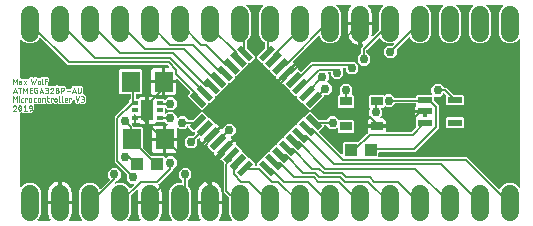
<source format=gbr>
G04 EAGLE Gerber RS-274X export*
G75*
%MOMM*%
%FSLAX34Y34*%
%LPD*%
%INTop Copper*%
%IPPOS*%
%AMOC8*
5,1,8,0,0,1.08239X$1,22.5*%
G01*
%ADD10C,0.050800*%
%ADD11R,1.600000X1.800000*%
%ADD12R,1.200000X0.600000*%
%ADD13R,0.600000X0.350000*%
%ADD14R,1.100000X1.700000*%
%ADD15C,1.524000*%
%ADD16R,1.000000X1.100000*%
%ADD17R,0.508000X1.473200*%
%ADD18R,1.000000X0.800000*%
%ADD19C,0.152400*%
%ADD20C,0.756400*%

G36*
X40294Y7163D02*
X40294Y7163D01*
X40306Y7161D01*
X40415Y7182D01*
X40525Y7200D01*
X40536Y7206D01*
X40547Y7208D01*
X40644Y7264D01*
X40742Y7316D01*
X40751Y7324D01*
X40761Y7330D01*
X40835Y7413D01*
X40912Y7494D01*
X40917Y7505D01*
X40925Y7514D01*
X40969Y7616D01*
X41015Y7717D01*
X41017Y7729D01*
X41022Y7740D01*
X41030Y7851D01*
X41043Y7961D01*
X41040Y7973D01*
X41041Y7985D01*
X41014Y8093D01*
X40990Y8202D01*
X40984Y8212D01*
X40981Y8224D01*
X40898Y8369D01*
X40110Y9455D01*
X39384Y10880D01*
X38889Y12401D01*
X38639Y13980D01*
X38639Y20877D01*
X48038Y20877D01*
X48058Y20880D01*
X48077Y20878D01*
X48179Y20900D01*
X48281Y20917D01*
X48298Y20926D01*
X48318Y20930D01*
X48407Y20983D01*
X48498Y21032D01*
X48512Y21046D01*
X48529Y21056D01*
X48596Y21135D01*
X48667Y21210D01*
X48676Y21228D01*
X48689Y21243D01*
X48727Y21339D01*
X48771Y21433D01*
X48773Y21453D01*
X48781Y21471D01*
X48799Y21638D01*
X48799Y22401D01*
X48801Y22401D01*
X48801Y21638D01*
X48804Y21618D01*
X48802Y21599D01*
X48824Y21497D01*
X48841Y21395D01*
X48850Y21378D01*
X48854Y21358D01*
X48907Y21269D01*
X48956Y21178D01*
X48970Y21164D01*
X48980Y21147D01*
X49059Y21080D01*
X49134Y21009D01*
X49152Y21000D01*
X49167Y20987D01*
X49263Y20948D01*
X49357Y20905D01*
X49377Y20903D01*
X49395Y20895D01*
X49562Y20877D01*
X58961Y20877D01*
X58961Y13980D01*
X58711Y12401D01*
X58216Y10880D01*
X57490Y9455D01*
X56702Y8369D01*
X56696Y8359D01*
X56688Y8350D01*
X56641Y8249D01*
X56591Y8150D01*
X56590Y8138D01*
X56585Y8127D01*
X56572Y8016D01*
X56557Y7906D01*
X56559Y7894D01*
X56557Y7883D01*
X56581Y7774D01*
X56601Y7664D01*
X56607Y7654D01*
X56610Y7642D01*
X56667Y7546D01*
X56721Y7449D01*
X56730Y7441D01*
X56736Y7431D01*
X56821Y7359D01*
X56903Y7284D01*
X56914Y7279D01*
X56923Y7271D01*
X57026Y7229D01*
X57128Y7185D01*
X57140Y7184D01*
X57151Y7179D01*
X57318Y7161D01*
X67049Y7161D01*
X67120Y7172D01*
X67191Y7174D01*
X67240Y7192D01*
X67292Y7200D01*
X67355Y7234D01*
X67422Y7259D01*
X67463Y7291D01*
X67509Y7316D01*
X67558Y7368D01*
X67614Y7412D01*
X67643Y7456D01*
X67678Y7494D01*
X67709Y7559D01*
X67747Y7619D01*
X67760Y7670D01*
X67782Y7717D01*
X67790Y7788D01*
X67807Y7858D01*
X67803Y7910D01*
X67809Y7961D01*
X67794Y8032D01*
X67788Y8103D01*
X67768Y8151D01*
X67757Y8202D01*
X67720Y8263D01*
X67692Y8329D01*
X67647Y8385D01*
X67631Y8413D01*
X67613Y8428D01*
X67587Y8460D01*
X66447Y9600D01*
X65055Y12961D01*
X65055Y31839D01*
X66447Y35200D01*
X69020Y37773D01*
X72381Y39165D01*
X76019Y39165D01*
X79380Y37773D01*
X81953Y35200D01*
X82253Y34475D01*
X82277Y34436D01*
X82293Y34393D01*
X82341Y34332D01*
X82382Y34266D01*
X82418Y34237D01*
X82446Y34201D01*
X82512Y34159D01*
X82572Y34109D01*
X82615Y34093D01*
X82653Y34068D01*
X82729Y34049D01*
X82801Y34021D01*
X82847Y34019D01*
X82892Y34008D01*
X82969Y34014D01*
X83047Y34011D01*
X83091Y34024D01*
X83137Y34027D01*
X83209Y34058D01*
X83283Y34079D01*
X83321Y34105D01*
X83363Y34123D01*
X83470Y34209D01*
X83486Y34220D01*
X83489Y34224D01*
X83494Y34228D01*
X90967Y41701D01*
X90979Y41717D01*
X90995Y41730D01*
X91051Y41817D01*
X91111Y41901D01*
X91117Y41920D01*
X91128Y41937D01*
X91153Y42037D01*
X91183Y42136D01*
X91183Y42156D01*
X91188Y42175D01*
X91180Y42278D01*
X91177Y42382D01*
X91170Y42401D01*
X91168Y42421D01*
X91128Y42515D01*
X91092Y42613D01*
X91080Y42629D01*
X91072Y42647D01*
X90967Y42778D01*
X89693Y44052D01*
X89693Y48448D01*
X92802Y51557D01*
X97198Y51557D01*
X100307Y48448D01*
X100307Y44052D01*
X97198Y40943D01*
X96993Y40943D01*
X96902Y40929D01*
X96812Y40921D01*
X96782Y40909D01*
X96750Y40904D01*
X96669Y40861D01*
X96585Y40825D01*
X96553Y40799D01*
X96532Y40788D01*
X96510Y40765D01*
X96454Y40720D01*
X95567Y39833D01*
X95510Y39754D01*
X95448Y39679D01*
X95438Y39654D01*
X95423Y39633D01*
X95394Y39540D01*
X95360Y39449D01*
X95358Y39423D01*
X95351Y39398D01*
X95353Y39301D01*
X95349Y39203D01*
X95356Y39178D01*
X95357Y39152D01*
X95391Y39060D01*
X95418Y38967D01*
X95433Y38946D01*
X95442Y38921D01*
X95503Y38845D01*
X95558Y38765D01*
X95579Y38749D01*
X95595Y38729D01*
X95677Y38676D01*
X95755Y38618D01*
X95780Y38610D01*
X95802Y38596D01*
X95897Y38572D01*
X95989Y38542D01*
X96015Y38542D01*
X96041Y38536D01*
X96138Y38543D01*
X96235Y38544D01*
X96267Y38554D01*
X96286Y38555D01*
X96316Y38568D01*
X96396Y38591D01*
X97781Y39165D01*
X101419Y39165D01*
X104780Y37773D01*
X107353Y35200D01*
X107536Y34758D01*
X107560Y34719D01*
X107576Y34676D01*
X107624Y34615D01*
X107665Y34549D01*
X107701Y34520D01*
X107729Y34484D01*
X107795Y34442D01*
X107855Y34392D01*
X107898Y34376D01*
X107936Y34351D01*
X108012Y34332D01*
X108084Y34304D01*
X108130Y34302D01*
X108175Y34291D01*
X108252Y34297D01*
X108330Y34294D01*
X108374Y34306D01*
X108420Y34310D01*
X108491Y34340D01*
X108566Y34362D01*
X108604Y34388D01*
X108646Y34406D01*
X108753Y34492D01*
X108768Y34502D01*
X108771Y34506D01*
X108777Y34511D01*
X111410Y37144D01*
X111452Y37202D01*
X111501Y37254D01*
X111523Y37301D01*
X111553Y37343D01*
X111574Y37412D01*
X111605Y37477D01*
X111610Y37529D01*
X111626Y37579D01*
X111624Y37650D01*
X111632Y37721D01*
X111621Y37772D01*
X111619Y37824D01*
X111595Y37892D01*
X111580Y37962D01*
X111553Y38006D01*
X111535Y38055D01*
X111490Y38111D01*
X111453Y38173D01*
X111414Y38207D01*
X111381Y38247D01*
X111321Y38286D01*
X111266Y38333D01*
X111218Y38352D01*
X111174Y38380D01*
X111105Y38398D01*
X111038Y38425D01*
X110967Y38433D01*
X110936Y38441D01*
X110912Y38439D01*
X110872Y38443D01*
X109052Y38443D01*
X105943Y41552D01*
X105943Y45507D01*
X105929Y45598D01*
X105921Y45688D01*
X105909Y45718D01*
X105904Y45750D01*
X105861Y45831D01*
X105825Y45915D01*
X105799Y45947D01*
X105788Y45968D01*
X105765Y45990D01*
X105720Y46046D01*
X95213Y56553D01*
X95213Y94697D01*
X96776Y96260D01*
X107652Y107136D01*
X107699Y107201D01*
X107715Y107218D01*
X107718Y107225D01*
X107765Y107280D01*
X107777Y107310D01*
X107796Y107336D01*
X107823Y107423D01*
X107857Y107508D01*
X107861Y107549D01*
X107868Y107571D01*
X107867Y107603D01*
X107875Y107674D01*
X107875Y109282D01*
X108740Y110147D01*
X108793Y110221D01*
X108811Y110241D01*
X108832Y110263D01*
X108834Y110268D01*
X108853Y110290D01*
X108865Y110320D01*
X108884Y110346D01*
X108910Y110432D01*
X108935Y110486D01*
X108936Y110497D01*
X108945Y110518D01*
X108949Y110559D01*
X108956Y110581D01*
X108955Y110614D01*
X108963Y110685D01*
X108963Y113614D01*
X108960Y113634D01*
X108962Y113653D01*
X108940Y113755D01*
X108924Y113857D01*
X108914Y113874D01*
X108910Y113894D01*
X108857Y113983D01*
X108808Y114074D01*
X108794Y114088D01*
X108784Y114105D01*
X108705Y114172D01*
X108630Y114244D01*
X108612Y114252D01*
X108597Y114265D01*
X108501Y114304D01*
X108407Y114347D01*
X108387Y114349D01*
X108369Y114357D01*
X108202Y114375D01*
X100168Y114375D01*
X99275Y115268D01*
X99275Y134532D01*
X100168Y135425D01*
X117432Y135425D01*
X118325Y134532D01*
X118325Y115268D01*
X117432Y114375D01*
X114298Y114375D01*
X114278Y114372D01*
X114259Y114374D01*
X114157Y114352D01*
X114055Y114336D01*
X114038Y114326D01*
X114018Y114322D01*
X113929Y114269D01*
X113838Y114220D01*
X113824Y114206D01*
X113807Y114196D01*
X113740Y114117D01*
X113668Y114042D01*
X113660Y114024D01*
X113647Y114009D01*
X113608Y113913D01*
X113565Y113819D01*
X113563Y113799D01*
X113555Y113781D01*
X113537Y113614D01*
X113537Y110936D01*
X113540Y110916D01*
X113538Y110897D01*
X113560Y110795D01*
X113576Y110693D01*
X113586Y110676D01*
X113590Y110656D01*
X113643Y110567D01*
X113692Y110476D01*
X113706Y110462D01*
X113716Y110445D01*
X113795Y110378D01*
X113870Y110306D01*
X113888Y110298D01*
X113903Y110285D01*
X113999Y110246D01*
X114093Y110203D01*
X114113Y110201D01*
X114131Y110193D01*
X114298Y110175D01*
X114766Y110175D01*
X114856Y110189D01*
X114947Y110197D01*
X114977Y110209D01*
X115009Y110214D01*
X115090Y110257D01*
X115174Y110293D01*
X115206Y110319D01*
X115226Y110330D01*
X115249Y110353D01*
X115305Y110398D01*
X115840Y110933D01*
X116419Y111268D01*
X117066Y111441D01*
X121377Y111441D01*
X121377Y101162D01*
X121380Y101142D01*
X121378Y101123D01*
X121400Y101021D01*
X121417Y100919D01*
X121426Y100902D01*
X121430Y100882D01*
X121483Y100793D01*
X121532Y100702D01*
X121546Y100688D01*
X121556Y100671D01*
X121635Y100604D01*
X121710Y100533D01*
X121728Y100524D01*
X121743Y100511D01*
X121839Y100472D01*
X121933Y100429D01*
X121953Y100427D01*
X121971Y100419D01*
X122138Y100401D01*
X123662Y100401D01*
X123682Y100404D01*
X123701Y100402D01*
X123803Y100424D01*
X123905Y100441D01*
X123922Y100450D01*
X123942Y100454D01*
X124031Y100507D01*
X124122Y100556D01*
X124136Y100570D01*
X124153Y100580D01*
X124220Y100659D01*
X124291Y100734D01*
X124300Y100752D01*
X124313Y100767D01*
X124352Y100863D01*
X124395Y100957D01*
X124397Y100977D01*
X124405Y100995D01*
X124423Y101162D01*
X124423Y111441D01*
X128734Y111441D01*
X129381Y111268D01*
X129960Y110933D01*
X130495Y110398D01*
X130569Y110345D01*
X130639Y110285D01*
X130669Y110273D01*
X130695Y110254D01*
X130782Y110227D01*
X130867Y110193D01*
X130908Y110189D01*
X130930Y110182D01*
X130962Y110183D01*
X131034Y110175D01*
X137032Y110175D01*
X137437Y109769D01*
X137454Y109757D01*
X137466Y109742D01*
X137553Y109686D01*
X137637Y109625D01*
X137656Y109619D01*
X137673Y109609D01*
X137773Y109583D01*
X137872Y109553D01*
X137892Y109553D01*
X137911Y109549D01*
X138014Y109557D01*
X138118Y109559D01*
X138137Y109566D01*
X138157Y109568D01*
X138252Y109608D01*
X138349Y109644D01*
X138365Y109656D01*
X138383Y109664D01*
X138514Y109769D01*
X140302Y111557D01*
X144698Y111557D01*
X147807Y108448D01*
X147807Y104052D01*
X144698Y100943D01*
X140302Y100943D01*
X139224Y102021D01*
X139166Y102063D01*
X139114Y102112D01*
X139067Y102134D01*
X139025Y102164D01*
X138956Y102186D01*
X138891Y102216D01*
X138839Y102221D01*
X138789Y102237D01*
X138718Y102235D01*
X138647Y102243D01*
X138596Y102232D01*
X138544Y102230D01*
X138476Y102206D01*
X138406Y102191D01*
X138361Y102164D01*
X138313Y102146D01*
X138257Y102101D01*
X138195Y102064D01*
X138161Y102025D01*
X138121Y101992D01*
X138082Y101932D01*
X138035Y101877D01*
X138016Y101829D01*
X137988Y101785D01*
X137970Y101716D01*
X137943Y101649D01*
X137935Y101578D01*
X137927Y101547D01*
X137929Y101524D01*
X137925Y101483D01*
X137925Y98517D01*
X137936Y98447D01*
X137938Y98375D01*
X137956Y98326D01*
X137964Y98275D01*
X137998Y98211D01*
X138023Y98144D01*
X138055Y98103D01*
X138080Y98057D01*
X138132Y98008D01*
X138176Y97952D01*
X138220Y97924D01*
X138258Y97888D01*
X138323Y97858D01*
X138383Y97819D01*
X138434Y97806D01*
X138481Y97784D01*
X138552Y97776D01*
X138622Y97759D01*
X138674Y97763D01*
X138725Y97757D01*
X138796Y97772D01*
X138867Y97778D01*
X138915Y97798D01*
X138966Y97809D01*
X139027Y97846D01*
X139093Y97874D01*
X139149Y97919D01*
X139177Y97936D01*
X139192Y97953D01*
X139224Y97979D01*
X140302Y99057D01*
X144698Y99057D01*
X147807Y95948D01*
X147807Y94649D01*
X147818Y94579D01*
X147820Y94507D01*
X147838Y94458D01*
X147846Y94407D01*
X147880Y94343D01*
X147905Y94276D01*
X147937Y94235D01*
X147962Y94189D01*
X148014Y94140D01*
X148058Y94084D01*
X148102Y94056D01*
X148140Y94020D01*
X148205Y93990D01*
X148265Y93951D01*
X148316Y93938D01*
X148363Y93916D01*
X148434Y93908D01*
X148504Y93891D01*
X148556Y93895D01*
X148607Y93889D01*
X148678Y93904D01*
X148749Y93910D01*
X148797Y93930D01*
X148848Y93941D01*
X148909Y93978D01*
X148975Y94006D01*
X149031Y94051D01*
X149059Y94068D01*
X149074Y94085D01*
X149106Y94111D01*
X150302Y95307D01*
X154698Y95307D01*
X157495Y92510D01*
X157569Y92457D01*
X157639Y92397D01*
X157669Y92385D01*
X157695Y92366D01*
X157782Y92339D01*
X157867Y92305D01*
X157908Y92301D01*
X157930Y92294D01*
X157962Y92295D01*
X158033Y92287D01*
X161310Y92287D01*
X161400Y92301D01*
X161491Y92309D01*
X161521Y92321D01*
X161553Y92326D01*
X161633Y92369D01*
X161717Y92405D01*
X161749Y92431D01*
X161770Y92442D01*
X161792Y92465D01*
X161848Y92510D01*
X168828Y99490D01*
X170091Y99490D01*
X174577Y95005D01*
X174577Y94683D01*
X174579Y94672D01*
X174578Y94665D01*
X174579Y94658D01*
X174578Y94644D01*
X174600Y94543D01*
X174616Y94441D01*
X174626Y94423D01*
X174630Y94404D01*
X174683Y94314D01*
X174732Y94223D01*
X174746Y94210D01*
X174756Y94192D01*
X174835Y94125D01*
X174910Y94054D01*
X174928Y94045D01*
X174943Y94032D01*
X175039Y93994D01*
X175133Y93950D01*
X175153Y93948D01*
X175171Y93941D01*
X175338Y93922D01*
X175659Y93922D01*
X180168Y89414D01*
X180242Y89361D01*
X180311Y89301D01*
X180341Y89289D01*
X180367Y89270D01*
X180454Y89243D01*
X180539Y89209D01*
X180580Y89205D01*
X180602Y89198D01*
X180635Y89199D01*
X180706Y89191D01*
X181109Y89191D01*
X181756Y89018D01*
X182335Y88683D01*
X183470Y87548D01*
X176824Y80902D01*
X176813Y80886D01*
X176797Y80874D01*
X176741Y80786D01*
X176681Y80703D01*
X176675Y80684D01*
X176664Y80667D01*
X176639Y80566D01*
X176608Y80467D01*
X176609Y80448D01*
X176604Y80428D01*
X176607Y80396D01*
X176605Y80396D01*
X176501Y80393D01*
X176483Y80386D01*
X176463Y80385D01*
X176368Y80344D01*
X176270Y80309D01*
X176255Y80296D01*
X176237Y80288D01*
X176106Y80184D01*
X169460Y73538D01*
X168325Y74673D01*
X167990Y75252D01*
X167817Y75898D01*
X167817Y76302D01*
X167802Y76392D01*
X167795Y76483D01*
X167783Y76513D01*
X167777Y76545D01*
X167735Y76625D01*
X167699Y76709D01*
X167673Y76742D01*
X167662Y76762D01*
X167639Y76784D01*
X167594Y76840D01*
X167498Y76937D01*
X167481Y76949D01*
X167469Y76964D01*
X167382Y77020D01*
X167298Y77081D01*
X167279Y77086D01*
X167262Y77097D01*
X167162Y77122D01*
X167063Y77153D01*
X167043Y77152D01*
X167023Y77157D01*
X166921Y77149D01*
X166817Y77147D01*
X166798Y77140D01*
X166778Y77138D01*
X166683Y77098D01*
X166586Y77062D01*
X166570Y77050D01*
X166552Y77042D01*
X166421Y76937D01*
X165530Y76046D01*
X165477Y75972D01*
X165417Y75902D01*
X165405Y75872D01*
X165386Y75846D01*
X165359Y75759D01*
X165325Y75674D01*
X165321Y75633D01*
X165314Y75611D01*
X165315Y75579D01*
X165307Y75507D01*
X165307Y71552D01*
X162198Y68443D01*
X157802Y68443D01*
X154693Y71552D01*
X154693Y75948D01*
X157802Y79057D01*
X161757Y79057D01*
X161847Y79071D01*
X161938Y79079D01*
X161968Y79091D01*
X162000Y79096D01*
X162081Y79139D01*
X162165Y79175D01*
X162197Y79201D01*
X162218Y79212D01*
X162240Y79235D01*
X162296Y79280D01*
X163187Y80171D01*
X163199Y80187D01*
X163214Y80200D01*
X163270Y80287D01*
X163331Y80371D01*
X163336Y80390D01*
X163347Y80407D01*
X163372Y80507D01*
X163403Y80606D01*
X163402Y80626D01*
X163407Y80645D01*
X163399Y80748D01*
X163397Y80852D01*
X163390Y80870D01*
X163388Y80890D01*
X163348Y80985D01*
X163312Y81083D01*
X163300Y81098D01*
X163292Y81117D01*
X163187Y81248D01*
X163086Y81349D01*
X163086Y81670D01*
X163083Y81690D01*
X163085Y81709D01*
X163063Y81811D01*
X163046Y81913D01*
X163037Y81930D01*
X163033Y81950D01*
X162979Y82039D01*
X162931Y82130D01*
X162917Y82144D01*
X162906Y82161D01*
X162828Y82228D01*
X162753Y82299D01*
X162735Y82308D01*
X162719Y82321D01*
X162623Y82360D01*
X162530Y82403D01*
X162510Y82405D01*
X162491Y82413D01*
X162325Y82431D01*
X162003Y82431D01*
X157758Y86677D01*
X157742Y86688D01*
X157729Y86704D01*
X157642Y86760D01*
X157558Y86820D01*
X157539Y86826D01*
X157522Y86837D01*
X157422Y86862D01*
X157323Y86892D01*
X157303Y86892D01*
X157284Y86897D01*
X157181Y86889D01*
X157077Y86886D01*
X157058Y86879D01*
X157039Y86878D01*
X156944Y86837D01*
X156846Y86802D01*
X156831Y86789D01*
X156812Y86781D01*
X156681Y86677D01*
X154698Y84693D01*
X150302Y84693D01*
X149440Y85555D01*
X149382Y85597D01*
X149330Y85646D01*
X149283Y85668D01*
X149241Y85698D01*
X149172Y85720D01*
X149107Y85750D01*
X149055Y85755D01*
X149005Y85771D01*
X148934Y85769D01*
X148863Y85777D01*
X148812Y85766D01*
X148760Y85764D01*
X148692Y85740D01*
X148622Y85725D01*
X148577Y85698D01*
X148529Y85680D01*
X148473Y85635D01*
X148411Y85598D01*
X148377Y85559D01*
X148337Y85526D01*
X148298Y85466D01*
X148251Y85411D01*
X148232Y85363D01*
X148204Y85319D01*
X148186Y85250D01*
X148159Y85183D01*
X148151Y85112D01*
X148143Y85081D01*
X148145Y85058D01*
X148141Y85017D01*
X148141Y77423D01*
X139123Y77423D01*
X139123Y87441D01*
X139467Y87441D01*
X139537Y87452D01*
X139609Y87454D01*
X139658Y87472D01*
X139709Y87480D01*
X139773Y87514D01*
X139840Y87539D01*
X139881Y87571D01*
X139927Y87596D01*
X139976Y87648D01*
X140032Y87692D01*
X140060Y87736D01*
X140096Y87774D01*
X140126Y87839D01*
X140165Y87899D01*
X140178Y87950D01*
X140200Y87997D01*
X140208Y88068D01*
X140225Y88138D01*
X140221Y88190D01*
X140227Y88241D01*
X140212Y88312D01*
X140206Y88383D01*
X140186Y88431D01*
X140175Y88482D01*
X140138Y88543D01*
X140110Y88609D01*
X140065Y88665D01*
X140048Y88693D01*
X140031Y88708D01*
X140005Y88740D01*
X138114Y90631D01*
X138098Y90643D01*
X138085Y90658D01*
X137998Y90714D01*
X137914Y90775D01*
X137895Y90781D01*
X137878Y90791D01*
X137778Y90817D01*
X137679Y90847D01*
X137659Y90847D01*
X137640Y90851D01*
X137537Y90843D01*
X137433Y90841D01*
X137415Y90834D01*
X137395Y90832D01*
X137299Y90792D01*
X137202Y90756D01*
X137187Y90744D01*
X137168Y90736D01*
X137037Y90631D01*
X137032Y90625D01*
X131034Y90625D01*
X130944Y90611D01*
X130853Y90603D01*
X130823Y90591D01*
X130791Y90586D01*
X130710Y90543D01*
X130626Y90507D01*
X130594Y90481D01*
X130574Y90470D01*
X130551Y90447D01*
X130495Y90402D01*
X129960Y89867D01*
X129381Y89532D01*
X128734Y89359D01*
X124423Y89359D01*
X124423Y99638D01*
X124420Y99658D01*
X124422Y99677D01*
X124400Y99779D01*
X124383Y99881D01*
X124374Y99898D01*
X124370Y99918D01*
X124317Y100007D01*
X124268Y100098D01*
X124254Y100112D01*
X124244Y100129D01*
X124165Y100196D01*
X124090Y100267D01*
X124072Y100276D01*
X124057Y100289D01*
X123961Y100328D01*
X123867Y100371D01*
X123847Y100373D01*
X123829Y100381D01*
X123662Y100399D01*
X122138Y100399D01*
X122118Y100396D01*
X122099Y100398D01*
X121997Y100376D01*
X121895Y100359D01*
X121878Y100350D01*
X121858Y100346D01*
X121769Y100293D01*
X121678Y100244D01*
X121664Y100230D01*
X121647Y100220D01*
X121580Y100141D01*
X121509Y100066D01*
X121500Y100048D01*
X121487Y100033D01*
X121448Y99937D01*
X121405Y99843D01*
X121403Y99823D01*
X121395Y99805D01*
X121377Y99638D01*
X121377Y89359D01*
X117066Y89359D01*
X116419Y89532D01*
X116384Y89553D01*
X116299Y89585D01*
X116217Y89624D01*
X116185Y89628D01*
X116154Y89640D01*
X116063Y89643D01*
X115972Y89654D01*
X115932Y89648D01*
X115909Y89649D01*
X115878Y89639D01*
X115807Y89629D01*
X115734Y89609D01*
X113274Y89609D01*
X113274Y93787D01*
X113271Y93806D01*
X113273Y93826D01*
X113260Y93886D01*
X113274Y94013D01*
X113274Y96364D01*
X113271Y96384D01*
X113273Y96403D01*
X113251Y96505D01*
X113235Y96607D01*
X113225Y96624D01*
X113221Y96644D01*
X113168Y96733D01*
X113119Y96824D01*
X113105Y96838D01*
X113095Y96855D01*
X113016Y96922D01*
X112941Y96994D01*
X112923Y97002D01*
X112908Y97015D01*
X112812Y97054D01*
X112718Y97097D01*
X112698Y97099D01*
X112680Y97107D01*
X112513Y97125D01*
X112287Y97125D01*
X112267Y97122D01*
X112247Y97124D01*
X112146Y97102D01*
X112044Y97086D01*
X112027Y97076D01*
X112007Y97072D01*
X111918Y97019D01*
X111827Y96970D01*
X111813Y96956D01*
X111796Y96946D01*
X111729Y96867D01*
X111657Y96792D01*
X111649Y96774D01*
X111636Y96759D01*
X111597Y96663D01*
X111554Y96569D01*
X111552Y96549D01*
X111544Y96531D01*
X111526Y96364D01*
X111526Y94013D01*
X111529Y93994D01*
X111527Y93974D01*
X111540Y93914D01*
X111526Y93787D01*
X111526Y89609D01*
X110462Y89609D01*
X110392Y89598D01*
X110320Y89596D01*
X110271Y89578D01*
X110220Y89570D01*
X110156Y89536D01*
X110089Y89511D01*
X110048Y89479D01*
X110002Y89454D01*
X109953Y89402D01*
X109897Y89358D01*
X109869Y89314D01*
X109833Y89276D01*
X109803Y89211D01*
X109764Y89151D01*
X109751Y89100D01*
X109729Y89053D01*
X109721Y88982D01*
X109704Y88912D01*
X109708Y88860D01*
X109702Y88809D01*
X109717Y88738D01*
X109723Y88667D01*
X109743Y88619D01*
X109754Y88568D01*
X109791Y88507D01*
X109819Y88441D01*
X109864Y88385D01*
X109881Y88357D01*
X109898Y88342D01*
X109924Y88310D01*
X111037Y87197D01*
X111037Y87186D01*
X111040Y87166D01*
X111038Y87147D01*
X111060Y87045D01*
X111076Y86943D01*
X111086Y86926D01*
X111090Y86906D01*
X111143Y86817D01*
X111192Y86726D01*
X111206Y86712D01*
X111216Y86695D01*
X111295Y86628D01*
X111370Y86556D01*
X111388Y86548D01*
X111403Y86535D01*
X111499Y86496D01*
X111593Y86453D01*
X111613Y86451D01*
X111631Y86443D01*
X111798Y86425D01*
X118232Y86425D01*
X119125Y85532D01*
X119125Y69425D01*
X119139Y69334D01*
X119147Y69244D01*
X119159Y69214D01*
X119164Y69182D01*
X119207Y69101D01*
X119243Y69017D01*
X119269Y68985D01*
X119280Y68964D01*
X119303Y68942D01*
X119348Y68886D01*
X126286Y61948D01*
X126360Y61895D01*
X126430Y61835D01*
X126460Y61823D01*
X126486Y61804D01*
X126573Y61777D01*
X126658Y61743D01*
X126699Y61739D01*
X126721Y61732D01*
X126753Y61733D01*
X126825Y61725D01*
X136832Y61725D01*
X137725Y60832D01*
X137725Y60817D01*
X137736Y60747D01*
X137738Y60675D01*
X137756Y60626D01*
X137764Y60575D01*
X137798Y60511D01*
X137823Y60444D01*
X137855Y60403D01*
X137880Y60357D01*
X137932Y60308D01*
X137976Y60252D01*
X138020Y60224D01*
X138058Y60188D01*
X138123Y60158D01*
X138183Y60119D01*
X138234Y60106D01*
X138281Y60084D01*
X138352Y60076D01*
X138422Y60059D01*
X138474Y60063D01*
X138525Y60057D01*
X138596Y60072D01*
X138667Y60078D01*
X138715Y60098D01*
X138766Y60109D01*
X138827Y60146D01*
X138893Y60174D01*
X138949Y60219D01*
X138977Y60236D01*
X138992Y60253D01*
X139024Y60279D01*
X140302Y61557D01*
X144698Y61557D01*
X147807Y58448D01*
X147807Y54052D01*
X145010Y51255D01*
X144957Y51181D01*
X144897Y51111D01*
X144885Y51081D01*
X144866Y51055D01*
X144839Y50968D01*
X144805Y50883D01*
X144801Y50842D01*
X144794Y50820D01*
X144795Y50788D01*
X144787Y50717D01*
X144787Y50303D01*
X133760Y39276D01*
X132475Y37991D01*
X132463Y37975D01*
X132448Y37962D01*
X132392Y37875D01*
X132331Y37791D01*
X132326Y37772D01*
X132315Y37755D01*
X132290Y37655D01*
X132259Y37556D01*
X132260Y37536D01*
X132255Y37517D01*
X132263Y37414D01*
X132265Y37310D01*
X132272Y37292D01*
X132274Y37272D01*
X132314Y37177D01*
X132350Y37079D01*
X132362Y37064D01*
X132370Y37045D01*
X132475Y36914D01*
X132750Y36639D01*
X133690Y35345D01*
X134416Y33920D01*
X134911Y32399D01*
X135161Y30820D01*
X135161Y23923D01*
X126523Y23923D01*
X126523Y36952D01*
X126520Y36972D01*
X126522Y36991D01*
X126500Y37093D01*
X126483Y37195D01*
X126474Y37212D01*
X126470Y37232D01*
X126417Y37321D01*
X126368Y37412D01*
X126354Y37426D01*
X126344Y37443D01*
X126265Y37510D01*
X126190Y37582D01*
X126172Y37590D01*
X126157Y37603D01*
X126061Y37642D01*
X125967Y37685D01*
X125947Y37687D01*
X125929Y37695D01*
X125762Y37713D01*
X124238Y37713D01*
X124218Y37710D01*
X124199Y37712D01*
X124097Y37690D01*
X123995Y37674D01*
X123978Y37664D01*
X123958Y37660D01*
X123869Y37607D01*
X123778Y37558D01*
X123764Y37544D01*
X123747Y37534D01*
X123680Y37455D01*
X123609Y37380D01*
X123600Y37362D01*
X123587Y37347D01*
X123548Y37251D01*
X123505Y37157D01*
X123503Y37137D01*
X123495Y37119D01*
X123477Y36952D01*
X123477Y23923D01*
X114839Y23923D01*
X114839Y30820D01*
X115091Y32410D01*
X115091Y32418D01*
X115093Y32425D01*
X115090Y32541D01*
X115090Y32656D01*
X115087Y32663D01*
X115087Y32671D01*
X115047Y32780D01*
X115010Y32888D01*
X115005Y32895D01*
X115003Y32902D01*
X114931Y32992D01*
X114861Y33084D01*
X114854Y33088D01*
X114849Y33094D01*
X114752Y33156D01*
X114656Y33221D01*
X114649Y33223D01*
X114642Y33227D01*
X114530Y33255D01*
X114419Y33286D01*
X114411Y33285D01*
X114403Y33287D01*
X114289Y33278D01*
X114174Y33272D01*
X114166Y33269D01*
X114158Y33268D01*
X114053Y33224D01*
X113945Y33180D01*
X113939Y33175D01*
X113932Y33172D01*
X113801Y33067D01*
X108968Y28234D01*
X108923Y28171D01*
X108895Y28143D01*
X108890Y28132D01*
X108855Y28090D01*
X108843Y28060D01*
X108824Y28034D01*
X108797Y27947D01*
X108763Y27862D01*
X108759Y27821D01*
X108752Y27799D01*
X108753Y27767D01*
X108745Y27695D01*
X108745Y12961D01*
X107353Y9600D01*
X106213Y8460D01*
X106171Y8402D01*
X106122Y8350D01*
X106100Y8303D01*
X106069Y8261D01*
X106048Y8192D01*
X106018Y8127D01*
X106012Y8075D01*
X105997Y8025D01*
X105999Y7954D01*
X105991Y7883D01*
X106002Y7832D01*
X106003Y7780D01*
X106028Y7712D01*
X106043Y7642D01*
X106070Y7597D01*
X106088Y7549D01*
X106133Y7493D01*
X106169Y7431D01*
X106209Y7397D01*
X106241Y7357D01*
X106302Y7318D01*
X106356Y7271D01*
X106405Y7252D01*
X106448Y7224D01*
X106518Y7206D01*
X106584Y7179D01*
X106656Y7171D01*
X106687Y7163D01*
X106710Y7165D01*
X106751Y7161D01*
X116482Y7161D01*
X116494Y7163D01*
X116506Y7161D01*
X116615Y7182D01*
X116725Y7200D01*
X116736Y7206D01*
X116747Y7208D01*
X116844Y7264D01*
X116942Y7316D01*
X116951Y7324D01*
X116961Y7330D01*
X117035Y7413D01*
X117112Y7494D01*
X117117Y7505D01*
X117125Y7514D01*
X117169Y7616D01*
X117215Y7717D01*
X117217Y7729D01*
X117222Y7740D01*
X117230Y7851D01*
X117243Y7961D01*
X117240Y7973D01*
X117241Y7985D01*
X117214Y8093D01*
X117190Y8202D01*
X117184Y8212D01*
X117181Y8224D01*
X117098Y8369D01*
X116310Y9455D01*
X115584Y10880D01*
X115089Y12401D01*
X114839Y13980D01*
X114839Y20877D01*
X124238Y20877D01*
X124258Y20880D01*
X124277Y20878D01*
X124379Y20900D01*
X124481Y20917D01*
X124498Y20926D01*
X124518Y20930D01*
X124607Y20983D01*
X124698Y21032D01*
X124712Y21046D01*
X124729Y21056D01*
X124796Y21135D01*
X124867Y21210D01*
X124876Y21228D01*
X124889Y21243D01*
X124927Y21339D01*
X124971Y21433D01*
X124973Y21453D01*
X124981Y21471D01*
X124999Y21638D01*
X124999Y22401D01*
X125001Y22401D01*
X125001Y21638D01*
X125004Y21618D01*
X125002Y21599D01*
X125024Y21497D01*
X125041Y21395D01*
X125050Y21378D01*
X125054Y21358D01*
X125107Y21269D01*
X125156Y21178D01*
X125170Y21164D01*
X125180Y21147D01*
X125259Y21080D01*
X125334Y21009D01*
X125352Y21000D01*
X125367Y20987D01*
X125463Y20948D01*
X125557Y20905D01*
X125577Y20903D01*
X125595Y20895D01*
X125762Y20877D01*
X135161Y20877D01*
X135161Y13980D01*
X134911Y12401D01*
X134416Y10880D01*
X133690Y9455D01*
X132902Y8369D01*
X132896Y8359D01*
X132888Y8350D01*
X132841Y8249D01*
X132791Y8150D01*
X132790Y8138D01*
X132785Y8127D01*
X132772Y8016D01*
X132757Y7906D01*
X132759Y7894D01*
X132757Y7883D01*
X132781Y7774D01*
X132801Y7664D01*
X132807Y7654D01*
X132810Y7642D01*
X132867Y7546D01*
X132921Y7449D01*
X132930Y7441D01*
X132936Y7431D01*
X133021Y7359D01*
X133103Y7284D01*
X133114Y7279D01*
X133123Y7271D01*
X133226Y7229D01*
X133328Y7185D01*
X133340Y7184D01*
X133351Y7179D01*
X133518Y7161D01*
X143249Y7161D01*
X143320Y7172D01*
X143391Y7174D01*
X143440Y7192D01*
X143492Y7200D01*
X143555Y7234D01*
X143622Y7259D01*
X143663Y7291D01*
X143709Y7316D01*
X143758Y7368D01*
X143814Y7412D01*
X143843Y7456D01*
X143878Y7494D01*
X143909Y7559D01*
X143947Y7619D01*
X143960Y7670D01*
X143982Y7717D01*
X143990Y7788D01*
X144007Y7858D01*
X144003Y7910D01*
X144009Y7961D01*
X143994Y8032D01*
X143988Y8103D01*
X143968Y8151D01*
X143957Y8202D01*
X143920Y8263D01*
X143892Y8329D01*
X143847Y8385D01*
X143831Y8413D01*
X143813Y8428D01*
X143787Y8460D01*
X142647Y9600D01*
X141255Y12961D01*
X141255Y31839D01*
X142647Y35200D01*
X145220Y37773D01*
X148581Y39165D01*
X151952Y39165D01*
X151972Y39168D01*
X151991Y39166D01*
X152093Y39188D01*
X152195Y39204D01*
X152212Y39214D01*
X152232Y39218D01*
X152321Y39271D01*
X152412Y39320D01*
X152426Y39334D01*
X152443Y39344D01*
X152510Y39423D01*
X152582Y39498D01*
X152590Y39516D01*
X152603Y39531D01*
X152642Y39627D01*
X152685Y39721D01*
X152687Y39741D01*
X152695Y39759D01*
X152713Y39926D01*
X152713Y40717D01*
X152699Y40807D01*
X152691Y40898D01*
X152679Y40927D01*
X152674Y40959D01*
X152631Y41040D01*
X152595Y41124D01*
X152569Y41156D01*
X152558Y41177D01*
X152535Y41199D01*
X152490Y41255D01*
X149693Y44052D01*
X149693Y48448D01*
X152802Y51557D01*
X157198Y51557D01*
X160307Y48448D01*
X160307Y44052D01*
X157510Y41255D01*
X157457Y41181D01*
X157397Y41111D01*
X157385Y41081D01*
X157366Y41055D01*
X157339Y40968D01*
X157305Y40883D01*
X157301Y40842D01*
X157294Y40820D01*
X157295Y40788D01*
X157287Y40717D01*
X157287Y36381D01*
X157301Y36291D01*
X157309Y36200D01*
X157321Y36170D01*
X157326Y36138D01*
X157369Y36058D01*
X157405Y35974D01*
X157431Y35942D01*
X157442Y35921D01*
X157465Y35899D01*
X157510Y35843D01*
X158153Y35200D01*
X159545Y31839D01*
X159545Y12961D01*
X158153Y9600D01*
X157013Y8460D01*
X156971Y8402D01*
X156922Y8350D01*
X156900Y8303D01*
X156869Y8261D01*
X156848Y8192D01*
X156818Y8127D01*
X156812Y8075D01*
X156797Y8025D01*
X156799Y7954D01*
X156791Y7883D01*
X156802Y7832D01*
X156803Y7780D01*
X156828Y7712D01*
X156843Y7642D01*
X156870Y7597D01*
X156888Y7549D01*
X156933Y7493D01*
X156969Y7431D01*
X157009Y7397D01*
X157041Y7357D01*
X157102Y7318D01*
X157156Y7271D01*
X157205Y7252D01*
X157248Y7224D01*
X157318Y7206D01*
X157384Y7179D01*
X157456Y7171D01*
X157487Y7163D01*
X157510Y7165D01*
X157551Y7161D01*
X167282Y7161D01*
X167294Y7163D01*
X167306Y7161D01*
X167415Y7183D01*
X167525Y7200D01*
X167536Y7206D01*
X167547Y7208D01*
X167645Y7264D01*
X167742Y7316D01*
X167751Y7324D01*
X167761Y7330D01*
X167835Y7413D01*
X167912Y7494D01*
X167917Y7505D01*
X167925Y7514D01*
X167969Y7616D01*
X168015Y7717D01*
X168017Y7729D01*
X168021Y7740D01*
X168030Y7851D01*
X168043Y7961D01*
X168040Y7973D01*
X168041Y7985D01*
X168014Y8093D01*
X167990Y8202D01*
X167984Y8212D01*
X167981Y8224D01*
X167898Y8369D01*
X167110Y9455D01*
X166384Y10880D01*
X165889Y12401D01*
X165639Y13980D01*
X165639Y20877D01*
X175038Y20877D01*
X175058Y20880D01*
X175077Y20878D01*
X175179Y20900D01*
X175281Y20917D01*
X175298Y20926D01*
X175318Y20930D01*
X175407Y20983D01*
X175498Y21032D01*
X175512Y21046D01*
X175529Y21056D01*
X175596Y21135D01*
X175667Y21210D01*
X175676Y21228D01*
X175689Y21243D01*
X175727Y21339D01*
X175771Y21433D01*
X175773Y21453D01*
X175781Y21471D01*
X175799Y21638D01*
X175799Y22401D01*
X175801Y22401D01*
X175801Y21638D01*
X175804Y21618D01*
X175802Y21599D01*
X175824Y21497D01*
X175841Y21395D01*
X175850Y21378D01*
X175854Y21358D01*
X175907Y21269D01*
X175956Y21178D01*
X175970Y21164D01*
X175980Y21147D01*
X176059Y21080D01*
X176134Y21009D01*
X176152Y21000D01*
X176167Y20987D01*
X176263Y20948D01*
X176357Y20905D01*
X176377Y20903D01*
X176395Y20895D01*
X176562Y20877D01*
X185961Y20877D01*
X185961Y13980D01*
X185711Y12401D01*
X185216Y10880D01*
X184490Y9455D01*
X183702Y8369D01*
X183696Y8359D01*
X183688Y8350D01*
X183641Y8250D01*
X183591Y8150D01*
X183590Y8138D01*
X183585Y8127D01*
X183572Y8017D01*
X183557Y7906D01*
X183559Y7894D01*
X183557Y7883D01*
X183581Y7774D01*
X183601Y7664D01*
X183607Y7654D01*
X183610Y7642D01*
X183667Y7547D01*
X183721Y7449D01*
X183730Y7441D01*
X183736Y7431D01*
X183820Y7359D01*
X183903Y7284D01*
X183914Y7279D01*
X183923Y7271D01*
X184027Y7229D01*
X184128Y7185D01*
X184140Y7184D01*
X184151Y7179D01*
X184318Y7161D01*
X194049Y7161D01*
X194120Y7172D01*
X194191Y7174D01*
X194240Y7192D01*
X194292Y7200D01*
X194355Y7234D01*
X194422Y7259D01*
X194463Y7291D01*
X194509Y7316D01*
X194558Y7368D01*
X194614Y7412D01*
X194643Y7456D01*
X194678Y7494D01*
X194709Y7559D01*
X194747Y7619D01*
X194760Y7670D01*
X194782Y7717D01*
X194790Y7788D01*
X194807Y7858D01*
X194803Y7910D01*
X194809Y7961D01*
X194794Y8032D01*
X194788Y8103D01*
X194768Y8151D01*
X194757Y8202D01*
X194720Y8263D01*
X194692Y8329D01*
X194647Y8385D01*
X194631Y8413D01*
X194613Y8428D01*
X194587Y8460D01*
X193447Y9600D01*
X192055Y12961D01*
X192055Y26896D01*
X192041Y26986D01*
X192033Y27077D01*
X192021Y27106D01*
X192016Y27138D01*
X191973Y27219D01*
X191937Y27303D01*
X191911Y27335D01*
X191900Y27356D01*
X191877Y27378D01*
X191832Y27434D01*
X187713Y31553D01*
X187713Y56018D01*
X187722Y56031D01*
X187748Y56132D01*
X187778Y56231D01*
X187777Y56251D01*
X187782Y56270D01*
X187774Y56373D01*
X187772Y56476D01*
X187765Y56495D01*
X187763Y56515D01*
X187723Y56610D01*
X187687Y56708D01*
X187675Y56723D01*
X187667Y56742D01*
X187562Y56873D01*
X185873Y58562D01*
X185799Y58615D01*
X185729Y58675D01*
X185699Y58687D01*
X185673Y58706D01*
X185586Y58732D01*
X185501Y58766D01*
X185460Y58771D01*
X185438Y58778D01*
X185406Y58777D01*
X185334Y58785D01*
X184931Y58785D01*
X184284Y58958D01*
X183705Y59293D01*
X182570Y60428D01*
X189216Y67073D01*
X189227Y67090D01*
X189243Y67102D01*
X189299Y67189D01*
X189359Y67273D01*
X189365Y67292D01*
X189376Y67309D01*
X189401Y67409D01*
X189432Y67508D01*
X189431Y67528D01*
X189436Y67547D01*
X189434Y67580D01*
X189435Y67580D01*
X189539Y67583D01*
X189557Y67589D01*
X189577Y67591D01*
X189672Y67631D01*
X189770Y67667D01*
X189785Y67680D01*
X189804Y67687D01*
X189934Y67792D01*
X196580Y74438D01*
X197715Y73303D01*
X198050Y72723D01*
X198223Y72077D01*
X198223Y71674D01*
X198238Y71584D01*
X198245Y71493D01*
X198257Y71463D01*
X198263Y71431D01*
X198305Y71350D01*
X198341Y71266D01*
X198367Y71234D01*
X198378Y71214D01*
X198401Y71191D01*
X198446Y71135D01*
X202775Y66807D01*
X202775Y66306D01*
X202778Y66286D01*
X202776Y66266D01*
X202798Y66165D01*
X202814Y66063D01*
X202824Y66045D01*
X202828Y66026D01*
X202881Y65937D01*
X202930Y65846D01*
X202944Y65832D01*
X202954Y65815D01*
X203033Y65747D01*
X203108Y65676D01*
X203126Y65668D01*
X203141Y65655D01*
X203237Y65616D01*
X203331Y65573D01*
X203351Y65570D01*
X203369Y65563D01*
X203536Y65544D01*
X204037Y65544D01*
X208522Y61059D01*
X208522Y60738D01*
X208525Y60718D01*
X208523Y60699D01*
X208545Y60597D01*
X208562Y60495D01*
X208571Y60478D01*
X208575Y60458D01*
X208629Y60369D01*
X208677Y60278D01*
X208691Y60264D01*
X208702Y60247D01*
X208780Y60180D01*
X208855Y60108D01*
X208873Y60100D01*
X208888Y60087D01*
X208985Y60048D01*
X209078Y60005D01*
X209098Y60003D01*
X209117Y59995D01*
X209283Y59977D01*
X209605Y59977D01*
X214090Y55491D01*
X214090Y54298D01*
X214093Y54278D01*
X214091Y54259D01*
X214113Y54157D01*
X214130Y54055D01*
X214139Y54038D01*
X214143Y54018D01*
X214196Y53929D01*
X214245Y53838D01*
X214259Y53824D01*
X214269Y53807D01*
X214348Y53740D01*
X214423Y53668D01*
X214441Y53660D01*
X214456Y53647D01*
X214552Y53608D01*
X214646Y53565D01*
X214666Y53563D01*
X214684Y53555D01*
X214851Y53537D01*
X214949Y53537D01*
X214969Y53540D01*
X214988Y53538D01*
X215090Y53560D01*
X215192Y53576D01*
X215209Y53586D01*
X215229Y53590D01*
X215318Y53643D01*
X215409Y53692D01*
X215423Y53706D01*
X215440Y53716D01*
X215507Y53795D01*
X215578Y53870D01*
X215587Y53888D01*
X215600Y53903D01*
X215638Y53999D01*
X215682Y54093D01*
X215684Y54113D01*
X215692Y54131D01*
X215710Y54298D01*
X215710Y55491D01*
X220195Y59977D01*
X220517Y59977D01*
X220536Y59980D01*
X220556Y59978D01*
X220657Y60000D01*
X220759Y60016D01*
X220777Y60026D01*
X220796Y60030D01*
X220885Y60083D01*
X220977Y60132D01*
X220990Y60146D01*
X221008Y60156D01*
X221075Y60235D01*
X221146Y60310D01*
X221155Y60328D01*
X221167Y60343D01*
X221206Y60439D01*
X221250Y60533D01*
X221252Y60553D01*
X221259Y60571D01*
X221278Y60738D01*
X221278Y61059D01*
X225763Y65544D01*
X226264Y65544D01*
X226284Y65548D01*
X226303Y65546D01*
X226405Y65568D01*
X226507Y65584D01*
X226524Y65594D01*
X226544Y65598D01*
X226633Y65651D01*
X226724Y65699D01*
X226738Y65714D01*
X226755Y65724D01*
X226822Y65803D01*
X226893Y65878D01*
X226902Y65896D01*
X226915Y65911D01*
X226954Y66007D01*
X226997Y66101D01*
X226999Y66120D01*
X227007Y66139D01*
X227025Y66306D01*
X227025Y66807D01*
X231511Y71292D01*
X231832Y71292D01*
X231851Y71295D01*
X231871Y71293D01*
X231972Y71315D01*
X232075Y71332D01*
X232092Y71341D01*
X232112Y71345D01*
X232201Y71398D01*
X232292Y71447D01*
X232306Y71461D01*
X232323Y71471D01*
X232390Y71550D01*
X232461Y71625D01*
X232470Y71643D01*
X232483Y71658D01*
X232521Y71754D01*
X232565Y71848D01*
X232567Y71868D01*
X232575Y71886D01*
X232593Y72053D01*
X232593Y72374D01*
X237078Y76860D01*
X237579Y76860D01*
X237599Y76863D01*
X237619Y76861D01*
X237720Y76883D01*
X237822Y76899D01*
X237839Y76909D01*
X237859Y76913D01*
X237948Y76966D01*
X238039Y77014D01*
X238053Y77029D01*
X238070Y77039D01*
X238137Y77118D01*
X238209Y77193D01*
X238217Y77211D01*
X238230Y77226D01*
X238269Y77322D01*
X238312Y77416D01*
X238314Y77436D01*
X238322Y77454D01*
X238340Y77621D01*
X238340Y78122D01*
X242826Y82607D01*
X243147Y82607D01*
X243167Y82610D01*
X243186Y82608D01*
X243288Y82630D01*
X243390Y82647D01*
X243407Y82656D01*
X243427Y82660D01*
X243516Y82713D01*
X243607Y82762D01*
X243621Y82776D01*
X243638Y82786D01*
X243705Y82865D01*
X243776Y82940D01*
X243785Y82958D01*
X243798Y82973D01*
X243837Y83070D01*
X243880Y83163D01*
X243882Y83183D01*
X243890Y83201D01*
X243908Y83368D01*
X243908Y83689D01*
X248393Y88175D01*
X248894Y88175D01*
X248914Y88178D01*
X248934Y88176D01*
X249035Y88198D01*
X249137Y88214D01*
X249155Y88224D01*
X249174Y88228D01*
X249263Y88281D01*
X249354Y88330D01*
X249368Y88344D01*
X249385Y88354D01*
X249453Y88433D01*
X249524Y88508D01*
X249532Y88526D01*
X249545Y88541D01*
X249584Y88637D01*
X249627Y88731D01*
X249630Y88751D01*
X249637Y88769D01*
X249655Y88936D01*
X249655Y89437D01*
X254141Y93922D01*
X254462Y93922D01*
X254482Y93925D01*
X254501Y93923D01*
X254603Y93945D01*
X254705Y93962D01*
X254722Y93971D01*
X254742Y93975D01*
X254831Y94029D01*
X254922Y94077D01*
X254936Y94091D01*
X254953Y94102D01*
X255020Y94180D01*
X255091Y94255D01*
X255100Y94273D01*
X255113Y94288D01*
X255152Y94385D01*
X255195Y94478D01*
X255197Y94498D01*
X255205Y94517D01*
X255223Y94683D01*
X255223Y95005D01*
X259709Y99490D01*
X260972Y99490D01*
X267952Y92510D01*
X268026Y92457D01*
X268095Y92397D01*
X268125Y92385D01*
X268152Y92366D01*
X268239Y92339D01*
X268323Y92305D01*
X268364Y92301D01*
X268387Y92294D01*
X268419Y92295D01*
X268490Y92287D01*
X274467Y92287D01*
X274557Y92301D01*
X274648Y92309D01*
X274677Y92321D01*
X274709Y92326D01*
X274790Y92369D01*
X274874Y92405D01*
X274906Y92431D01*
X274927Y92442D01*
X274949Y92465D01*
X275005Y92510D01*
X277802Y95307D01*
X282198Y95307D01*
X284657Y92848D01*
X284731Y92795D01*
X284801Y92735D01*
X284831Y92723D01*
X284857Y92704D01*
X284944Y92677D01*
X285029Y92643D01*
X285070Y92639D01*
X285092Y92632D01*
X285124Y92633D01*
X285195Y92625D01*
X296732Y92625D01*
X297625Y91732D01*
X297625Y82468D01*
X296732Y81575D01*
X285468Y81575D01*
X284575Y82468D01*
X284575Y85233D01*
X284564Y85303D01*
X284562Y85375D01*
X284544Y85424D01*
X284536Y85475D01*
X284502Y85539D01*
X284477Y85606D01*
X284445Y85647D01*
X284420Y85693D01*
X284368Y85742D01*
X284324Y85798D01*
X284280Y85826D01*
X284242Y85862D01*
X284177Y85892D01*
X284117Y85931D01*
X284066Y85944D01*
X284019Y85966D01*
X283948Y85974D01*
X283878Y85991D01*
X283826Y85987D01*
X283775Y85993D01*
X283704Y85978D01*
X283633Y85972D01*
X283585Y85952D01*
X283534Y85941D01*
X283473Y85904D01*
X283407Y85876D01*
X283351Y85831D01*
X283323Y85814D01*
X283308Y85797D01*
X283276Y85771D01*
X282198Y84693D01*
X277802Y84693D01*
X275005Y87490D01*
X274931Y87543D01*
X274861Y87603D01*
X274831Y87615D01*
X274805Y87634D01*
X274718Y87661D01*
X274633Y87695D01*
X274592Y87699D01*
X274570Y87706D01*
X274538Y87705D01*
X274467Y87713D01*
X273043Y87713D01*
X273023Y87710D01*
X273004Y87712D01*
X272902Y87690D01*
X272800Y87674D01*
X272783Y87664D01*
X272763Y87660D01*
X272674Y87607D01*
X272583Y87558D01*
X272569Y87544D01*
X272552Y87534D01*
X272485Y87455D01*
X272414Y87380D01*
X272405Y87362D01*
X272392Y87347D01*
X272354Y87251D01*
X272310Y87157D01*
X272308Y87137D01*
X272300Y87119D01*
X272282Y86952D01*
X272282Y86916D01*
X268588Y83223D01*
X268576Y83206D01*
X268561Y83194D01*
X268505Y83107D01*
X268444Y83023D01*
X268439Y83004D01*
X268428Y82987D01*
X268402Y82887D01*
X268372Y82788D01*
X268373Y82768D01*
X268368Y82748D01*
X268376Y82646D01*
X268378Y82542D01*
X268385Y82523D01*
X268387Y82503D01*
X268427Y82408D01*
X268463Y82311D01*
X268475Y82295D01*
X268483Y82277D01*
X268588Y82146D01*
X287276Y63458D01*
X287334Y63416D01*
X287386Y63367D01*
X287433Y63345D01*
X287475Y63315D01*
X287544Y63294D01*
X287609Y63263D01*
X287661Y63258D01*
X287711Y63242D01*
X287782Y63244D01*
X287853Y63236D01*
X287904Y63247D01*
X287956Y63249D01*
X288024Y63273D01*
X288094Y63288D01*
X288138Y63315D01*
X288187Y63333D01*
X288243Y63378D01*
X288305Y63415D01*
X288339Y63454D01*
X288379Y63487D01*
X288418Y63547D01*
X288465Y63602D01*
X288484Y63650D01*
X288512Y63694D01*
X288530Y63763D01*
X288557Y63830D01*
X288565Y63901D01*
X288573Y63932D01*
X288571Y63956D01*
X288575Y63996D01*
X288575Y72832D01*
X289468Y73725D01*
X300737Y73725D01*
X300814Y73675D01*
X300898Y73615D01*
X300917Y73609D01*
X300933Y73598D01*
X301034Y73573D01*
X301133Y73542D01*
X301153Y73543D01*
X301172Y73538D01*
X301275Y73546D01*
X301379Y73549D01*
X301397Y73556D01*
X301417Y73557D01*
X301512Y73598D01*
X301610Y73633D01*
X301625Y73646D01*
X301644Y73654D01*
X301774Y73758D01*
X308740Y80724D01*
X309507Y81491D01*
X309546Y81546D01*
X309593Y81594D01*
X309618Y81645D01*
X309650Y81690D01*
X309670Y81755D01*
X309699Y81816D01*
X309706Y81872D01*
X309723Y81926D01*
X309721Y81993D01*
X309729Y82060D01*
X309717Y82139D01*
X309716Y82171D01*
X309709Y82191D01*
X309704Y82226D01*
X309559Y82766D01*
X309559Y85577D01*
X316338Y85577D01*
X316358Y85580D01*
X316377Y85578D01*
X316479Y85600D01*
X316581Y85617D01*
X316598Y85626D01*
X316618Y85630D01*
X316707Y85683D01*
X316798Y85732D01*
X316812Y85746D01*
X316829Y85756D01*
X316896Y85835D01*
X316967Y85910D01*
X316976Y85928D01*
X316989Y85943D01*
X317028Y86039D01*
X317071Y86133D01*
X317073Y86153D01*
X317081Y86171D01*
X317099Y86338D01*
X317099Y87862D01*
X317096Y87878D01*
X317098Y87893D01*
X317097Y87896D01*
X317098Y87901D01*
X317076Y88003D01*
X317059Y88105D01*
X317050Y88122D01*
X317046Y88142D01*
X316993Y88231D01*
X316944Y88322D01*
X316930Y88336D01*
X316920Y88353D01*
X316841Y88420D01*
X316766Y88491D01*
X316748Y88500D01*
X316733Y88513D01*
X316637Y88552D01*
X316543Y88595D01*
X316523Y88597D01*
X316505Y88605D01*
X316338Y88623D01*
X309559Y88623D01*
X309559Y91434D01*
X309732Y92081D01*
X310067Y92660D01*
X310540Y93133D01*
X311119Y93468D01*
X311766Y93641D01*
X312017Y93641D01*
X312087Y93652D01*
X312159Y93654D01*
X312208Y93672D01*
X312259Y93680D01*
X312323Y93714D01*
X312390Y93739D01*
X312431Y93771D01*
X312477Y93796D01*
X312526Y93848D01*
X312582Y93892D01*
X312610Y93936D01*
X312646Y93974D01*
X312676Y94039D01*
X312715Y94099D01*
X312728Y94150D01*
X312750Y94197D01*
X312758Y94268D01*
X312775Y94338D01*
X312771Y94390D01*
X312777Y94441D01*
X312762Y94512D01*
X312756Y94583D01*
X312736Y94631D01*
X312725Y94682D01*
X312688Y94743D01*
X312660Y94809D01*
X312615Y94865D01*
X312598Y94893D01*
X312581Y94908D01*
X312555Y94940D01*
X310943Y96552D01*
X310943Y100948D01*
X311481Y101486D01*
X311493Y101502D01*
X311508Y101515D01*
X311564Y101602D01*
X311625Y101686D01*
X311631Y101705D01*
X311641Y101722D01*
X311667Y101822D01*
X311697Y101921D01*
X311697Y101941D01*
X311701Y101960D01*
X311693Y102063D01*
X311691Y102167D01*
X311684Y102186D01*
X311682Y102205D01*
X311642Y102300D01*
X311606Y102398D01*
X311594Y102413D01*
X311586Y102432D01*
X311481Y102563D01*
X310575Y103468D01*
X310575Y112732D01*
X311468Y113625D01*
X322732Y113625D01*
X323262Y113094D01*
X323279Y113082D01*
X323291Y113067D01*
X323378Y113011D01*
X323462Y112950D01*
X323481Y112944D01*
X323498Y112934D01*
X323598Y112908D01*
X323697Y112878D01*
X323717Y112878D01*
X323736Y112874D01*
X323839Y112882D01*
X323943Y112884D01*
X323962Y112891D01*
X323982Y112893D01*
X324077Y112933D01*
X324174Y112969D01*
X324190Y112981D01*
X324208Y112989D01*
X324339Y113094D01*
X325302Y114057D01*
X329698Y114057D01*
X332495Y111260D01*
X332569Y111207D01*
X332639Y111147D01*
X332669Y111135D01*
X332695Y111116D01*
X332782Y111089D01*
X332867Y111055D01*
X332908Y111051D01*
X332930Y111044D01*
X332962Y111045D01*
X333033Y111037D01*
X349914Y111037D01*
X349934Y111040D01*
X349953Y111038D01*
X350055Y111060D01*
X350157Y111076D01*
X350174Y111086D01*
X350194Y111090D01*
X350283Y111143D01*
X350374Y111192D01*
X350388Y111206D01*
X350405Y111216D01*
X350472Y111295D01*
X350544Y111370D01*
X350552Y111388D01*
X350565Y111403D01*
X350604Y111499D01*
X350647Y111593D01*
X350649Y111613D01*
X350657Y111631D01*
X350675Y111798D01*
X350675Y112832D01*
X351568Y113725D01*
X363183Y113725D01*
X363253Y113736D01*
X363325Y113738D01*
X363374Y113756D01*
X363425Y113764D01*
X363489Y113798D01*
X363556Y113823D01*
X363597Y113855D01*
X363643Y113880D01*
X363692Y113932D01*
X363748Y113976D01*
X363776Y114020D01*
X363812Y114058D01*
X363842Y114123D01*
X363881Y114183D01*
X363894Y114234D01*
X363916Y114281D01*
X363924Y114352D01*
X363941Y114422D01*
X363937Y114474D01*
X363943Y114525D01*
X363928Y114596D01*
X363922Y114667D01*
X363902Y114715D01*
X363891Y114766D01*
X363854Y114827D01*
X363826Y114893D01*
X363781Y114949D01*
X363764Y114977D01*
X363755Y114985D01*
X363753Y114988D01*
X363743Y114997D01*
X363721Y115024D01*
X363443Y115302D01*
X363443Y119698D01*
X366552Y122807D01*
X370948Y122807D01*
X373745Y120010D01*
X373819Y119957D01*
X373889Y119897D01*
X373919Y119885D01*
X373945Y119866D01*
X374032Y119839D01*
X374117Y119805D01*
X374158Y119801D01*
X374180Y119794D01*
X374212Y119795D01*
X374283Y119787D01*
X375947Y119787D01*
X381786Y113948D01*
X381860Y113895D01*
X381930Y113835D01*
X381960Y113823D01*
X381986Y113804D01*
X382073Y113777D01*
X382158Y113743D01*
X382199Y113739D01*
X382221Y113732D01*
X382253Y113733D01*
X382324Y113725D01*
X389832Y113725D01*
X390725Y112832D01*
X390725Y105568D01*
X389832Y104675D01*
X376568Y104675D01*
X375675Y105568D01*
X375675Y112906D01*
X375677Y112908D01*
X375702Y113009D01*
X375733Y113108D01*
X375732Y113128D01*
X375737Y113147D01*
X375729Y113250D01*
X375726Y113354D01*
X375719Y113372D01*
X375718Y113392D01*
X375677Y113487D01*
X375642Y113585D01*
X375629Y113600D01*
X375621Y113619D01*
X375517Y113749D01*
X374549Y114717D01*
X374533Y114729D01*
X374520Y114745D01*
X374433Y114801D01*
X374349Y114861D01*
X374330Y114867D01*
X374313Y114878D01*
X374213Y114903D01*
X374114Y114933D01*
X374094Y114933D01*
X374075Y114938D01*
X373972Y114930D01*
X373868Y114927D01*
X373849Y114920D01*
X373829Y114918D01*
X373735Y114878D01*
X373637Y114842D01*
X373621Y114830D01*
X373603Y114822D01*
X373472Y114717D01*
X370948Y112193D01*
X366486Y112193D01*
X366466Y112190D01*
X366447Y112192D01*
X366345Y112170D01*
X366243Y112154D01*
X366226Y112144D01*
X366206Y112140D01*
X366117Y112087D01*
X366026Y112038D01*
X366012Y112024D01*
X365995Y112014D01*
X365928Y111935D01*
X365856Y111860D01*
X365848Y111842D01*
X365835Y111827D01*
X365796Y111731D01*
X365753Y111637D01*
X365751Y111617D01*
X365743Y111599D01*
X365725Y111432D01*
X365725Y109075D01*
X365739Y108984D01*
X365747Y108894D01*
X365759Y108864D01*
X365764Y108832D01*
X365807Y108751D01*
X365843Y108667D01*
X365869Y108635D01*
X365880Y108614D01*
X365903Y108592D01*
X365948Y108536D01*
X369787Y104697D01*
X369787Y85303D01*
X349697Y65213D01*
X319386Y65213D01*
X319366Y65210D01*
X319347Y65212D01*
X319245Y65190D01*
X319143Y65174D01*
X319126Y65164D01*
X319106Y65160D01*
X319017Y65107D01*
X318926Y65058D01*
X318912Y65044D01*
X318895Y65034D01*
X318828Y64955D01*
X318756Y64880D01*
X318748Y64862D01*
X318735Y64847D01*
X318696Y64751D01*
X318653Y64657D01*
X318651Y64637D01*
X318643Y64619D01*
X318625Y64452D01*
X318625Y61798D01*
X318628Y61778D01*
X318626Y61759D01*
X318648Y61657D01*
X318664Y61555D01*
X318674Y61538D01*
X318678Y61518D01*
X318731Y61429D01*
X318780Y61338D01*
X318794Y61324D01*
X318804Y61307D01*
X318883Y61240D01*
X318958Y61168D01*
X318976Y61160D01*
X318991Y61147D01*
X319087Y61108D01*
X319181Y61065D01*
X319201Y61063D01*
X319219Y61055D01*
X319386Y61037D01*
X393447Y61037D01*
X420432Y34051D01*
X420470Y34025D01*
X420501Y33991D01*
X420569Y33953D01*
X420632Y33908D01*
X420676Y33894D01*
X420716Y33872D01*
X420793Y33858D01*
X420867Y33836D01*
X420913Y33837D01*
X420958Y33829D01*
X421035Y33840D01*
X421113Y33842D01*
X421156Y33858D01*
X421202Y33864D01*
X421271Y33900D01*
X421344Y33926D01*
X421380Y33955D01*
X421421Y33976D01*
X421475Y34031D01*
X421536Y34080D01*
X421561Y34119D01*
X421593Y34151D01*
X421659Y34271D01*
X421669Y34287D01*
X421670Y34292D01*
X421674Y34298D01*
X422047Y35200D01*
X424620Y37773D01*
X427981Y39165D01*
X431619Y39165D01*
X434980Y37773D01*
X437540Y35213D01*
X437598Y35171D01*
X437650Y35122D01*
X437697Y35100D01*
X437739Y35069D01*
X437808Y35048D01*
X437873Y35018D01*
X437925Y35012D01*
X437975Y34997D01*
X438046Y34999D01*
X438117Y34991D01*
X438168Y35002D01*
X438220Y35003D01*
X438288Y35028D01*
X438358Y35043D01*
X438403Y35070D01*
X438451Y35088D01*
X438507Y35133D01*
X438569Y35169D01*
X438603Y35209D01*
X438643Y35241D01*
X438682Y35302D01*
X438729Y35356D01*
X438748Y35405D01*
X438776Y35448D01*
X438794Y35518D01*
X438821Y35584D01*
X438829Y35656D01*
X438837Y35687D01*
X438835Y35710D01*
X438839Y35751D01*
X438839Y160549D01*
X438828Y160620D01*
X438826Y160691D01*
X438808Y160740D01*
X438800Y160792D01*
X438766Y160855D01*
X438741Y160922D01*
X438709Y160963D01*
X438684Y161009D01*
X438632Y161058D01*
X438588Y161114D01*
X438544Y161143D01*
X438506Y161178D01*
X438441Y161209D01*
X438381Y161247D01*
X438330Y161260D01*
X438283Y161282D01*
X438212Y161290D01*
X438142Y161307D01*
X438090Y161303D01*
X438039Y161309D01*
X437968Y161294D01*
X437897Y161288D01*
X437849Y161268D01*
X437798Y161257D01*
X437737Y161220D01*
X437671Y161192D01*
X437615Y161147D01*
X437587Y161131D01*
X437572Y161113D01*
X437540Y161087D01*
X434980Y158527D01*
X431619Y157135D01*
X427981Y157135D01*
X424620Y158527D01*
X422047Y161100D01*
X420655Y164461D01*
X420655Y183339D01*
X422047Y186700D01*
X423887Y188540D01*
X423929Y188598D01*
X423978Y188650D01*
X424000Y188697D01*
X424031Y188739D01*
X424052Y188808D01*
X424082Y188873D01*
X424088Y188925D01*
X424103Y188975D01*
X424101Y189046D01*
X424109Y189117D01*
X424098Y189168D01*
X424097Y189220D01*
X424072Y189288D01*
X424057Y189358D01*
X424030Y189403D01*
X424012Y189451D01*
X423967Y189507D01*
X423931Y189569D01*
X423891Y189603D01*
X423859Y189643D01*
X423798Y189682D01*
X423744Y189729D01*
X423695Y189748D01*
X423652Y189776D01*
X423582Y189794D01*
X423516Y189821D01*
X423444Y189829D01*
X423413Y189837D01*
X423390Y189835D01*
X423349Y189839D01*
X410851Y189839D01*
X410780Y189828D01*
X410709Y189826D01*
X410660Y189808D01*
X410608Y189800D01*
X410545Y189766D01*
X410478Y189741D01*
X410437Y189709D01*
X410391Y189684D01*
X410342Y189632D01*
X410286Y189588D01*
X410257Y189544D01*
X410222Y189506D01*
X410191Y189441D01*
X410153Y189381D01*
X410140Y189330D01*
X410118Y189283D01*
X410110Y189212D01*
X410093Y189142D01*
X410097Y189090D01*
X410091Y189039D01*
X410106Y188968D01*
X410112Y188897D01*
X410132Y188849D01*
X410143Y188798D01*
X410180Y188737D01*
X410208Y188671D01*
X410253Y188615D01*
X410269Y188587D01*
X410287Y188572D01*
X410313Y188540D01*
X412153Y186700D01*
X413545Y183339D01*
X413545Y164461D01*
X412153Y161100D01*
X409580Y158527D01*
X406219Y157135D01*
X402581Y157135D01*
X399220Y158527D01*
X396647Y161100D01*
X395255Y164461D01*
X395255Y183339D01*
X396647Y186700D01*
X398487Y188540D01*
X398529Y188598D01*
X398578Y188650D01*
X398600Y188697D01*
X398631Y188739D01*
X398652Y188808D01*
X398682Y188873D01*
X398688Y188925D01*
X398703Y188975D01*
X398701Y189046D01*
X398709Y189117D01*
X398698Y189168D01*
X398697Y189220D01*
X398672Y189288D01*
X398657Y189358D01*
X398630Y189403D01*
X398612Y189451D01*
X398567Y189507D01*
X398531Y189569D01*
X398491Y189603D01*
X398459Y189643D01*
X398398Y189682D01*
X398344Y189729D01*
X398295Y189748D01*
X398252Y189776D01*
X398182Y189794D01*
X398116Y189821D01*
X398044Y189829D01*
X398013Y189837D01*
X397990Y189835D01*
X397949Y189839D01*
X385451Y189839D01*
X385380Y189828D01*
X385309Y189826D01*
X385260Y189808D01*
X385208Y189800D01*
X385145Y189766D01*
X385078Y189741D01*
X385037Y189709D01*
X384991Y189684D01*
X384942Y189632D01*
X384886Y189588D01*
X384857Y189544D01*
X384822Y189506D01*
X384791Y189441D01*
X384753Y189381D01*
X384740Y189330D01*
X384718Y189283D01*
X384710Y189212D01*
X384693Y189142D01*
X384697Y189090D01*
X384691Y189039D01*
X384706Y188968D01*
X384712Y188897D01*
X384732Y188849D01*
X384743Y188798D01*
X384780Y188737D01*
X384808Y188671D01*
X384853Y188615D01*
X384869Y188587D01*
X384887Y188572D01*
X384913Y188540D01*
X386753Y186700D01*
X388145Y183339D01*
X388145Y164461D01*
X386753Y161100D01*
X384180Y158527D01*
X380819Y157135D01*
X377181Y157135D01*
X373820Y158527D01*
X371247Y161100D01*
X369855Y164461D01*
X369855Y183339D01*
X371247Y186700D01*
X373087Y188540D01*
X373129Y188598D01*
X373178Y188650D01*
X373200Y188697D01*
X373231Y188739D01*
X373252Y188808D01*
X373282Y188873D01*
X373288Y188925D01*
X373303Y188975D01*
X373301Y189046D01*
X373309Y189117D01*
X373298Y189168D01*
X373297Y189220D01*
X373272Y189288D01*
X373257Y189358D01*
X373230Y189403D01*
X373212Y189451D01*
X373167Y189507D01*
X373131Y189569D01*
X373091Y189603D01*
X373059Y189643D01*
X372998Y189682D01*
X372944Y189729D01*
X372895Y189748D01*
X372852Y189776D01*
X372782Y189794D01*
X372716Y189821D01*
X372644Y189829D01*
X372613Y189837D01*
X372590Y189835D01*
X372549Y189839D01*
X360051Y189839D01*
X359980Y189828D01*
X359909Y189826D01*
X359860Y189808D01*
X359808Y189800D01*
X359745Y189766D01*
X359678Y189741D01*
X359637Y189709D01*
X359591Y189684D01*
X359542Y189632D01*
X359486Y189588D01*
X359457Y189544D01*
X359422Y189506D01*
X359391Y189441D01*
X359353Y189381D01*
X359340Y189330D01*
X359318Y189283D01*
X359310Y189212D01*
X359293Y189142D01*
X359297Y189090D01*
X359291Y189039D01*
X359306Y188968D01*
X359312Y188897D01*
X359332Y188849D01*
X359343Y188798D01*
X359380Y188737D01*
X359408Y188671D01*
X359453Y188615D01*
X359469Y188587D01*
X359487Y188572D01*
X359513Y188540D01*
X361353Y186700D01*
X362745Y183339D01*
X362745Y164461D01*
X361353Y161100D01*
X358780Y158527D01*
X355419Y157135D01*
X351781Y157135D01*
X348420Y158527D01*
X345847Y161100D01*
X345474Y162002D01*
X345450Y162041D01*
X345434Y162084D01*
X345386Y162144D01*
X345344Y162211D01*
X345309Y162240D01*
X345280Y162276D01*
X345215Y162318D01*
X345155Y162367D01*
X345112Y162384D01*
X345073Y162409D01*
X344998Y162428D01*
X344925Y162456D01*
X344879Y162458D01*
X344835Y162469D01*
X344757Y162463D01*
X344680Y162466D01*
X344635Y162453D01*
X344590Y162450D01*
X344518Y162419D01*
X344443Y162397D01*
X344406Y162371D01*
X344363Y162353D01*
X344304Y162306D01*
X344295Y162301D01*
X344285Y162291D01*
X344257Y162268D01*
X344241Y162257D01*
X344238Y162253D01*
X344232Y162249D01*
X334280Y152296D01*
X334232Y152229D01*
X334229Y152226D01*
X334228Y152224D01*
X334227Y152222D01*
X334167Y152152D01*
X334155Y152122D01*
X334136Y152096D01*
X334109Y152009D01*
X334075Y151924D01*
X334071Y151883D01*
X334064Y151861D01*
X334065Y151829D01*
X334057Y151757D01*
X334057Y147802D01*
X330948Y144693D01*
X326552Y144693D01*
X323443Y147802D01*
X323443Y152198D01*
X326552Y155307D01*
X330507Y155307D01*
X330597Y155321D01*
X330688Y155329D01*
X330718Y155341D01*
X330750Y155346D01*
X330831Y155389D01*
X330915Y155425D01*
X330947Y155451D01*
X330968Y155462D01*
X330990Y155485D01*
X331046Y155530D01*
X331807Y156291D01*
X331863Y156370D01*
X331926Y156445D01*
X331935Y156469D01*
X331950Y156490D01*
X331979Y156583D01*
X332014Y156674D01*
X332015Y156700D01*
X332023Y156725D01*
X332020Y156823D01*
X332024Y156920D01*
X332017Y156945D01*
X332016Y156971D01*
X331983Y157063D01*
X331956Y157156D01*
X331941Y157178D01*
X331932Y157202D01*
X331871Y157278D01*
X331815Y157358D01*
X331794Y157374D01*
X331778Y157394D01*
X331696Y157447D01*
X331618Y157505D01*
X331593Y157513D01*
X331571Y157527D01*
X331477Y157551D01*
X331384Y157581D01*
X331358Y157581D01*
X331333Y157587D01*
X331235Y157580D01*
X331138Y157579D01*
X331107Y157570D01*
X331087Y157568D01*
X331057Y157555D01*
X330977Y157532D01*
X330019Y157135D01*
X326381Y157135D01*
X323020Y158527D01*
X320447Y161100D01*
X320191Y161719D01*
X320167Y161758D01*
X320151Y161801D01*
X320103Y161861D01*
X320062Y161928D01*
X320026Y161957D01*
X319998Y161993D01*
X319932Y162035D01*
X319872Y162085D01*
X319829Y162101D01*
X319791Y162126D01*
X319715Y162145D01*
X319642Y162173D01*
X319597Y162175D01*
X319552Y162186D01*
X319475Y162180D01*
X319397Y162183D01*
X319353Y162170D01*
X319307Y162167D01*
X319235Y162136D01*
X319160Y162115D01*
X319123Y162088D01*
X319081Y162070D01*
X318974Y161985D01*
X318958Y161974D01*
X318955Y161970D01*
X318950Y161966D01*
X308760Y151776D01*
X308707Y151702D01*
X308647Y151632D01*
X308635Y151602D01*
X308616Y151576D01*
X308589Y151489D01*
X308555Y151404D01*
X308551Y151363D01*
X308544Y151341D01*
X308545Y151309D01*
X308537Y151237D01*
X308537Y149283D01*
X308551Y149193D01*
X308559Y149102D01*
X308571Y149073D01*
X308576Y149041D01*
X308619Y148960D01*
X308655Y148876D01*
X308681Y148844D01*
X308692Y148823D01*
X308715Y148801D01*
X308760Y148745D01*
X311557Y145948D01*
X311557Y141552D01*
X308448Y138443D01*
X304052Y138443D01*
X300943Y141552D01*
X300943Y145948D01*
X303740Y148745D01*
X303793Y148819D01*
X303853Y148889D01*
X303865Y148919D01*
X303884Y148945D01*
X303911Y149032D01*
X303945Y149117D01*
X303949Y149158D01*
X303956Y149180D01*
X303955Y149212D01*
X303963Y149283D01*
X303963Y153447D01*
X305550Y155034D01*
X305555Y155040D01*
X305561Y155045D01*
X305627Y155141D01*
X305694Y155234D01*
X305696Y155241D01*
X305700Y155248D01*
X305732Y155359D01*
X305766Y155469D01*
X305766Y155477D01*
X305768Y155484D01*
X305762Y155600D01*
X305760Y155715D01*
X305757Y155722D01*
X305756Y155730D01*
X305715Y155837D01*
X305675Y155946D01*
X305670Y155952D01*
X305667Y155959D01*
X305593Y156048D01*
X305521Y156138D01*
X305515Y156142D01*
X305510Y156148D01*
X305411Y156208D01*
X305314Y156271D01*
X305307Y156273D01*
X305300Y156277D01*
X305187Y156303D01*
X305076Y156331D01*
X305068Y156330D01*
X305060Y156332D01*
X304893Y156324D01*
X304323Y156234D01*
X304323Y172377D01*
X312961Y172377D01*
X312961Y165480D01*
X312756Y164187D01*
X312756Y164179D01*
X312754Y164172D01*
X312757Y164056D01*
X312757Y163941D01*
X312760Y163934D01*
X312760Y163926D01*
X312800Y163817D01*
X312837Y163709D01*
X312842Y163702D01*
X312844Y163695D01*
X312917Y163605D01*
X312987Y163514D01*
X312993Y163509D01*
X312998Y163503D01*
X313095Y163440D01*
X313191Y163376D01*
X313198Y163374D01*
X313205Y163370D01*
X313317Y163342D01*
X313428Y163311D01*
X313436Y163312D01*
X313444Y163310D01*
X313558Y163319D01*
X313673Y163325D01*
X313681Y163328D01*
X313689Y163329D01*
X313794Y163374D01*
X313902Y163417D01*
X313908Y163422D01*
X313915Y163425D01*
X314046Y163530D01*
X318832Y168316D01*
X318885Y168390D01*
X318945Y168460D01*
X318957Y168490D01*
X318976Y168516D01*
X319003Y168603D01*
X319037Y168688D01*
X319041Y168729D01*
X319048Y168751D01*
X319047Y168783D01*
X319055Y168854D01*
X319055Y183339D01*
X320447Y186700D01*
X322287Y188540D01*
X322329Y188598D01*
X322378Y188650D01*
X322400Y188697D01*
X322431Y188739D01*
X322452Y188808D01*
X322482Y188873D01*
X322488Y188925D01*
X322503Y188975D01*
X322501Y189046D01*
X322509Y189117D01*
X322498Y189168D01*
X322497Y189220D01*
X322472Y189288D01*
X322457Y189358D01*
X322430Y189403D01*
X322412Y189451D01*
X322367Y189507D01*
X322331Y189569D01*
X322291Y189603D01*
X322259Y189643D01*
X322198Y189682D01*
X322144Y189729D01*
X322095Y189748D01*
X322052Y189776D01*
X321982Y189794D01*
X321916Y189821D01*
X321844Y189829D01*
X321813Y189837D01*
X321790Y189835D01*
X321749Y189839D01*
X310688Y189839D01*
X310617Y189828D01*
X310546Y189826D01*
X310497Y189808D01*
X310445Y189800D01*
X310382Y189766D01*
X310315Y189741D01*
X310274Y189709D01*
X310228Y189684D01*
X310179Y189633D01*
X310122Y189588D01*
X310094Y189544D01*
X310058Y189506D01*
X310028Y189441D01*
X309990Y189381D01*
X309977Y189330D01*
X309955Y189283D01*
X309947Y189212D01*
X309929Y189142D01*
X309934Y189090D01*
X309928Y189039D01*
X309943Y188968D01*
X309949Y188897D01*
X309969Y188849D01*
X309980Y188798D01*
X310017Y188737D01*
X310045Y188671D01*
X310090Y188615D01*
X310106Y188587D01*
X310124Y188572D01*
X310150Y188540D01*
X310550Y188139D01*
X311490Y186845D01*
X312216Y185420D01*
X312711Y183899D01*
X312961Y182320D01*
X312961Y175423D01*
X303562Y175423D01*
X303542Y175420D01*
X303523Y175422D01*
X303421Y175400D01*
X303319Y175383D01*
X303302Y175374D01*
X303282Y175370D01*
X303193Y175317D01*
X303102Y175268D01*
X303088Y175254D01*
X303071Y175244D01*
X303004Y175165D01*
X302933Y175090D01*
X302924Y175072D01*
X302911Y175057D01*
X302873Y174961D01*
X302829Y174867D01*
X302827Y174847D01*
X302819Y174829D01*
X302801Y174662D01*
X302801Y173899D01*
X302799Y173899D01*
X302799Y174662D01*
X302798Y174671D01*
X302798Y174675D01*
X302796Y174684D01*
X302798Y174701D01*
X302776Y174803D01*
X302759Y174905D01*
X302750Y174922D01*
X302746Y174942D01*
X302693Y175031D01*
X302644Y175122D01*
X302630Y175136D01*
X302620Y175153D01*
X302541Y175220D01*
X302466Y175291D01*
X302448Y175300D01*
X302433Y175313D01*
X302337Y175352D01*
X302243Y175395D01*
X302223Y175397D01*
X302205Y175405D01*
X302038Y175423D01*
X292639Y175423D01*
X292639Y182320D01*
X292889Y183899D01*
X293384Y185420D01*
X294110Y186845D01*
X295050Y188139D01*
X295450Y188540D01*
X295492Y188598D01*
X295542Y188650D01*
X295563Y188697D01*
X295594Y188739D01*
X295615Y188808D01*
X295645Y188873D01*
X295651Y188925D01*
X295666Y188975D01*
X295664Y189046D01*
X295672Y189117D01*
X295661Y189168D01*
X295660Y189220D01*
X295635Y189288D01*
X295620Y189358D01*
X295593Y189403D01*
X295575Y189451D01*
X295531Y189507D01*
X295494Y189569D01*
X295454Y189603D01*
X295422Y189643D01*
X295361Y189682D01*
X295307Y189729D01*
X295259Y189748D01*
X295215Y189776D01*
X295145Y189794D01*
X295079Y189821D01*
X295007Y189829D01*
X294976Y189837D01*
X294953Y189835D01*
X294912Y189839D01*
X283851Y189839D01*
X283780Y189828D01*
X283709Y189826D01*
X283660Y189808D01*
X283608Y189800D01*
X283545Y189766D01*
X283478Y189741D01*
X283437Y189709D01*
X283391Y189684D01*
X283342Y189632D01*
X283286Y189588D01*
X283257Y189544D01*
X283222Y189506D01*
X283191Y189441D01*
X283153Y189381D01*
X283140Y189330D01*
X283118Y189283D01*
X283110Y189212D01*
X283093Y189142D01*
X283097Y189090D01*
X283091Y189039D01*
X283106Y188968D01*
X283112Y188897D01*
X283132Y188849D01*
X283143Y188798D01*
X283180Y188737D01*
X283208Y188671D01*
X283253Y188615D01*
X283269Y188587D01*
X283287Y188572D01*
X283313Y188540D01*
X285153Y186700D01*
X286545Y183339D01*
X286545Y164461D01*
X285153Y161100D01*
X282580Y158527D01*
X279219Y157135D01*
X275581Y157135D01*
X272220Y158527D01*
X269647Y161100D01*
X268893Y162921D01*
X268869Y162960D01*
X268853Y163003D01*
X268805Y163064D01*
X268764Y163130D01*
X268728Y163159D01*
X268700Y163195D01*
X268634Y163237D01*
X268574Y163287D01*
X268531Y163303D01*
X268493Y163328D01*
X268417Y163347D01*
X268345Y163375D01*
X268299Y163377D01*
X268254Y163388D01*
X268177Y163382D01*
X268099Y163385D01*
X268055Y163372D01*
X268009Y163369D01*
X267937Y163338D01*
X267863Y163317D01*
X267825Y163291D01*
X267783Y163273D01*
X267676Y163187D01*
X267661Y163176D01*
X267658Y163172D01*
X267652Y163168D01*
X246481Y141997D01*
X246470Y141981D01*
X246454Y141969D01*
X246398Y141881D01*
X246338Y141798D01*
X246332Y141779D01*
X246321Y141762D01*
X246296Y141661D01*
X246265Y141563D01*
X246266Y141543D01*
X246261Y141523D01*
X246269Y141420D01*
X246272Y141317D01*
X246279Y141298D01*
X246280Y141278D01*
X246321Y141183D01*
X246356Y141086D01*
X246369Y141070D01*
X246377Y141052D01*
X246481Y140921D01*
X247230Y140172D01*
X240584Y133527D01*
X240573Y133510D01*
X240557Y133498D01*
X240501Y133411D01*
X240441Y133327D01*
X240435Y133308D01*
X240424Y133291D01*
X240399Y133191D01*
X240368Y133092D01*
X240369Y133072D01*
X240364Y133052D01*
X240366Y133020D01*
X240365Y133020D01*
X240261Y133017D01*
X240243Y133011D01*
X240223Y133009D01*
X240128Y132969D01*
X240030Y132933D01*
X240015Y132920D01*
X239996Y132913D01*
X239865Y132808D01*
X233220Y126162D01*
X232085Y127297D01*
X231750Y127876D01*
X231577Y128523D01*
X231577Y128926D01*
X231562Y129016D01*
X231555Y129107D01*
X231543Y129137D01*
X231537Y129169D01*
X231495Y129250D01*
X231459Y129334D01*
X231433Y129366D01*
X231422Y129386D01*
X231399Y129409D01*
X231354Y129465D01*
X227025Y133793D01*
X227025Y134294D01*
X227022Y134312D01*
X227024Y134329D01*
X227024Y134331D01*
X227024Y134334D01*
X227002Y134435D01*
X226985Y134537D01*
X226976Y134555D01*
X226972Y134574D01*
X226919Y134663D01*
X226870Y134754D01*
X226856Y134768D01*
X226846Y134785D01*
X226767Y134853D01*
X226692Y134924D01*
X226674Y134932D01*
X226659Y134945D01*
X226563Y134984D01*
X226469Y135027D01*
X226449Y135030D01*
X226431Y135037D01*
X226264Y135055D01*
X225763Y135055D01*
X221278Y139541D01*
X221278Y139862D01*
X221275Y139882D01*
X221277Y139901D01*
X221255Y140003D01*
X221238Y140105D01*
X221229Y140122D01*
X221225Y140142D01*
X221171Y140231D01*
X221123Y140322D01*
X221109Y140336D01*
X221098Y140353D01*
X221020Y140420D01*
X220945Y140491D01*
X220927Y140500D01*
X220912Y140513D01*
X220815Y140552D01*
X220722Y140595D01*
X220702Y140597D01*
X220683Y140605D01*
X220517Y140623D01*
X220195Y140623D01*
X215710Y145109D01*
X215710Y146372D01*
X222490Y153152D01*
X222543Y153226D01*
X222603Y153295D01*
X222615Y153325D01*
X222634Y153352D01*
X222661Y153439D01*
X222695Y153523D01*
X222699Y153564D01*
X222706Y153587D01*
X222705Y153619D01*
X222713Y153690D01*
X222713Y157483D01*
X222694Y157598D01*
X222677Y157714D01*
X222675Y157720D01*
X222674Y157726D01*
X222619Y157828D01*
X222566Y157933D01*
X222561Y157938D01*
X222558Y157943D01*
X222474Y158023D01*
X222390Y158106D01*
X222384Y158109D01*
X222380Y158113D01*
X222363Y158120D01*
X222243Y158186D01*
X221420Y158527D01*
X218847Y161100D01*
X217455Y164461D01*
X217455Y183339D01*
X218847Y186700D01*
X220687Y188540D01*
X220729Y188598D01*
X220778Y188650D01*
X220800Y188697D01*
X220831Y188739D01*
X220852Y188808D01*
X220882Y188873D01*
X220888Y188925D01*
X220903Y188975D01*
X220901Y189046D01*
X220909Y189117D01*
X220898Y189168D01*
X220897Y189220D01*
X220872Y189288D01*
X220857Y189358D01*
X220830Y189403D01*
X220812Y189451D01*
X220767Y189507D01*
X220731Y189569D01*
X220691Y189603D01*
X220659Y189643D01*
X220598Y189682D01*
X220544Y189729D01*
X220495Y189748D01*
X220452Y189776D01*
X220382Y189794D01*
X220316Y189821D01*
X220244Y189829D01*
X220213Y189837D01*
X220190Y189835D01*
X220149Y189839D01*
X207651Y189839D01*
X207580Y189828D01*
X207509Y189826D01*
X207460Y189808D01*
X207408Y189800D01*
X207345Y189766D01*
X207278Y189741D01*
X207237Y189709D01*
X207191Y189684D01*
X207142Y189632D01*
X207086Y189588D01*
X207057Y189544D01*
X207022Y189506D01*
X206991Y189441D01*
X206953Y189381D01*
X206940Y189330D01*
X206918Y189283D01*
X206910Y189212D01*
X206893Y189142D01*
X206897Y189090D01*
X206891Y189039D01*
X206906Y188968D01*
X206912Y188897D01*
X206932Y188849D01*
X206943Y188798D01*
X206980Y188737D01*
X207008Y188671D01*
X207053Y188615D01*
X207069Y188587D01*
X207087Y188572D01*
X207113Y188540D01*
X208953Y186700D01*
X210345Y183339D01*
X210345Y164461D01*
X208953Y161100D01*
X207510Y159657D01*
X207457Y159583D01*
X207397Y159514D01*
X207385Y159484D01*
X207366Y159457D01*
X207339Y159370D01*
X207305Y159286D01*
X207301Y159245D01*
X207294Y159222D01*
X207295Y159190D01*
X207287Y159119D01*
X207287Y153490D01*
X207301Y153400D01*
X207309Y153309D01*
X207321Y153279D01*
X207326Y153247D01*
X207369Y153167D01*
X207405Y153083D01*
X207431Y153051D01*
X207442Y153030D01*
X207465Y153008D01*
X207510Y152952D01*
X214090Y146372D01*
X214090Y145109D01*
X209605Y140623D01*
X209283Y140623D01*
X209264Y140620D01*
X209244Y140622D01*
X209143Y140600D01*
X209041Y140583D01*
X209023Y140574D01*
X209004Y140570D01*
X208914Y140517D01*
X208823Y140468D01*
X208810Y140454D01*
X208792Y140444D01*
X208725Y140365D01*
X208654Y140290D01*
X208645Y140272D01*
X208632Y140257D01*
X208594Y140161D01*
X208550Y140067D01*
X208548Y140047D01*
X208541Y140029D01*
X208522Y139862D01*
X208522Y139541D01*
X204037Y135055D01*
X203536Y135055D01*
X203516Y135052D01*
X203497Y135054D01*
X203395Y135032D01*
X203293Y135016D01*
X203276Y135006D01*
X203256Y135002D01*
X203167Y134949D01*
X203076Y134901D01*
X203062Y134886D01*
X203045Y134876D01*
X202978Y134797D01*
X202906Y134722D01*
X202898Y134704D01*
X202885Y134689D01*
X202846Y134593D01*
X202803Y134499D01*
X202801Y134479D01*
X202793Y134461D01*
X202775Y134294D01*
X202775Y133793D01*
X198289Y129308D01*
X197968Y129308D01*
X197949Y129305D01*
X197929Y129307D01*
X197827Y129285D01*
X197725Y129268D01*
X197708Y129259D01*
X197688Y129255D01*
X197599Y129202D01*
X197508Y129153D01*
X197494Y129139D01*
X197477Y129129D01*
X197410Y129050D01*
X197339Y128975D01*
X197330Y128957D01*
X197317Y128942D01*
X197279Y128846D01*
X197235Y128752D01*
X197233Y128732D01*
X197225Y128714D01*
X197207Y128547D01*
X197207Y128226D01*
X192722Y123740D01*
X192221Y123740D01*
X192201Y123737D01*
X192181Y123739D01*
X192080Y123717D01*
X191978Y123701D01*
X191961Y123691D01*
X191941Y123687D01*
X191852Y123634D01*
X191761Y123586D01*
X191747Y123571D01*
X191730Y123561D01*
X191663Y123482D01*
X191591Y123407D01*
X191583Y123389D01*
X191570Y123374D01*
X191531Y123278D01*
X191488Y123184D01*
X191486Y123164D01*
X191478Y123146D01*
X191460Y122979D01*
X191460Y122478D01*
X186974Y117993D01*
X186653Y117993D01*
X186633Y117990D01*
X186614Y117992D01*
X186512Y117970D01*
X186410Y117953D01*
X186393Y117944D01*
X186373Y117940D01*
X186284Y117887D01*
X186193Y117838D01*
X186179Y117824D01*
X186162Y117814D01*
X186095Y117735D01*
X186024Y117660D01*
X186015Y117642D01*
X186002Y117627D01*
X185963Y117530D01*
X185920Y117437D01*
X185918Y117417D01*
X185910Y117398D01*
X185892Y117232D01*
X185892Y116911D01*
X181407Y112425D01*
X180906Y112425D01*
X180886Y112422D01*
X180866Y112424D01*
X180765Y112402D01*
X180663Y112385D01*
X180645Y112376D01*
X180626Y112372D01*
X180537Y112319D01*
X180446Y112270D01*
X180432Y112256D01*
X180415Y112246D01*
X180347Y112167D01*
X180276Y112092D01*
X180268Y112074D01*
X180255Y112059D01*
X180216Y111963D01*
X180173Y111869D01*
X180170Y111849D01*
X180163Y111831D01*
X180144Y111664D01*
X180144Y111163D01*
X175659Y106678D01*
X175338Y106678D01*
X175318Y106675D01*
X175299Y106677D01*
X175197Y106655D01*
X175095Y106638D01*
X175078Y106629D01*
X175058Y106625D01*
X174969Y106571D01*
X174878Y106523D01*
X174864Y106509D01*
X174847Y106498D01*
X174780Y106420D01*
X174708Y106345D01*
X174700Y106327D01*
X174687Y106312D01*
X174648Y106215D01*
X174605Y106122D01*
X174603Y106102D01*
X174595Y106083D01*
X174577Y105917D01*
X174577Y105595D01*
X170091Y101110D01*
X168828Y101110D01*
X157518Y112420D01*
X157518Y113683D01*
X159137Y115302D01*
X159149Y115319D01*
X159164Y115331D01*
X159220Y115418D01*
X159281Y115502D01*
X159286Y115521D01*
X159297Y115538D01*
X159323Y115638D01*
X159353Y115737D01*
X159352Y115757D01*
X159357Y115777D01*
X159349Y115879D01*
X159347Y115983D01*
X159340Y116002D01*
X159338Y116022D01*
X159298Y116117D01*
X159262Y116214D01*
X159250Y116230D01*
X159242Y116248D01*
X159137Y116379D01*
X148640Y126876D01*
X148582Y126918D01*
X148530Y126967D01*
X148483Y126989D01*
X148441Y127019D01*
X148372Y127040D01*
X148307Y127071D01*
X148255Y127076D01*
X148205Y127092D01*
X148134Y127090D01*
X148063Y127098D01*
X148012Y127087D01*
X147960Y127085D01*
X147892Y127061D01*
X147822Y127046D01*
X147778Y127019D01*
X147729Y127001D01*
X147673Y126956D01*
X147611Y126919D01*
X147577Y126880D01*
X147537Y126847D01*
X147498Y126787D01*
X147451Y126732D01*
X147432Y126684D01*
X147404Y126640D01*
X147386Y126571D01*
X147359Y126504D01*
X147351Y126433D01*
X147349Y126423D01*
X138323Y126423D01*
X138323Y136441D01*
X140988Y136441D01*
X141058Y136452D01*
X141130Y136454D01*
X141179Y136472D01*
X141230Y136480D01*
X141294Y136514D01*
X141361Y136539D01*
X141402Y136571D01*
X141448Y136596D01*
X141497Y136648D01*
X141553Y136692D01*
X141581Y136736D01*
X141617Y136774D01*
X141647Y136839D01*
X141686Y136899D01*
X141699Y136950D01*
X141721Y136997D01*
X141729Y137068D01*
X141746Y137138D01*
X141742Y137190D01*
X141748Y137241D01*
X141733Y137312D01*
X141727Y137383D01*
X141707Y137431D01*
X141696Y137482D01*
X141659Y137543D01*
X141631Y137609D01*
X141586Y137665D01*
X141569Y137693D01*
X141552Y137708D01*
X141526Y137740D01*
X140526Y138740D01*
X140452Y138793D01*
X140382Y138853D01*
X140352Y138865D01*
X140326Y138884D01*
X140239Y138911D01*
X140154Y138945D01*
X140113Y138949D01*
X140091Y138956D01*
X140059Y138955D01*
X139987Y138963D01*
X55303Y138963D01*
X32548Y161718D01*
X32511Y161745D01*
X32480Y161779D01*
X32411Y161816D01*
X32348Y161862D01*
X32304Y161875D01*
X32264Y161897D01*
X32187Y161911D01*
X32113Y161934D01*
X32067Y161933D01*
X32022Y161941D01*
X31945Y161930D01*
X31867Y161928D01*
X31824Y161912D01*
X31779Y161905D01*
X31709Y161870D01*
X31636Y161843D01*
X31600Y161815D01*
X31559Y161794D01*
X31505Y161738D01*
X31444Y161690D01*
X31419Y161651D01*
X31387Y161618D01*
X31321Y161499D01*
X31311Y161483D01*
X31310Y161478D01*
X31306Y161471D01*
X31153Y161100D01*
X28580Y158527D01*
X25219Y157135D01*
X21581Y157135D01*
X18220Y158527D01*
X16460Y160287D01*
X16402Y160329D01*
X16350Y160378D01*
X16303Y160400D01*
X16261Y160431D01*
X16192Y160452D01*
X16127Y160482D01*
X16075Y160488D01*
X16025Y160503D01*
X15954Y160501D01*
X15883Y160509D01*
X15832Y160498D01*
X15780Y160497D01*
X15712Y160472D01*
X15642Y160457D01*
X15597Y160430D01*
X15549Y160412D01*
X15493Y160367D01*
X15431Y160331D01*
X15397Y160291D01*
X15357Y160259D01*
X15318Y160198D01*
X15271Y160144D01*
X15252Y160095D01*
X15224Y160052D01*
X15206Y159982D01*
X15179Y159916D01*
X15171Y159844D01*
X15163Y159813D01*
X15165Y159790D01*
X15161Y159749D01*
X15161Y128289D01*
X15164Y128269D01*
X15162Y128249D01*
X15184Y128148D01*
X15200Y128046D01*
X15210Y128028D01*
X15214Y128009D01*
X15267Y127920D01*
X15316Y127829D01*
X15330Y127815D01*
X15340Y127798D01*
X15419Y127730D01*
X15494Y127659D01*
X15512Y127651D01*
X15527Y127638D01*
X15623Y127599D01*
X15717Y127556D01*
X15737Y127553D01*
X15755Y127546D01*
X15922Y127527D01*
X16361Y127527D01*
X16372Y127517D01*
X16385Y127508D01*
X16394Y127495D01*
X16529Y127396D01*
X16676Y127311D01*
X16762Y127279D01*
X16845Y127239D01*
X16877Y127235D01*
X16906Y127224D01*
X16998Y127221D01*
X17089Y127210D01*
X17120Y127216D01*
X17152Y127215D01*
X17240Y127241D01*
X17330Y127260D01*
X17366Y127278D01*
X17388Y127285D01*
X17414Y127304D01*
X17479Y127337D01*
X17929Y127637D01*
X19152Y127393D01*
X19218Y127391D01*
X19283Y127378D01*
X19365Y127385D01*
X19398Y127384D01*
X19417Y127390D01*
X19451Y127393D01*
X20673Y127637D01*
X21306Y127216D01*
X21331Y127204D01*
X21353Y127186D01*
X21443Y127153D01*
X21530Y127114D01*
X21558Y127111D01*
X21584Y127102D01*
X21679Y127099D01*
X21774Y127089D01*
X21802Y127095D01*
X21830Y127095D01*
X21921Y127123D01*
X22014Y127144D01*
X22038Y127158D01*
X22065Y127166D01*
X22143Y127222D01*
X22224Y127272D01*
X22242Y127293D01*
X22265Y127310D01*
X22370Y127440D01*
X23250Y128823D01*
X24688Y129142D01*
X25943Y128344D01*
X26034Y128305D01*
X26124Y128260D01*
X26147Y128256D01*
X26169Y128247D01*
X26269Y128239D01*
X26368Y128225D01*
X26391Y128229D01*
X26414Y128228D01*
X26511Y128252D01*
X26609Y128270D01*
X26635Y128283D01*
X26653Y128287D01*
X26680Y128305D01*
X26760Y128344D01*
X28014Y129142D01*
X28748Y128979D01*
X29453Y128823D01*
X30035Y127908D01*
X30066Y127873D01*
X30090Y127832D01*
X30148Y127782D01*
X30199Y127724D01*
X30240Y127701D01*
X30275Y127670D01*
X30346Y127641D01*
X30412Y127603D01*
X30459Y127594D01*
X30503Y127576D01*
X30579Y127570D01*
X30654Y127556D01*
X30701Y127562D01*
X30748Y127559D01*
X30877Y127585D01*
X30898Y127588D01*
X30903Y127591D01*
X30912Y127593D01*
X31151Y127670D01*
X31355Y127604D01*
X31441Y127591D01*
X31526Y127570D01*
X31562Y127573D01*
X31598Y127567D01*
X31684Y127582D01*
X31771Y127589D01*
X31804Y127603D01*
X31840Y127609D01*
X31917Y127651D01*
X31997Y127685D01*
X32034Y127714D01*
X32056Y127727D01*
X32077Y127749D01*
X32128Y127790D01*
X33363Y129025D01*
X34836Y129025D01*
X35077Y128784D01*
X35093Y128772D01*
X35106Y128757D01*
X35193Y128701D01*
X35277Y128641D01*
X35296Y128635D01*
X35313Y128624D01*
X35413Y128599D01*
X35512Y128568D01*
X35532Y128569D01*
X35551Y128564D01*
X35654Y128572D01*
X35758Y128575D01*
X35776Y128581D01*
X35796Y128583D01*
X35892Y128624D01*
X35989Y128659D01*
X36004Y128671D01*
X36023Y128679D01*
X36154Y128784D01*
X36394Y129025D01*
X37535Y129025D01*
X38427Y129025D01*
X39469Y127983D01*
X39469Y125012D01*
X38694Y124237D01*
X38641Y124163D01*
X38582Y124093D01*
X38569Y124063D01*
X38551Y124037D01*
X38524Y123950D01*
X38490Y123865D01*
X38485Y123824D01*
X38478Y123802D01*
X38479Y123770D01*
X38471Y123698D01*
X38471Y122226D01*
X38476Y122199D01*
X38473Y122171D01*
X38496Y122078D01*
X38511Y121984D01*
X38524Y121959D01*
X38530Y121932D01*
X38581Y121851D01*
X38626Y121766D01*
X38646Y121747D01*
X38661Y121723D01*
X38785Y121610D01*
X39669Y120968D01*
X39690Y120958D01*
X39708Y120942D01*
X39799Y120903D01*
X39888Y120858D01*
X39912Y120855D01*
X39934Y120845D01*
X40033Y120837D01*
X40132Y120823D01*
X40156Y120828D01*
X40180Y120826D01*
X40276Y120850D01*
X40374Y120868D01*
X40395Y120880D01*
X40418Y120886D01*
X40564Y120969D01*
X41328Y121525D01*
X43153Y121525D01*
X44097Y120980D01*
X44194Y120943D01*
X44288Y120902D01*
X44309Y120900D01*
X44328Y120893D01*
X44431Y120889D01*
X44533Y120880D01*
X44553Y120884D01*
X44573Y120884D01*
X44672Y120913D01*
X44773Y120937D01*
X44790Y120948D01*
X44809Y120953D01*
X44894Y121013D01*
X44981Y121067D01*
X44998Y121086D01*
X45011Y121095D01*
X45018Y121104D01*
X46751Y121668D01*
X48484Y121104D01*
X48571Y121091D01*
X48655Y121070D01*
X48691Y121073D01*
X48727Y121067D01*
X48813Y121082D01*
X48900Y121089D01*
X48934Y121103D01*
X48970Y121110D01*
X49046Y121151D01*
X49127Y121185D01*
X49163Y121215D01*
X49186Y121227D01*
X49207Y121250D01*
X49258Y121290D01*
X49492Y121525D01*
X52460Y121525D01*
X54051Y120369D01*
X54397Y119306D01*
X54408Y119284D01*
X54413Y119261D01*
X54464Y119176D01*
X54509Y119087D01*
X54527Y119070D01*
X54539Y119050D01*
X54615Y118985D01*
X54686Y118916D01*
X54708Y118906D01*
X54726Y118890D01*
X54818Y118853D01*
X54908Y118810D01*
X54932Y118807D01*
X54954Y118798D01*
X55121Y118780D01*
X58105Y118780D01*
X58126Y118783D01*
X58147Y118781D01*
X58247Y118803D01*
X58348Y118819D01*
X58366Y118829D01*
X58387Y118834D01*
X58475Y118887D01*
X58565Y118934D01*
X58580Y118950D01*
X58598Y118960D01*
X58664Y119039D01*
X58735Y119113D01*
X58744Y119132D01*
X58757Y119148D01*
X58827Y119300D01*
X58896Y119505D01*
X58902Y119542D01*
X58916Y119577D01*
X58921Y119663D01*
X58935Y119748D01*
X58929Y119785D01*
X58931Y119823D01*
X58922Y119865D01*
X59179Y120380D01*
X59189Y120411D01*
X59221Y120480D01*
X59404Y121031D01*
X59428Y121052D01*
X59498Y121102D01*
X59519Y121133D01*
X59548Y121158D01*
X59571Y121194D01*
X60117Y121376D01*
X60139Y121388D01*
X60141Y121388D01*
X60152Y121394D01*
X60217Y121418D01*
X60737Y121678D01*
X60768Y121676D01*
X60853Y121662D01*
X60890Y121668D01*
X60928Y121666D01*
X60970Y121675D01*
X61485Y121418D01*
X61516Y121408D01*
X61585Y121376D01*
X62234Y121160D01*
X62259Y121144D01*
X62344Y121083D01*
X62362Y121077D01*
X62378Y121067D01*
X62479Y121042D01*
X62580Y121011D01*
X62598Y121012D01*
X62617Y121007D01*
X62721Y121015D01*
X62825Y121018D01*
X62843Y121025D01*
X62862Y121026D01*
X62958Y121067D01*
X63056Y121103D01*
X63071Y121115D01*
X63088Y121123D01*
X63219Y121227D01*
X63516Y121525D01*
X64991Y121525D01*
X65065Y121478D01*
X65087Y121459D01*
X65100Y121453D01*
X65162Y121408D01*
X65181Y121403D01*
X65198Y121392D01*
X65298Y121367D01*
X65397Y121336D01*
X65417Y121337D01*
X65437Y121332D01*
X65540Y121340D01*
X65643Y121342D01*
X65662Y121349D01*
X65682Y121351D01*
X65777Y121391D01*
X65874Y121427D01*
X65890Y121439D01*
X65908Y121447D01*
X65974Y121500D01*
X65980Y121503D01*
X65987Y121510D01*
X66005Y121525D01*
X67486Y121525D01*
X68527Y120483D01*
X68527Y115518D01*
X68320Y115233D01*
X68315Y115223D01*
X68307Y115214D01*
X68260Y115113D01*
X68210Y115014D01*
X68208Y115002D01*
X68203Y114991D01*
X68191Y114881D01*
X68175Y114770D01*
X68177Y114758D01*
X68176Y114747D01*
X68200Y114638D01*
X68220Y114528D01*
X68226Y114518D01*
X68228Y114506D01*
X68285Y114411D01*
X68339Y114313D01*
X68348Y114305D01*
X68354Y114295D01*
X68439Y114223D01*
X68521Y114148D01*
X68532Y114143D01*
X68541Y114135D01*
X68645Y114093D01*
X68746Y114049D01*
X68758Y114048D01*
X68770Y114043D01*
X68936Y114025D01*
X69353Y114025D01*
X70813Y112964D01*
X71370Y111248D01*
X71088Y110380D01*
X71084Y110348D01*
X71071Y110319D01*
X71065Y110227D01*
X71051Y110137D01*
X71057Y110105D01*
X71054Y110073D01*
X71088Y109909D01*
X71383Y109002D01*
X70775Y107131D01*
X69184Y105975D01*
X66216Y105975D01*
X65992Y106199D01*
X65919Y106252D01*
X65851Y106311D01*
X65820Y106323D01*
X65793Y106343D01*
X65707Y106369D01*
X65623Y106403D01*
X65590Y106405D01*
X65558Y106415D01*
X65467Y106413D01*
X65377Y106418D01*
X65336Y106409D01*
X65312Y106409D01*
X65282Y106398D01*
X65213Y106383D01*
X64435Y106124D01*
X64406Y106108D01*
X64335Y106082D01*
X63815Y105822D01*
X63784Y105824D01*
X63699Y105838D01*
X63662Y105832D01*
X63624Y105834D01*
X63582Y105825D01*
X63067Y106082D01*
X63036Y106092D01*
X62967Y106124D01*
X62416Y106307D01*
X62395Y106331D01*
X62345Y106401D01*
X62314Y106422D01*
X62289Y106451D01*
X62253Y106474D01*
X62071Y107020D01*
X62055Y107049D01*
X62029Y107120D01*
X61769Y107640D01*
X61771Y107671D01*
X61785Y107756D01*
X61779Y107793D01*
X61781Y107831D01*
X61746Y107995D01*
X61397Y109043D01*
X61363Y109107D01*
X61338Y109175D01*
X61306Y109215D01*
X61282Y109260D01*
X61230Y109311D01*
X61184Y109367D01*
X61141Y109395D01*
X61104Y109430D01*
X61038Y109461D01*
X60977Y109500D01*
X60928Y109513D01*
X60881Y109535D01*
X60809Y109543D01*
X60739Y109560D01*
X60688Y109557D01*
X60637Y109562D01*
X60566Y109547D01*
X60493Y109541D01*
X60447Y109521D01*
X60396Y109511D01*
X60334Y109473D01*
X60267Y109445D01*
X60213Y109401D01*
X60185Y109385D01*
X60169Y109367D01*
X60136Y109340D01*
X59095Y108300D01*
X59082Y108291D01*
X59048Y108253D01*
X59044Y108248D01*
X59040Y108243D01*
X59014Y108213D01*
X58943Y108138D01*
X58935Y108120D01*
X58922Y108104D01*
X58883Y108008D01*
X58839Y107915D01*
X58837Y107895D01*
X58830Y107876D01*
X58811Y107710D01*
X58811Y107017D01*
X57769Y105975D01*
X52926Y105975D01*
X52863Y106020D01*
X52844Y106026D01*
X52827Y106037D01*
X52727Y106062D01*
X52628Y106093D01*
X52608Y106092D01*
X52589Y106097D01*
X52486Y106089D01*
X52382Y106086D01*
X52364Y106080D01*
X52344Y106078D01*
X52248Y106037D01*
X52151Y106002D01*
X52136Y105990D01*
X52117Y105982D01*
X52109Y105975D01*
X50671Y105975D01*
X50552Y106044D01*
X50511Y106060D01*
X50474Y106083D01*
X50396Y106103D01*
X50322Y106131D01*
X50278Y106133D01*
X50235Y106143D01*
X50156Y106137D01*
X50076Y106140D01*
X50034Y106128D01*
X49990Y106124D01*
X49917Y106093D01*
X49840Y106070D01*
X49804Y106045D01*
X49764Y106028D01*
X49698Y105975D01*
X48271Y105975D01*
X47635Y106342D01*
X47532Y106381D01*
X47429Y106424D01*
X47417Y106425D01*
X47405Y106429D01*
X47294Y106433D01*
X47184Y106441D01*
X47169Y106438D01*
X47159Y106438D01*
X47133Y106430D01*
X47019Y106407D01*
X45251Y105832D01*
X43511Y106398D01*
X43489Y106425D01*
X43452Y106448D01*
X43421Y106480D01*
X43349Y106515D01*
X43282Y106558D01*
X43240Y106568D01*
X43200Y106588D01*
X43121Y106598D01*
X43044Y106618D01*
X43000Y106614D01*
X42956Y106620D01*
X42878Y106605D01*
X42799Y106598D01*
X42758Y106581D01*
X42715Y106573D01*
X42645Y106533D01*
X42572Y106502D01*
X42527Y106466D01*
X42501Y106451D01*
X42482Y106430D01*
X42441Y106397D01*
X42019Y105975D01*
X38372Y105975D01*
X38362Y105986D01*
X38349Y105995D01*
X38339Y106007D01*
X38204Y106107D01*
X37989Y106231D01*
X37948Y106246D01*
X37912Y106270D01*
X37834Y106289D01*
X37759Y106318D01*
X37716Y106319D01*
X37673Y106330D01*
X37593Y106324D01*
X37514Y106327D01*
X37472Y106314D01*
X37428Y106311D01*
X37354Y106280D01*
X37278Y106257D01*
X37242Y106232D01*
X37202Y106214D01*
X37088Y106123D01*
X37076Y106115D01*
X37074Y106113D01*
X37071Y106110D01*
X36936Y105975D01*
X33466Y105975D01*
X33336Y106105D01*
X33265Y106156D01*
X33199Y106214D01*
X33166Y106228D01*
X33136Y106249D01*
X33053Y106275D01*
X32972Y106308D01*
X32936Y106311D01*
X32901Y106321D01*
X32814Y106319D01*
X32727Y106325D01*
X32681Y106315D01*
X32656Y106315D01*
X32626Y106304D01*
X32563Y106291D01*
X31151Y105832D01*
X30009Y106204D01*
X29922Y106217D01*
X29838Y106238D01*
X29802Y106235D01*
X29766Y106241D01*
X29679Y106226D01*
X29592Y106219D01*
X29559Y106205D01*
X29523Y106199D01*
X29447Y106157D01*
X29366Y106123D01*
X29330Y106093D01*
X29307Y106081D01*
X29286Y106059D01*
X29235Y106018D01*
X29193Y105975D01*
X27437Y105975D01*
X27425Y105973D01*
X27413Y105975D01*
X27304Y105954D01*
X27194Y105936D01*
X27184Y105930D01*
X27172Y105928D01*
X27075Y105873D01*
X26977Y105820D01*
X26969Y105812D01*
X26958Y105806D01*
X26884Y105723D01*
X26807Y105642D01*
X26802Y105631D01*
X26794Y105622D01*
X26751Y105520D01*
X26704Y105419D01*
X26703Y105407D01*
X26698Y105396D01*
X26689Y105285D01*
X26677Y105175D01*
X26679Y105163D01*
X26678Y105151D01*
X26705Y105043D01*
X26729Y104934D01*
X26735Y104924D01*
X26738Y104912D01*
X26821Y104767D01*
X27028Y104482D01*
X27028Y101239D01*
X26017Y99487D01*
X24265Y98475D01*
X22514Y98475D01*
X22511Y98479D01*
X22424Y98535D01*
X22340Y98596D01*
X22321Y98601D01*
X22304Y98612D01*
X22204Y98637D01*
X22105Y98668D01*
X22085Y98667D01*
X22065Y98672D01*
X21962Y98664D01*
X21859Y98662D01*
X21840Y98655D01*
X21820Y98653D01*
X21725Y98613D01*
X21628Y98577D01*
X21612Y98565D01*
X21594Y98557D01*
X21492Y98475D01*
X17517Y98475D01*
X17286Y98707D01*
X17221Y98754D01*
X17161Y98807D01*
X17121Y98825D01*
X17086Y98850D01*
X17009Y98874D01*
X16936Y98906D01*
X16892Y98910D01*
X16851Y98922D01*
X16771Y98920D01*
X16691Y98927D01*
X16648Y98917D01*
X16605Y98916D01*
X16530Y98888D01*
X16452Y98870D01*
X16402Y98842D01*
X16374Y98832D01*
X16352Y98814D01*
X16305Y98788D01*
X15859Y98469D01*
X15781Y98452D01*
X15679Y98436D01*
X15662Y98426D01*
X15642Y98422D01*
X15553Y98369D01*
X15462Y98320D01*
X15448Y98306D01*
X15431Y98296D01*
X15364Y98217D01*
X15292Y98142D01*
X15284Y98124D01*
X15271Y98109D01*
X15232Y98013D01*
X15189Y97919D01*
X15187Y97899D01*
X15179Y97881D01*
X15161Y97714D01*
X15161Y36551D01*
X15172Y36480D01*
X15174Y36409D01*
X15192Y36360D01*
X15200Y36308D01*
X15234Y36245D01*
X15259Y36178D01*
X15291Y36137D01*
X15316Y36091D01*
X15368Y36042D01*
X15412Y35986D01*
X15456Y35957D01*
X15494Y35922D01*
X15559Y35891D01*
X15619Y35853D01*
X15670Y35840D01*
X15717Y35818D01*
X15788Y35810D01*
X15858Y35793D01*
X15910Y35797D01*
X15961Y35791D01*
X16032Y35806D01*
X16103Y35812D01*
X16151Y35832D01*
X16202Y35843D01*
X16263Y35880D01*
X16329Y35908D01*
X16385Y35953D01*
X16413Y35969D01*
X16428Y35987D01*
X16460Y36013D01*
X18220Y37773D01*
X21581Y39165D01*
X25219Y39165D01*
X28580Y37773D01*
X31153Y35200D01*
X32545Y31839D01*
X32545Y12961D01*
X31153Y9600D01*
X30013Y8460D01*
X29971Y8402D01*
X29922Y8350D01*
X29900Y8303D01*
X29869Y8261D01*
X29848Y8192D01*
X29818Y8127D01*
X29812Y8075D01*
X29797Y8025D01*
X29799Y7954D01*
X29791Y7883D01*
X29802Y7832D01*
X29803Y7780D01*
X29828Y7712D01*
X29843Y7642D01*
X29870Y7597D01*
X29888Y7549D01*
X29933Y7493D01*
X29969Y7431D01*
X30009Y7397D01*
X30041Y7357D01*
X30102Y7318D01*
X30156Y7271D01*
X30205Y7252D01*
X30248Y7224D01*
X30318Y7206D01*
X30384Y7179D01*
X30456Y7171D01*
X30487Y7163D01*
X30510Y7165D01*
X30551Y7161D01*
X40282Y7161D01*
X40294Y7163D01*
G37*
%LPC*%
G36*
X259709Y101110D02*
X259709Y101110D01*
X255223Y105595D01*
X255223Y105917D01*
X255220Y105936D01*
X255222Y105956D01*
X255200Y106057D01*
X255183Y106159D01*
X255174Y106177D01*
X255170Y106196D01*
X255117Y106285D01*
X255068Y106377D01*
X255054Y106390D01*
X255044Y106408D01*
X254965Y106475D01*
X254890Y106546D01*
X254872Y106555D01*
X254857Y106567D01*
X254761Y106606D01*
X254667Y106650D01*
X254647Y106652D01*
X254629Y106659D01*
X254462Y106678D01*
X254141Y106678D01*
X249655Y111163D01*
X249655Y111664D01*
X249652Y111684D01*
X249654Y111703D01*
X249632Y111805D01*
X249616Y111907D01*
X249606Y111924D01*
X249602Y111944D01*
X249549Y112033D01*
X249501Y112124D01*
X249486Y112138D01*
X249476Y112155D01*
X249397Y112222D01*
X249322Y112293D01*
X249304Y112302D01*
X249289Y112315D01*
X249193Y112354D01*
X249099Y112397D01*
X249079Y112399D01*
X249061Y112407D01*
X248894Y112425D01*
X248393Y112425D01*
X243908Y116911D01*
X243908Y117232D01*
X243905Y117251D01*
X243907Y117271D01*
X243885Y117372D01*
X243868Y117475D01*
X243859Y117492D01*
X243855Y117512D01*
X243802Y117601D01*
X243753Y117692D01*
X243739Y117706D01*
X243729Y117723D01*
X243650Y117790D01*
X243575Y117861D01*
X243557Y117870D01*
X243542Y117883D01*
X243446Y117921D01*
X243352Y117965D01*
X243332Y117967D01*
X243314Y117975D01*
X243147Y117993D01*
X242826Y117993D01*
X238317Y122501D01*
X238243Y122555D01*
X238174Y122614D01*
X238144Y122626D01*
X238118Y122645D01*
X238031Y122672D01*
X237946Y122706D01*
X237905Y122710D01*
X237882Y122717D01*
X237850Y122716D01*
X237779Y122724D01*
X237375Y122724D01*
X236729Y122898D01*
X236150Y123232D01*
X235015Y124367D01*
X241661Y131013D01*
X241672Y131029D01*
X241688Y131041D01*
X241744Y131129D01*
X241804Y131213D01*
X241810Y131232D01*
X241821Y131248D01*
X241846Y131349D01*
X241876Y131448D01*
X241876Y131468D01*
X241881Y131487D01*
X241878Y131519D01*
X241880Y131519D01*
X241983Y131522D01*
X242002Y131529D01*
X242022Y131530D01*
X242117Y131571D01*
X242214Y131606D01*
X242230Y131619D01*
X242248Y131627D01*
X242379Y131732D01*
X249025Y138377D01*
X250160Y137242D01*
X250495Y136663D01*
X250668Y136017D01*
X250668Y135613D01*
X250682Y135523D01*
X250690Y135432D01*
X250702Y135402D01*
X250707Y135370D01*
X250750Y135290D01*
X250786Y135206D01*
X250812Y135174D01*
X250822Y135153D01*
X250846Y135131D01*
X250891Y135075D01*
X252702Y133263D01*
X252719Y133251D01*
X252731Y133236D01*
X252818Y133180D01*
X252902Y133119D01*
X252921Y133114D01*
X252938Y133103D01*
X253038Y133077D01*
X253137Y133047D01*
X253157Y133048D01*
X253177Y133043D01*
X253279Y133051D01*
X253383Y133053D01*
X253402Y133060D01*
X253422Y133062D01*
X253517Y133102D01*
X253614Y133138D01*
X253630Y133150D01*
X253648Y133158D01*
X253779Y133263D01*
X259990Y139474D01*
X261553Y141037D01*
X293217Y141037D01*
X293307Y141051D01*
X293398Y141059D01*
X293427Y141071D01*
X293459Y141076D01*
X293540Y141119D01*
X293624Y141155D01*
X293656Y141181D01*
X293677Y141192D01*
X293699Y141215D01*
X293755Y141260D01*
X294052Y141557D01*
X298448Y141557D01*
X301557Y138448D01*
X301557Y134052D01*
X298448Y130943D01*
X294052Y130943D01*
X290943Y134052D01*
X290943Y135702D01*
X290940Y135722D01*
X290942Y135741D01*
X290920Y135843D01*
X290904Y135945D01*
X290894Y135962D01*
X290890Y135982D01*
X290837Y136071D01*
X290788Y136162D01*
X290774Y136176D01*
X290764Y136193D01*
X290685Y136260D01*
X290610Y136332D01*
X290592Y136340D01*
X290577Y136353D01*
X290481Y136392D01*
X290387Y136435D01*
X290367Y136437D01*
X290349Y136445D01*
X290182Y136463D01*
X289129Y136463D01*
X289059Y136452D01*
X288987Y136450D01*
X288938Y136432D01*
X288887Y136424D01*
X288823Y136390D01*
X288756Y136365D01*
X288715Y136333D01*
X288669Y136308D01*
X288620Y136256D01*
X288564Y136212D01*
X288536Y136168D01*
X288500Y136130D01*
X288470Y136065D01*
X288431Y136005D01*
X288418Y135954D01*
X288396Y135907D01*
X288388Y135836D01*
X288371Y135766D01*
X288375Y135714D01*
X288369Y135663D01*
X288384Y135592D01*
X288390Y135521D01*
X288410Y135473D01*
X288421Y135422D01*
X288458Y135361D01*
X288486Y135295D01*
X288531Y135239D01*
X288548Y135211D01*
X288565Y135196D01*
X288591Y135164D01*
X289057Y134698D01*
X289057Y130302D01*
X285948Y127193D01*
X281552Y127193D01*
X278443Y130302D01*
X278443Y131952D01*
X278440Y131972D01*
X278442Y131991D01*
X278420Y132093D01*
X278404Y132195D01*
X278394Y132212D01*
X278390Y132232D01*
X278337Y132321D01*
X278288Y132412D01*
X278274Y132426D01*
X278264Y132443D01*
X278185Y132510D01*
X278110Y132582D01*
X278092Y132590D01*
X278077Y132603D01*
X277981Y132642D01*
X277887Y132685D01*
X277867Y132687D01*
X277849Y132695D01*
X277682Y132713D01*
X276629Y132713D01*
X276559Y132702D01*
X276487Y132700D01*
X276438Y132682D01*
X276387Y132674D01*
X276323Y132640D01*
X276256Y132615D01*
X276215Y132583D01*
X276169Y132558D01*
X276120Y132506D01*
X276064Y132462D01*
X276036Y132418D01*
X276000Y132380D01*
X275970Y132315D01*
X275931Y132255D01*
X275918Y132204D01*
X275896Y132157D01*
X275888Y132086D01*
X275871Y132016D01*
X275875Y131964D01*
X275869Y131913D01*
X275884Y131842D01*
X275890Y131771D01*
X275910Y131723D01*
X275921Y131672D01*
X275958Y131611D01*
X275986Y131545D01*
X276031Y131489D01*
X276048Y131461D01*
X276065Y131446D01*
X276091Y131414D01*
X276557Y130948D01*
X276557Y126552D01*
X275361Y125356D01*
X275319Y125298D01*
X275270Y125246D01*
X275248Y125199D01*
X275218Y125157D01*
X275196Y125088D01*
X275166Y125023D01*
X275161Y124971D01*
X275145Y124921D01*
X275147Y124850D01*
X275139Y124779D01*
X275150Y124728D01*
X275152Y124676D01*
X275176Y124608D01*
X275191Y124538D01*
X275218Y124493D01*
X275236Y124445D01*
X275281Y124389D01*
X275318Y124327D01*
X275357Y124293D01*
X275390Y124253D01*
X275450Y124214D01*
X275505Y124167D01*
X275553Y124148D01*
X275597Y124120D01*
X275666Y124102D01*
X275733Y124075D01*
X275804Y124067D01*
X275835Y124059D01*
X275858Y124061D01*
X275899Y124057D01*
X275948Y124057D01*
X279057Y120948D01*
X279057Y116552D01*
X275948Y113443D01*
X273043Y113443D01*
X273023Y113440D01*
X273004Y113442D01*
X272902Y113420D01*
X272800Y113404D01*
X272783Y113394D01*
X272763Y113390D01*
X272674Y113337D01*
X272583Y113288D01*
X272569Y113274D01*
X272552Y113264D01*
X272485Y113185D01*
X272414Y113110D01*
X272405Y113092D01*
X272392Y113077D01*
X272354Y112981D01*
X272310Y112887D01*
X272308Y112867D01*
X272300Y112849D01*
X272282Y112682D01*
X272282Y112420D01*
X260972Y101110D01*
X259709Y101110D01*
G37*
%LPD*%
G36*
X346328Y82301D02*
X346328Y82301D01*
X346418Y82309D01*
X346448Y82321D01*
X346480Y82326D01*
X346561Y82369D01*
X346645Y82405D01*
X346677Y82431D01*
X346698Y82442D01*
X346720Y82465D01*
X346776Y82510D01*
X350452Y86186D01*
X350505Y86260D01*
X350565Y86330D01*
X350577Y86360D01*
X350596Y86386D01*
X350623Y86473D01*
X350657Y86558D01*
X350661Y86599D01*
X350668Y86621D01*
X350667Y86653D01*
X350675Y86725D01*
X350675Y93886D01*
X350680Y93893D01*
X350686Y93912D01*
X350697Y93929D01*
X350723Y94029D01*
X350753Y94128D01*
X350752Y94148D01*
X350757Y94167D01*
X350749Y94270D01*
X350747Y94374D01*
X350740Y94393D01*
X350738Y94413D01*
X350698Y94508D01*
X350662Y94605D01*
X350650Y94621D01*
X350642Y94639D01*
X350537Y94770D01*
X350167Y95140D01*
X349832Y95719D01*
X349659Y96366D01*
X349659Y98201D01*
X356701Y98201D01*
X356701Y95486D01*
X356704Y95466D01*
X356702Y95447D01*
X356724Y95345D01*
X356740Y95243D01*
X356750Y95226D01*
X356754Y95206D01*
X356807Y95117D01*
X356856Y95026D01*
X356870Y95012D01*
X356880Y94995D01*
X356959Y94928D01*
X357034Y94856D01*
X357052Y94848D01*
X357067Y94835D01*
X357163Y94796D01*
X357257Y94753D01*
X357277Y94751D01*
X357295Y94743D01*
X357462Y94725D01*
X358938Y94725D01*
X358958Y94728D01*
X358977Y94726D01*
X359079Y94748D01*
X359181Y94764D01*
X359198Y94774D01*
X359218Y94778D01*
X359307Y94831D01*
X359398Y94880D01*
X359412Y94894D01*
X359429Y94904D01*
X359496Y94983D01*
X359568Y95058D01*
X359576Y95076D01*
X359589Y95091D01*
X359628Y95187D01*
X359671Y95281D01*
X359673Y95301D01*
X359681Y95319D01*
X359699Y95486D01*
X359699Y98962D01*
X359696Y98981D01*
X359698Y99001D01*
X359676Y99103D01*
X359660Y99205D01*
X359650Y99222D01*
X359646Y99242D01*
X359593Y99331D01*
X359544Y99422D01*
X359530Y99436D01*
X359520Y99453D01*
X359441Y99520D01*
X359366Y99591D01*
X359348Y99600D01*
X359333Y99613D01*
X359237Y99651D01*
X359143Y99695D01*
X359123Y99697D01*
X359105Y99705D01*
X358938Y99723D01*
X358223Y99723D01*
X358223Y100438D01*
X358220Y100458D01*
X358222Y100477D01*
X358200Y100579D01*
X358183Y100681D01*
X358174Y100698D01*
X358170Y100718D01*
X358117Y100807D01*
X358068Y100898D01*
X358054Y100912D01*
X358044Y100929D01*
X357965Y100996D01*
X357890Y101068D01*
X357872Y101076D01*
X357857Y101089D01*
X357760Y101128D01*
X357667Y101171D01*
X357647Y101173D01*
X357629Y101181D01*
X357462Y101199D01*
X349659Y101199D01*
X349659Y103034D01*
X349832Y103681D01*
X350167Y104260D01*
X350537Y104630D01*
X350549Y104646D01*
X350564Y104659D01*
X350620Y104746D01*
X350681Y104830D01*
X350686Y104849D01*
X350697Y104866D01*
X350723Y104966D01*
X350753Y105065D01*
X350752Y105085D01*
X350757Y105104D01*
X350749Y105207D01*
X350747Y105311D01*
X350740Y105330D01*
X350738Y105350D01*
X350698Y105445D01*
X350675Y105506D01*
X350675Y105702D01*
X350672Y105722D01*
X350674Y105741D01*
X350652Y105843D01*
X350636Y105945D01*
X350626Y105962D01*
X350622Y105982D01*
X350569Y106071D01*
X350520Y106162D01*
X350506Y106176D01*
X350496Y106193D01*
X350417Y106260D01*
X350342Y106332D01*
X350324Y106340D01*
X350309Y106353D01*
X350213Y106392D01*
X350119Y106435D01*
X350099Y106437D01*
X350081Y106445D01*
X349914Y106463D01*
X333033Y106463D01*
X332943Y106449D01*
X332852Y106441D01*
X332823Y106429D01*
X332791Y106424D01*
X332710Y106381D01*
X332626Y106345D01*
X332594Y106319D01*
X332573Y106308D01*
X332551Y106285D01*
X332495Y106240D01*
X329698Y103443D01*
X325302Y103443D01*
X324924Y103821D01*
X324866Y103863D01*
X324814Y103912D01*
X324767Y103934D01*
X324725Y103964D01*
X324656Y103986D01*
X324591Y104016D01*
X324539Y104021D01*
X324489Y104037D01*
X324418Y104035D01*
X324347Y104043D01*
X324296Y104032D01*
X324244Y104030D01*
X324176Y104006D01*
X324106Y103991D01*
X324061Y103964D01*
X324013Y103946D01*
X323957Y103901D01*
X323895Y103864D01*
X323861Y103825D01*
X323821Y103792D01*
X323782Y103732D01*
X323735Y103677D01*
X323716Y103629D01*
X323688Y103585D01*
X323670Y103516D01*
X323669Y103512D01*
X322732Y102575D01*
X321767Y102575D01*
X321697Y102564D01*
X321625Y102562D01*
X321576Y102544D01*
X321525Y102536D01*
X321461Y102502D01*
X321394Y102477D01*
X321353Y102445D01*
X321307Y102420D01*
X321258Y102368D01*
X321202Y102324D01*
X321174Y102280D01*
X321138Y102242D01*
X321108Y102177D01*
X321069Y102117D01*
X321056Y102066D01*
X321034Y102019D01*
X321026Y101948D01*
X321009Y101878D01*
X321013Y101826D01*
X321007Y101775D01*
X321022Y101704D01*
X321028Y101633D01*
X321048Y101585D01*
X321059Y101534D01*
X321096Y101473D01*
X321124Y101407D01*
X321169Y101351D01*
X321186Y101323D01*
X321203Y101308D01*
X321229Y101276D01*
X321557Y100948D01*
X321557Y96552D01*
X319945Y94940D01*
X319903Y94882D01*
X319854Y94830D01*
X319832Y94783D01*
X319802Y94741D01*
X319780Y94672D01*
X319750Y94607D01*
X319745Y94555D01*
X319729Y94505D01*
X319731Y94434D01*
X319723Y94363D01*
X319734Y94312D01*
X319736Y94260D01*
X319760Y94192D01*
X319775Y94122D01*
X319802Y94077D01*
X319820Y94029D01*
X319865Y93973D01*
X319902Y93911D01*
X319941Y93877D01*
X319974Y93837D01*
X320034Y93798D01*
X320089Y93751D01*
X320137Y93732D01*
X320181Y93704D01*
X320250Y93686D01*
X320317Y93659D01*
X320388Y93651D01*
X320419Y93643D01*
X320442Y93645D01*
X320483Y93641D01*
X322434Y93641D01*
X323081Y93468D01*
X323660Y93133D01*
X324133Y92660D01*
X324468Y92081D01*
X324641Y91434D01*
X324641Y88623D01*
X317862Y88623D01*
X317842Y88620D01*
X317823Y88622D01*
X317721Y88600D01*
X317619Y88583D01*
X317602Y88574D01*
X317582Y88570D01*
X317493Y88517D01*
X317402Y88468D01*
X317388Y88454D01*
X317371Y88444D01*
X317304Y88365D01*
X317233Y88290D01*
X317224Y88272D01*
X317211Y88257D01*
X317172Y88161D01*
X317129Y88067D01*
X317127Y88047D01*
X317119Y88029D01*
X317101Y87862D01*
X317101Y86338D01*
X317104Y86318D01*
X317102Y86299D01*
X317124Y86197D01*
X317141Y86095D01*
X317150Y86078D01*
X317154Y86058D01*
X317207Y85969D01*
X317256Y85878D01*
X317270Y85864D01*
X317280Y85847D01*
X317359Y85780D01*
X317434Y85709D01*
X317452Y85700D01*
X317467Y85687D01*
X317563Y85648D01*
X317657Y85605D01*
X317677Y85603D01*
X317695Y85595D01*
X317862Y85577D01*
X324641Y85577D01*
X324641Y83048D01*
X324644Y83028D01*
X324642Y83009D01*
X324664Y82907D01*
X324680Y82805D01*
X324690Y82788D01*
X324694Y82768D01*
X324747Y82679D01*
X324796Y82588D01*
X324810Y82574D01*
X324820Y82557D01*
X324899Y82490D01*
X324974Y82418D01*
X324992Y82410D01*
X325007Y82397D01*
X325103Y82358D01*
X325197Y82315D01*
X325217Y82313D01*
X325235Y82305D01*
X325402Y82287D01*
X346237Y82287D01*
X346328Y82301D01*
G37*
%LPC*%
G36*
X179640Y63358D02*
X179640Y63358D01*
X179305Y63937D01*
X179132Y64583D01*
X179132Y64987D01*
X179118Y65077D01*
X179110Y65168D01*
X179098Y65198D01*
X179093Y65230D01*
X179050Y65310D01*
X179014Y65394D01*
X178988Y65426D01*
X178977Y65447D01*
X178954Y65469D01*
X178909Y65525D01*
X174557Y69877D01*
X174484Y69930D01*
X174414Y69990D01*
X174384Y70002D01*
X174358Y70021D01*
X174271Y70047D01*
X174186Y70082D01*
X174145Y70086D01*
X174123Y70093D01*
X174090Y70092D01*
X174019Y70100D01*
X173616Y70100D01*
X172969Y70273D01*
X172390Y70608D01*
X171255Y71743D01*
X177901Y78389D01*
X177912Y78405D01*
X177928Y78417D01*
X177984Y78505D01*
X178044Y78588D01*
X178050Y78607D01*
X178061Y78624D01*
X178086Y78725D01*
X178117Y78823D01*
X178116Y78843D01*
X178121Y78863D01*
X178118Y78895D01*
X178120Y78895D01*
X178224Y78898D01*
X178242Y78905D01*
X178262Y78906D01*
X178357Y78946D01*
X178455Y78982D01*
X178470Y78995D01*
X178488Y79002D01*
X178619Y79107D01*
X185265Y85753D01*
X185894Y85124D01*
X185952Y85083D01*
X186004Y85033D01*
X186051Y85011D01*
X186093Y84981D01*
X186162Y84960D01*
X186227Y84930D01*
X186279Y84924D01*
X186329Y84908D01*
X186400Y84910D01*
X186471Y84902D01*
X186522Y84913D01*
X186574Y84915D01*
X186642Y84939D01*
X186712Y84955D01*
X186757Y84981D01*
X186805Y84999D01*
X186861Y85044D01*
X186923Y85081D01*
X186957Y85120D01*
X186997Y85153D01*
X187036Y85213D01*
X187083Y85268D01*
X187102Y85316D01*
X187130Y85360D01*
X187148Y85429D01*
X187175Y85496D01*
X187183Y85567D01*
X187191Y85598D01*
X187189Y85622D01*
X187193Y85663D01*
X187193Y85948D01*
X190302Y89057D01*
X194698Y89057D01*
X197807Y85948D01*
X197807Y81552D01*
X194698Y78443D01*
X194413Y78443D01*
X194342Y78432D01*
X194270Y78430D01*
X194221Y78412D01*
X194170Y78404D01*
X194107Y78370D01*
X194039Y78345D01*
X193998Y78313D01*
X193953Y78288D01*
X193903Y78237D01*
X193847Y78192D01*
X193819Y78148D01*
X193783Y78110D01*
X193753Y78045D01*
X193714Y77985D01*
X193701Y77934D01*
X193680Y77887D01*
X193672Y77816D01*
X193654Y77746D01*
X193658Y77694D01*
X193652Y77643D01*
X193668Y77572D01*
X193673Y77501D01*
X193694Y77453D01*
X193705Y77402D01*
X193741Y77341D01*
X193770Y77275D01*
X193814Y77219D01*
X193831Y77191D01*
X193849Y77176D01*
X193874Y77144D01*
X194785Y76233D01*
X188139Y69587D01*
X188128Y69571D01*
X188112Y69559D01*
X188056Y69471D01*
X187996Y69387D01*
X187990Y69368D01*
X187979Y69352D01*
X187954Y69251D01*
X187924Y69152D01*
X187924Y69132D01*
X187919Y69113D01*
X187922Y69081D01*
X187920Y69081D01*
X187817Y69078D01*
X187798Y69071D01*
X187778Y69070D01*
X187683Y69029D01*
X187586Y68994D01*
X187570Y68981D01*
X187552Y68973D01*
X187421Y68868D01*
X180775Y62223D01*
X179640Y63358D01*
G37*
%LPD*%
%LPC*%
G36*
X285468Y102575D02*
X285468Y102575D01*
X284575Y103468D01*
X284575Y112732D01*
X285468Y113625D01*
X285783Y113625D01*
X285853Y113636D01*
X285925Y113638D01*
X285974Y113656D01*
X286025Y113664D01*
X286089Y113698D01*
X286156Y113723D01*
X286197Y113755D01*
X286243Y113780D01*
X286292Y113831D01*
X286348Y113876D01*
X286376Y113920D01*
X286412Y113958D01*
X286442Y114023D01*
X286481Y114083D01*
X286494Y114134D01*
X286516Y114181D01*
X286524Y114252D01*
X286541Y114322D01*
X286537Y114374D01*
X286543Y114425D01*
X286528Y114496D01*
X286522Y114567D01*
X286502Y114615D01*
X286491Y114666D01*
X286454Y114727D01*
X286426Y114793D01*
X286381Y114849D01*
X286364Y114877D01*
X286347Y114892D01*
X286321Y114924D01*
X285943Y115302D01*
X285943Y119698D01*
X289052Y122807D01*
X293448Y122807D01*
X296557Y119698D01*
X296557Y115302D01*
X296179Y114924D01*
X296137Y114866D01*
X296088Y114814D01*
X296066Y114767D01*
X296036Y114725D01*
X296014Y114656D01*
X295984Y114591D01*
X295979Y114539D01*
X295963Y114489D01*
X295965Y114418D01*
X295957Y114347D01*
X295968Y114296D01*
X295970Y114244D01*
X295994Y114176D01*
X296009Y114106D01*
X296036Y114061D01*
X296054Y114013D01*
X296099Y113957D01*
X296136Y113895D01*
X296175Y113861D01*
X296208Y113821D01*
X296268Y113782D01*
X296323Y113735D01*
X296371Y113716D01*
X296415Y113688D01*
X296484Y113670D01*
X296551Y113643D01*
X296622Y113635D01*
X296653Y113627D01*
X296676Y113629D01*
X296717Y113625D01*
X296732Y113625D01*
X297625Y112732D01*
X297625Y103468D01*
X296732Y102575D01*
X285468Y102575D01*
G37*
%LPD*%
%LPC*%
G36*
X376568Y85675D02*
X376568Y85675D01*
X375675Y86568D01*
X375675Y93832D01*
X376568Y94725D01*
X389832Y94725D01*
X390725Y93832D01*
X390725Y86568D01*
X389832Y85675D01*
X376568Y85675D01*
G37*
%LPD*%
%LPC*%
G36*
X50323Y23923D02*
X50323Y23923D01*
X50323Y40066D01*
X51179Y39931D01*
X52700Y39436D01*
X54125Y38710D01*
X55419Y37770D01*
X56550Y36639D01*
X57490Y35345D01*
X58216Y33920D01*
X58711Y32399D01*
X58961Y30820D01*
X58961Y23923D01*
X50323Y23923D01*
G37*
%LPD*%
%LPC*%
G36*
X177323Y23923D02*
X177323Y23923D01*
X177323Y40066D01*
X178179Y39931D01*
X179700Y39436D01*
X181125Y38710D01*
X182419Y37770D01*
X183550Y36639D01*
X184490Y35345D01*
X185216Y33920D01*
X185711Y32399D01*
X185961Y30820D01*
X185961Y23923D01*
X177323Y23923D01*
G37*
%LPD*%
%LPC*%
G36*
X165639Y23923D02*
X165639Y23923D01*
X165639Y30820D01*
X165889Y32399D01*
X166384Y33920D01*
X167110Y35345D01*
X168050Y36639D01*
X169181Y37770D01*
X170475Y38710D01*
X171900Y39436D01*
X173421Y39931D01*
X174277Y40066D01*
X174277Y23923D01*
X165639Y23923D01*
G37*
%LPD*%
%LPC*%
G36*
X38639Y23923D02*
X38639Y23923D01*
X38639Y30820D01*
X38889Y32399D01*
X39384Y33920D01*
X40110Y35345D01*
X41050Y36639D01*
X42181Y37770D01*
X43475Y38710D01*
X44900Y39436D01*
X46421Y39931D01*
X47277Y40066D01*
X47277Y23923D01*
X38639Y23923D01*
G37*
%LPD*%
%LPC*%
G36*
X300421Y156369D02*
X300421Y156369D01*
X298900Y156864D01*
X297475Y157590D01*
X296181Y158530D01*
X295050Y159661D01*
X294110Y160955D01*
X293384Y162380D01*
X292889Y163901D01*
X292639Y165480D01*
X292639Y172377D01*
X301277Y172377D01*
X301277Y156234D01*
X300421Y156369D01*
G37*
%LPD*%
%LPC*%
G36*
X126259Y126423D02*
X126259Y126423D01*
X126259Y134234D01*
X126432Y134881D01*
X126767Y135460D01*
X127240Y135933D01*
X127819Y136268D01*
X128466Y136441D01*
X135277Y136441D01*
X135277Y126423D01*
X126259Y126423D01*
G37*
%LPD*%
%LPC*%
G36*
X127059Y77423D02*
X127059Y77423D01*
X127059Y85234D01*
X127232Y85881D01*
X127567Y86460D01*
X128040Y86933D01*
X128619Y87268D01*
X129266Y87441D01*
X136077Y87441D01*
X136077Y77423D01*
X127059Y77423D01*
G37*
%LPD*%
%LPC*%
G36*
X138323Y113359D02*
X138323Y113359D01*
X138323Y123377D01*
X147341Y123377D01*
X147341Y115566D01*
X147168Y114919D01*
X146833Y114340D01*
X146360Y113867D01*
X145781Y113532D01*
X145134Y113359D01*
X138323Y113359D01*
G37*
%LPD*%
%LPC*%
G36*
X139123Y64359D02*
X139123Y64359D01*
X139123Y74377D01*
X148141Y74377D01*
X148141Y66566D01*
X147968Y65919D01*
X147633Y65340D01*
X147160Y64867D01*
X146581Y64532D01*
X145934Y64359D01*
X139123Y64359D01*
G37*
%LPD*%
%LPC*%
G36*
X128466Y113359D02*
X128466Y113359D01*
X127819Y113532D01*
X127240Y113867D01*
X126767Y114340D01*
X126432Y114919D01*
X126259Y115566D01*
X126259Y123377D01*
X135277Y123377D01*
X135277Y113359D01*
X128466Y113359D01*
G37*
%LPD*%
%LPC*%
G36*
X129266Y64359D02*
X129266Y64359D01*
X128619Y64532D01*
X128040Y64867D01*
X127567Y65340D01*
X127232Y65919D01*
X127059Y66566D01*
X127059Y74377D01*
X136077Y74377D01*
X136077Y64359D01*
X129266Y64359D01*
G37*
%LPD*%
%LPC*%
G36*
X136799Y124899D02*
X136799Y124899D01*
X136799Y124901D01*
X136801Y124901D01*
X136801Y124899D01*
X136799Y124899D01*
G37*
%LPD*%
%LPC*%
G36*
X137599Y75899D02*
X137599Y75899D01*
X137599Y75901D01*
X137601Y75901D01*
X137601Y75899D01*
X137599Y75899D01*
G37*
%LPD*%
D10*
X9254Y122754D02*
X9254Y127246D01*
X10751Y124750D01*
X12249Y127246D01*
X12249Y122754D01*
X15250Y124501D02*
X16373Y124501D01*
X15250Y124500D02*
X15192Y124498D01*
X15134Y124492D01*
X15076Y124483D01*
X15019Y124469D01*
X14964Y124452D01*
X14909Y124431D01*
X14856Y124406D01*
X14805Y124378D01*
X14756Y124347D01*
X14709Y124312D01*
X14664Y124274D01*
X14622Y124234D01*
X14583Y124191D01*
X14547Y124145D01*
X14514Y124097D01*
X14484Y124047D01*
X14458Y123994D01*
X14435Y123941D01*
X14416Y123886D01*
X14401Y123829D01*
X14389Y123772D01*
X14381Y123714D01*
X14377Y123656D01*
X14377Y123598D01*
X14381Y123540D01*
X14389Y123482D01*
X14401Y123425D01*
X14416Y123368D01*
X14435Y123313D01*
X14458Y123260D01*
X14484Y123207D01*
X14514Y123157D01*
X14547Y123109D01*
X14583Y123063D01*
X14622Y123020D01*
X14664Y122980D01*
X14709Y122942D01*
X14756Y122907D01*
X14805Y122876D01*
X14856Y122848D01*
X14909Y122823D01*
X14964Y122802D01*
X15019Y122785D01*
X15076Y122771D01*
X15134Y122762D01*
X15192Y122756D01*
X15250Y122754D01*
X16373Y122754D01*
X16373Y125000D01*
X16374Y125000D02*
X16372Y125053D01*
X16366Y125107D01*
X16357Y125159D01*
X16344Y125211D01*
X16327Y125262D01*
X16306Y125311D01*
X16282Y125359D01*
X16255Y125405D01*
X16225Y125449D01*
X16191Y125491D01*
X16155Y125530D01*
X16115Y125566D01*
X16074Y125600D01*
X16030Y125630D01*
X15984Y125657D01*
X15936Y125681D01*
X15887Y125702D01*
X15836Y125719D01*
X15784Y125732D01*
X15732Y125741D01*
X15678Y125747D01*
X15625Y125749D01*
X14626Y125749D01*
X18303Y122754D02*
X20300Y125749D01*
X18303Y125749D02*
X20300Y122754D01*
X25353Y122754D02*
X24355Y127246D01*
X26351Y125749D02*
X25353Y122754D01*
X27350Y122754D02*
X26351Y125749D01*
X28348Y127246D02*
X27350Y122754D01*
X30153Y123752D02*
X30153Y124750D01*
X30155Y124811D01*
X30161Y124873D01*
X30170Y124933D01*
X30183Y124993D01*
X30200Y125053D01*
X30220Y125111D01*
X30244Y125167D01*
X30272Y125222D01*
X30302Y125275D01*
X30336Y125327D01*
X30373Y125376D01*
X30413Y125422D01*
X30456Y125466D01*
X30502Y125508D01*
X30550Y125546D01*
X30600Y125582D01*
X30652Y125614D01*
X30706Y125643D01*
X30762Y125669D01*
X30819Y125691D01*
X30878Y125710D01*
X30937Y125725D01*
X30998Y125736D01*
X31059Y125744D01*
X31120Y125748D01*
X31182Y125748D01*
X31243Y125744D01*
X31304Y125736D01*
X31365Y125725D01*
X31424Y125710D01*
X31483Y125691D01*
X31540Y125669D01*
X31596Y125643D01*
X31650Y125614D01*
X31702Y125582D01*
X31752Y125546D01*
X31800Y125508D01*
X31846Y125466D01*
X31889Y125422D01*
X31929Y125376D01*
X31966Y125327D01*
X32000Y125275D01*
X32030Y125222D01*
X32058Y125167D01*
X32082Y125111D01*
X32102Y125053D01*
X32119Y124993D01*
X32132Y124933D01*
X32141Y124873D01*
X32147Y124811D01*
X32149Y124750D01*
X32150Y124750D02*
X32150Y123752D01*
X32149Y123752D02*
X32147Y123691D01*
X32141Y123629D01*
X32132Y123569D01*
X32119Y123509D01*
X32102Y123449D01*
X32082Y123391D01*
X32058Y123335D01*
X32030Y123280D01*
X32000Y123227D01*
X31966Y123175D01*
X31929Y123126D01*
X31889Y123080D01*
X31846Y123036D01*
X31800Y122994D01*
X31752Y122956D01*
X31702Y122920D01*
X31650Y122888D01*
X31596Y122859D01*
X31540Y122833D01*
X31483Y122811D01*
X31424Y122792D01*
X31365Y122777D01*
X31304Y122766D01*
X31243Y122758D01*
X31182Y122754D01*
X31120Y122754D01*
X31059Y122758D01*
X30998Y122766D01*
X30937Y122777D01*
X30878Y122792D01*
X30819Y122811D01*
X30762Y122833D01*
X30706Y122859D01*
X30652Y122888D01*
X30600Y122920D01*
X30550Y122956D01*
X30502Y122994D01*
X30456Y123036D01*
X30413Y123080D01*
X30373Y123126D01*
X30336Y123175D01*
X30302Y123227D01*
X30272Y123280D01*
X30244Y123335D01*
X30220Y123391D01*
X30200Y123449D01*
X30183Y123509D01*
X30170Y123569D01*
X30161Y123629D01*
X30155Y123691D01*
X30153Y123752D01*
X34100Y123503D02*
X34100Y127246D01*
X34099Y123503D02*
X34101Y123450D01*
X34107Y123396D01*
X34116Y123344D01*
X34129Y123292D01*
X34146Y123241D01*
X34167Y123192D01*
X34191Y123144D01*
X34218Y123098D01*
X34248Y123054D01*
X34282Y123013D01*
X34318Y122973D01*
X34358Y122937D01*
X34399Y122903D01*
X34443Y122873D01*
X34489Y122846D01*
X34537Y122822D01*
X34586Y122801D01*
X34637Y122784D01*
X34689Y122771D01*
X34741Y122762D01*
X34795Y122756D01*
X34848Y122754D01*
X36692Y122754D02*
X36692Y126497D01*
X36694Y126550D01*
X36700Y126604D01*
X36709Y126656D01*
X36722Y126708D01*
X36739Y126759D01*
X36760Y126808D01*
X36784Y126856D01*
X36811Y126902D01*
X36841Y126946D01*
X36875Y126987D01*
X36911Y127027D01*
X36950Y127063D01*
X36992Y127097D01*
X37036Y127127D01*
X37082Y127154D01*
X37130Y127178D01*
X37179Y127199D01*
X37230Y127216D01*
X37282Y127229D01*
X37334Y127238D01*
X37388Y127244D01*
X37441Y127246D01*
X37691Y127246D01*
X37691Y125749D02*
X36193Y125749D01*
X10751Y119746D02*
X9254Y115254D01*
X12249Y115254D02*
X10751Y119746D01*
X11874Y116377D02*
X9628Y116377D01*
X14951Y115254D02*
X14951Y119746D01*
X13704Y119746D02*
X16199Y119746D01*
X18104Y119746D02*
X18104Y115254D01*
X19601Y117250D02*
X18104Y119746D01*
X19601Y117250D02*
X21099Y119746D01*
X21099Y115254D01*
X23464Y115254D02*
X25460Y115254D01*
X23464Y115254D02*
X23464Y119746D01*
X25460Y119746D01*
X24961Y117750D02*
X23464Y117750D01*
X29100Y117750D02*
X29849Y117750D01*
X29849Y115254D01*
X28352Y115254D01*
X28292Y115256D01*
X28232Y115261D01*
X28172Y115270D01*
X28113Y115283D01*
X28055Y115299D01*
X27998Y115319D01*
X27942Y115342D01*
X27888Y115368D01*
X27836Y115398D01*
X27785Y115431D01*
X27737Y115466D01*
X27690Y115505D01*
X27646Y115546D01*
X27605Y115590D01*
X27566Y115637D01*
X27531Y115685D01*
X27498Y115736D01*
X27468Y115788D01*
X27442Y115842D01*
X27419Y115898D01*
X27399Y115955D01*
X27383Y116013D01*
X27370Y116072D01*
X27361Y116132D01*
X27356Y116192D01*
X27354Y116252D01*
X27353Y116252D02*
X27353Y118748D01*
X27354Y118748D02*
X27356Y118811D01*
X27362Y118873D01*
X27372Y118935D01*
X27385Y118996D01*
X27403Y119056D01*
X27424Y119115D01*
X27449Y119173D01*
X27477Y119229D01*
X27509Y119283D01*
X27545Y119335D01*
X27583Y119384D01*
X27624Y119431D01*
X27669Y119475D01*
X27716Y119517D01*
X27765Y119555D01*
X27817Y119591D01*
X27871Y119623D01*
X27927Y119651D01*
X27985Y119676D01*
X28044Y119697D01*
X28104Y119715D01*
X28165Y119728D01*
X28227Y119738D01*
X28289Y119744D01*
X28352Y119746D01*
X29849Y119746D01*
X33251Y119746D02*
X31754Y115254D01*
X34749Y115254D02*
X33251Y119746D01*
X34374Y116377D02*
X32128Y116377D01*
X36503Y115254D02*
X37751Y115254D01*
X37820Y115256D01*
X37888Y115262D01*
X37956Y115271D01*
X38024Y115284D01*
X38091Y115301D01*
X38156Y115322D01*
X38221Y115346D01*
X38284Y115373D01*
X38345Y115404D01*
X38405Y115439D01*
X38462Y115476D01*
X38518Y115517D01*
X38571Y115561D01*
X38621Y115607D01*
X38669Y115657D01*
X38714Y115709D01*
X38757Y115763D01*
X38796Y115819D01*
X38832Y115878D01*
X38865Y115938D01*
X38894Y116001D01*
X38920Y116064D01*
X38942Y116129D01*
X38961Y116196D01*
X38976Y116263D01*
X38987Y116331D01*
X38995Y116399D01*
X38999Y116468D01*
X38999Y116536D01*
X38995Y116605D01*
X38987Y116673D01*
X38976Y116741D01*
X38961Y116808D01*
X38942Y116875D01*
X38920Y116940D01*
X38894Y117003D01*
X38865Y117066D01*
X38832Y117126D01*
X38796Y117185D01*
X38757Y117241D01*
X38714Y117295D01*
X38669Y117347D01*
X38621Y117397D01*
X38571Y117443D01*
X38518Y117487D01*
X38462Y117528D01*
X38405Y117565D01*
X38345Y117600D01*
X38284Y117631D01*
X38221Y117658D01*
X38156Y117682D01*
X38091Y117703D01*
X38024Y117720D01*
X37956Y117733D01*
X37888Y117742D01*
X37820Y117748D01*
X37751Y117750D01*
X38001Y119746D02*
X36503Y119746D01*
X38001Y119746D02*
X38062Y119744D01*
X38124Y119738D01*
X38184Y119729D01*
X38244Y119716D01*
X38304Y119699D01*
X38362Y119679D01*
X38418Y119655D01*
X38473Y119627D01*
X38526Y119597D01*
X38578Y119563D01*
X38627Y119526D01*
X38673Y119486D01*
X38717Y119443D01*
X38759Y119397D01*
X38797Y119349D01*
X38833Y119299D01*
X38865Y119247D01*
X38894Y119193D01*
X38920Y119137D01*
X38942Y119080D01*
X38961Y119021D01*
X38976Y118962D01*
X38987Y118901D01*
X38995Y118840D01*
X38999Y118779D01*
X38999Y118717D01*
X38995Y118656D01*
X38987Y118595D01*
X38976Y118534D01*
X38961Y118475D01*
X38942Y118416D01*
X38920Y118359D01*
X38894Y118303D01*
X38865Y118249D01*
X38833Y118197D01*
X38797Y118147D01*
X38759Y118099D01*
X38717Y118053D01*
X38673Y118010D01*
X38627Y117970D01*
X38578Y117933D01*
X38526Y117899D01*
X38473Y117869D01*
X38418Y117841D01*
X38362Y117817D01*
X38304Y117797D01*
X38244Y117780D01*
X38184Y117767D01*
X38124Y117758D01*
X38062Y117752D01*
X38001Y117750D01*
X37002Y117750D01*
X42376Y119746D02*
X42441Y119744D01*
X42506Y119738D01*
X42571Y119729D01*
X42635Y119716D01*
X42698Y119699D01*
X42760Y119678D01*
X42821Y119654D01*
X42880Y119627D01*
X42938Y119596D01*
X42993Y119561D01*
X43047Y119524D01*
X43098Y119483D01*
X43147Y119440D01*
X43193Y119394D01*
X43236Y119345D01*
X43277Y119294D01*
X43314Y119240D01*
X43349Y119185D01*
X43380Y119127D01*
X43407Y119068D01*
X43431Y119007D01*
X43452Y118945D01*
X43469Y118882D01*
X43482Y118818D01*
X43491Y118753D01*
X43497Y118688D01*
X43499Y118623D01*
X42376Y119746D02*
X42303Y119744D01*
X42231Y119739D01*
X42159Y119730D01*
X42088Y119717D01*
X42017Y119701D01*
X41947Y119681D01*
X41878Y119657D01*
X41811Y119631D01*
X41745Y119601D01*
X41680Y119567D01*
X41618Y119531D01*
X41557Y119491D01*
X41498Y119448D01*
X41442Y119403D01*
X41388Y119354D01*
X41336Y119303D01*
X41287Y119250D01*
X41241Y119194D01*
X41197Y119136D01*
X41157Y119075D01*
X41120Y119013D01*
X41086Y118949D01*
X41055Y118883D01*
X41027Y118816D01*
X41003Y118748D01*
X43125Y117750D02*
X43171Y117796D01*
X43214Y117844D01*
X43255Y117895D01*
X43293Y117948D01*
X43328Y118003D01*
X43359Y118060D01*
X43388Y118118D01*
X43414Y118178D01*
X43436Y118239D01*
X43455Y118301D01*
X43471Y118365D01*
X43483Y118429D01*
X43492Y118493D01*
X43497Y118558D01*
X43499Y118623D01*
X43125Y117750D02*
X41003Y115254D01*
X43499Y115254D01*
X45503Y116502D02*
X45505Y116571D01*
X45511Y116639D01*
X45520Y116707D01*
X45533Y116775D01*
X45550Y116842D01*
X45571Y116907D01*
X45595Y116972D01*
X45622Y117035D01*
X45653Y117096D01*
X45688Y117156D01*
X45725Y117213D01*
X45766Y117269D01*
X45810Y117322D01*
X45856Y117372D01*
X45906Y117420D01*
X45958Y117465D01*
X46012Y117508D01*
X46068Y117547D01*
X46127Y117583D01*
X46187Y117616D01*
X46250Y117645D01*
X46313Y117671D01*
X46378Y117693D01*
X46445Y117712D01*
X46512Y117727D01*
X46580Y117738D01*
X46648Y117746D01*
X46717Y117750D01*
X46785Y117750D01*
X46854Y117746D01*
X46922Y117738D01*
X46990Y117727D01*
X47057Y117712D01*
X47124Y117693D01*
X47189Y117671D01*
X47252Y117645D01*
X47315Y117616D01*
X47375Y117583D01*
X47434Y117547D01*
X47490Y117508D01*
X47544Y117465D01*
X47596Y117420D01*
X47646Y117372D01*
X47692Y117322D01*
X47736Y117269D01*
X47777Y117213D01*
X47814Y117156D01*
X47849Y117096D01*
X47880Y117035D01*
X47907Y116972D01*
X47931Y116907D01*
X47952Y116842D01*
X47969Y116775D01*
X47982Y116707D01*
X47991Y116639D01*
X47997Y116571D01*
X47999Y116502D01*
X47997Y116433D01*
X47991Y116365D01*
X47982Y116297D01*
X47969Y116229D01*
X47952Y116162D01*
X47931Y116097D01*
X47907Y116032D01*
X47880Y115969D01*
X47849Y115908D01*
X47814Y115848D01*
X47777Y115791D01*
X47736Y115735D01*
X47692Y115682D01*
X47646Y115632D01*
X47596Y115584D01*
X47544Y115539D01*
X47490Y115496D01*
X47434Y115457D01*
X47375Y115421D01*
X47315Y115388D01*
X47252Y115359D01*
X47189Y115333D01*
X47124Y115311D01*
X47057Y115292D01*
X46990Y115277D01*
X46922Y115266D01*
X46854Y115258D01*
X46785Y115254D01*
X46717Y115254D01*
X46648Y115258D01*
X46580Y115266D01*
X46512Y115277D01*
X46445Y115292D01*
X46378Y115311D01*
X46313Y115333D01*
X46250Y115359D01*
X46187Y115388D01*
X46127Y115421D01*
X46068Y115457D01*
X46012Y115496D01*
X45958Y115539D01*
X45906Y115584D01*
X45856Y115632D01*
X45810Y115682D01*
X45766Y115735D01*
X45725Y115791D01*
X45688Y115848D01*
X45653Y115908D01*
X45622Y115969D01*
X45595Y116032D01*
X45571Y116097D01*
X45550Y116162D01*
X45533Y116229D01*
X45520Y116297D01*
X45511Y116365D01*
X45505Y116433D01*
X45503Y116502D01*
X45753Y118748D02*
X45755Y118809D01*
X45761Y118871D01*
X45770Y118931D01*
X45783Y118991D01*
X45800Y119051D01*
X45820Y119109D01*
X45844Y119165D01*
X45872Y119220D01*
X45902Y119273D01*
X45936Y119325D01*
X45973Y119374D01*
X46013Y119420D01*
X46056Y119464D01*
X46102Y119506D01*
X46150Y119544D01*
X46200Y119580D01*
X46252Y119612D01*
X46306Y119641D01*
X46362Y119667D01*
X46419Y119689D01*
X46478Y119708D01*
X46537Y119723D01*
X46598Y119734D01*
X46659Y119742D01*
X46720Y119746D01*
X46782Y119746D01*
X46843Y119742D01*
X46904Y119734D01*
X46965Y119723D01*
X47024Y119708D01*
X47083Y119689D01*
X47140Y119667D01*
X47196Y119641D01*
X47250Y119612D01*
X47302Y119580D01*
X47352Y119544D01*
X47400Y119506D01*
X47446Y119464D01*
X47489Y119420D01*
X47529Y119374D01*
X47566Y119325D01*
X47600Y119273D01*
X47630Y119220D01*
X47658Y119165D01*
X47682Y119109D01*
X47702Y119051D01*
X47719Y118991D01*
X47732Y118931D01*
X47741Y118871D01*
X47747Y118809D01*
X47749Y118748D01*
X47747Y118687D01*
X47741Y118625D01*
X47732Y118565D01*
X47719Y118505D01*
X47702Y118445D01*
X47682Y118387D01*
X47658Y118331D01*
X47630Y118276D01*
X47600Y118223D01*
X47566Y118171D01*
X47529Y118122D01*
X47489Y118076D01*
X47446Y118032D01*
X47400Y117990D01*
X47352Y117952D01*
X47302Y117916D01*
X47250Y117884D01*
X47196Y117855D01*
X47140Y117829D01*
X47083Y117807D01*
X47024Y117788D01*
X46965Y117773D01*
X46904Y117762D01*
X46843Y117754D01*
X46782Y117750D01*
X46720Y117750D01*
X46659Y117754D01*
X46598Y117762D01*
X46537Y117773D01*
X46478Y117788D01*
X46419Y117807D01*
X46362Y117829D01*
X46306Y117855D01*
X46252Y117884D01*
X46200Y117916D01*
X46150Y117952D01*
X46102Y117990D01*
X46056Y118032D01*
X46013Y118076D01*
X45973Y118122D01*
X45936Y118171D01*
X45902Y118223D01*
X45872Y118276D01*
X45844Y118331D01*
X45820Y118387D01*
X45800Y118445D01*
X45783Y118505D01*
X45770Y118565D01*
X45761Y118625D01*
X45755Y118687D01*
X45753Y118748D01*
X50229Y119746D02*
X50229Y115254D01*
X50229Y119746D02*
X51477Y119746D01*
X51546Y119744D01*
X51614Y119738D01*
X51682Y119729D01*
X51750Y119716D01*
X51817Y119699D01*
X51882Y119678D01*
X51947Y119654D01*
X52010Y119627D01*
X52071Y119596D01*
X52131Y119561D01*
X52188Y119524D01*
X52244Y119483D01*
X52297Y119439D01*
X52347Y119393D01*
X52395Y119343D01*
X52440Y119291D01*
X52483Y119237D01*
X52522Y119181D01*
X52558Y119122D01*
X52591Y119062D01*
X52620Y118999D01*
X52646Y118936D01*
X52668Y118871D01*
X52687Y118804D01*
X52702Y118737D01*
X52713Y118669D01*
X52721Y118601D01*
X52725Y118532D01*
X52725Y118464D01*
X52721Y118395D01*
X52713Y118327D01*
X52702Y118259D01*
X52687Y118192D01*
X52668Y118125D01*
X52646Y118060D01*
X52620Y117997D01*
X52591Y117934D01*
X52558Y117874D01*
X52522Y117815D01*
X52483Y117759D01*
X52440Y117705D01*
X52395Y117653D01*
X52347Y117603D01*
X52297Y117557D01*
X52244Y117513D01*
X52188Y117472D01*
X52131Y117435D01*
X52071Y117400D01*
X52010Y117369D01*
X51947Y117342D01*
X51882Y117318D01*
X51817Y117297D01*
X51750Y117280D01*
X51682Y117267D01*
X51614Y117258D01*
X51546Y117252D01*
X51477Y117250D01*
X50229Y117250D01*
X54554Y117001D02*
X57548Y117001D01*
X59354Y115254D02*
X60851Y119746D01*
X62348Y115254D01*
X61974Y116377D02*
X59728Y116377D01*
X64253Y116502D02*
X64253Y119746D01*
X64253Y116502D02*
X64255Y116433D01*
X64261Y116365D01*
X64270Y116297D01*
X64283Y116229D01*
X64300Y116162D01*
X64321Y116097D01*
X64345Y116032D01*
X64372Y115969D01*
X64403Y115908D01*
X64438Y115848D01*
X64475Y115791D01*
X64516Y115735D01*
X64560Y115682D01*
X64606Y115632D01*
X64656Y115584D01*
X64708Y115539D01*
X64762Y115496D01*
X64818Y115457D01*
X64877Y115421D01*
X64937Y115388D01*
X65000Y115359D01*
X65063Y115333D01*
X65128Y115311D01*
X65195Y115292D01*
X65262Y115277D01*
X65330Y115266D01*
X65398Y115258D01*
X65467Y115254D01*
X65535Y115254D01*
X65604Y115258D01*
X65672Y115266D01*
X65740Y115277D01*
X65807Y115292D01*
X65874Y115311D01*
X65939Y115333D01*
X66002Y115359D01*
X66065Y115388D01*
X66125Y115421D01*
X66184Y115457D01*
X66240Y115496D01*
X66294Y115539D01*
X66346Y115584D01*
X66396Y115632D01*
X66442Y115682D01*
X66486Y115735D01*
X66527Y115791D01*
X66564Y115848D01*
X66599Y115908D01*
X66630Y115969D01*
X66657Y116032D01*
X66681Y116097D01*
X66702Y116162D01*
X66719Y116229D01*
X66732Y116297D01*
X66741Y116365D01*
X66747Y116433D01*
X66749Y116502D01*
X66749Y119746D01*
X9254Y112246D02*
X9254Y107754D01*
X10751Y109750D02*
X9254Y112246D01*
X10751Y109750D02*
X12249Y112246D01*
X12249Y107754D01*
X14351Y107754D02*
X14351Y110749D01*
X14227Y111996D02*
X14227Y112246D01*
X14476Y112246D01*
X14476Y111996D01*
X14227Y111996D01*
X16958Y107754D02*
X17956Y107754D01*
X16958Y107754D02*
X16905Y107756D01*
X16851Y107762D01*
X16799Y107771D01*
X16747Y107784D01*
X16696Y107801D01*
X16647Y107822D01*
X16599Y107846D01*
X16553Y107873D01*
X16509Y107903D01*
X16468Y107937D01*
X16428Y107973D01*
X16392Y108013D01*
X16358Y108054D01*
X16328Y108098D01*
X16301Y108144D01*
X16277Y108192D01*
X16256Y108241D01*
X16239Y108292D01*
X16226Y108344D01*
X16217Y108396D01*
X16211Y108450D01*
X16209Y108503D01*
X16209Y110000D01*
X16211Y110053D01*
X16217Y110107D01*
X16226Y110159D01*
X16239Y110211D01*
X16256Y110262D01*
X16277Y110311D01*
X16301Y110359D01*
X16328Y110405D01*
X16358Y110449D01*
X16392Y110491D01*
X16428Y110530D01*
X16468Y110566D01*
X16509Y110600D01*
X16553Y110630D01*
X16599Y110657D01*
X16647Y110681D01*
X16696Y110702D01*
X16747Y110719D01*
X16799Y110732D01*
X16851Y110741D01*
X16905Y110747D01*
X16958Y110749D01*
X17956Y110749D01*
X19833Y110749D02*
X19833Y107754D01*
X19833Y110749D02*
X21330Y110749D01*
X21330Y110250D01*
X22803Y109750D02*
X22803Y108752D01*
X22803Y109750D02*
X22805Y109811D01*
X22811Y109873D01*
X22820Y109933D01*
X22833Y109993D01*
X22850Y110053D01*
X22870Y110111D01*
X22894Y110167D01*
X22922Y110222D01*
X22952Y110275D01*
X22986Y110327D01*
X23023Y110376D01*
X23063Y110422D01*
X23106Y110466D01*
X23152Y110508D01*
X23200Y110546D01*
X23250Y110582D01*
X23302Y110614D01*
X23356Y110643D01*
X23412Y110669D01*
X23469Y110691D01*
X23528Y110710D01*
X23587Y110725D01*
X23648Y110736D01*
X23709Y110744D01*
X23770Y110748D01*
X23832Y110748D01*
X23893Y110744D01*
X23954Y110736D01*
X24015Y110725D01*
X24074Y110710D01*
X24133Y110691D01*
X24190Y110669D01*
X24246Y110643D01*
X24300Y110614D01*
X24352Y110582D01*
X24402Y110546D01*
X24450Y110508D01*
X24496Y110466D01*
X24539Y110422D01*
X24579Y110376D01*
X24616Y110327D01*
X24650Y110275D01*
X24680Y110222D01*
X24708Y110167D01*
X24732Y110111D01*
X24752Y110053D01*
X24769Y109993D01*
X24782Y109933D01*
X24791Y109873D01*
X24797Y109811D01*
X24799Y109750D01*
X24799Y108752D01*
X24797Y108691D01*
X24791Y108629D01*
X24782Y108569D01*
X24769Y108509D01*
X24752Y108449D01*
X24732Y108391D01*
X24708Y108335D01*
X24680Y108280D01*
X24650Y108227D01*
X24616Y108175D01*
X24579Y108126D01*
X24539Y108080D01*
X24496Y108036D01*
X24450Y107994D01*
X24402Y107956D01*
X24352Y107920D01*
X24300Y107888D01*
X24246Y107859D01*
X24190Y107833D01*
X24133Y107811D01*
X24074Y107792D01*
X24015Y107777D01*
X23954Y107766D01*
X23893Y107758D01*
X23832Y107754D01*
X23770Y107754D01*
X23709Y107758D01*
X23648Y107766D01*
X23587Y107777D01*
X23528Y107792D01*
X23469Y107811D01*
X23412Y107833D01*
X23356Y107859D01*
X23302Y107888D01*
X23250Y107920D01*
X23200Y107956D01*
X23152Y107994D01*
X23106Y108036D01*
X23063Y108080D01*
X23023Y108126D01*
X22986Y108175D01*
X22952Y108227D01*
X22922Y108280D01*
X22894Y108335D01*
X22870Y108391D01*
X22850Y108449D01*
X22833Y108509D01*
X22820Y108569D01*
X22811Y108629D01*
X22805Y108691D01*
X22803Y108752D01*
X27458Y107754D02*
X28456Y107754D01*
X27458Y107754D02*
X27405Y107756D01*
X27351Y107762D01*
X27299Y107771D01*
X27247Y107784D01*
X27196Y107801D01*
X27147Y107822D01*
X27099Y107846D01*
X27053Y107873D01*
X27009Y107903D01*
X26968Y107937D01*
X26928Y107973D01*
X26892Y108013D01*
X26858Y108054D01*
X26828Y108098D01*
X26801Y108144D01*
X26777Y108192D01*
X26756Y108241D01*
X26739Y108292D01*
X26726Y108344D01*
X26717Y108396D01*
X26711Y108450D01*
X26709Y108503D01*
X26709Y110000D01*
X26711Y110053D01*
X26717Y110107D01*
X26726Y110159D01*
X26739Y110211D01*
X26756Y110262D01*
X26777Y110311D01*
X26801Y110359D01*
X26828Y110405D01*
X26858Y110449D01*
X26892Y110491D01*
X26928Y110530D01*
X26968Y110566D01*
X27009Y110600D01*
X27053Y110630D01*
X27099Y110657D01*
X27147Y110681D01*
X27196Y110702D01*
X27247Y110719D01*
X27299Y110732D01*
X27351Y110741D01*
X27405Y110747D01*
X27458Y110749D01*
X28456Y110749D01*
X30153Y109750D02*
X30153Y108752D01*
X30153Y109750D02*
X30155Y109811D01*
X30161Y109873D01*
X30170Y109933D01*
X30183Y109993D01*
X30200Y110053D01*
X30220Y110111D01*
X30244Y110167D01*
X30272Y110222D01*
X30302Y110275D01*
X30336Y110327D01*
X30373Y110376D01*
X30413Y110422D01*
X30456Y110466D01*
X30502Y110508D01*
X30550Y110546D01*
X30600Y110582D01*
X30652Y110614D01*
X30706Y110643D01*
X30762Y110669D01*
X30819Y110691D01*
X30878Y110710D01*
X30937Y110725D01*
X30998Y110736D01*
X31059Y110744D01*
X31120Y110748D01*
X31182Y110748D01*
X31243Y110744D01*
X31304Y110736D01*
X31365Y110725D01*
X31424Y110710D01*
X31483Y110691D01*
X31540Y110669D01*
X31596Y110643D01*
X31650Y110614D01*
X31702Y110582D01*
X31752Y110546D01*
X31800Y110508D01*
X31846Y110466D01*
X31889Y110422D01*
X31929Y110376D01*
X31966Y110327D01*
X32000Y110275D01*
X32030Y110222D01*
X32058Y110167D01*
X32082Y110111D01*
X32102Y110053D01*
X32119Y109993D01*
X32132Y109933D01*
X32141Y109873D01*
X32147Y109811D01*
X32149Y109750D01*
X32149Y108752D01*
X32147Y108691D01*
X32141Y108629D01*
X32132Y108569D01*
X32119Y108509D01*
X32102Y108449D01*
X32082Y108391D01*
X32058Y108335D01*
X32030Y108280D01*
X32000Y108227D01*
X31966Y108175D01*
X31929Y108126D01*
X31889Y108080D01*
X31846Y108036D01*
X31800Y107994D01*
X31752Y107956D01*
X31702Y107920D01*
X31650Y107888D01*
X31596Y107859D01*
X31540Y107833D01*
X31483Y107811D01*
X31424Y107792D01*
X31365Y107777D01*
X31304Y107766D01*
X31243Y107758D01*
X31182Y107754D01*
X31120Y107754D01*
X31059Y107758D01*
X30998Y107766D01*
X30937Y107777D01*
X30878Y107792D01*
X30819Y107811D01*
X30762Y107833D01*
X30706Y107859D01*
X30652Y107888D01*
X30600Y107920D01*
X30550Y107956D01*
X30502Y107994D01*
X30456Y108036D01*
X30413Y108080D01*
X30373Y108126D01*
X30336Y108175D01*
X30302Y108227D01*
X30272Y108280D01*
X30244Y108335D01*
X30220Y108391D01*
X30200Y108449D01*
X30183Y108509D01*
X30170Y108569D01*
X30161Y108629D01*
X30155Y108691D01*
X30153Y108752D01*
X34203Y107754D02*
X34203Y110749D01*
X35451Y110749D01*
X35504Y110747D01*
X35558Y110741D01*
X35610Y110732D01*
X35662Y110719D01*
X35713Y110702D01*
X35762Y110681D01*
X35810Y110657D01*
X35856Y110630D01*
X35900Y110600D01*
X35941Y110566D01*
X35981Y110530D01*
X36017Y110491D01*
X36051Y110449D01*
X36081Y110405D01*
X36108Y110359D01*
X36132Y110311D01*
X36153Y110262D01*
X36170Y110211D01*
X36183Y110159D01*
X36192Y110107D01*
X36198Y110053D01*
X36200Y110000D01*
X36199Y110000D02*
X36199Y107754D01*
X37861Y110749D02*
X39359Y110749D01*
X38360Y112246D02*
X38360Y108503D01*
X38362Y108450D01*
X38368Y108396D01*
X38377Y108344D01*
X38390Y108292D01*
X38407Y108241D01*
X38428Y108192D01*
X38452Y108144D01*
X38479Y108098D01*
X38509Y108054D01*
X38543Y108013D01*
X38579Y107973D01*
X38619Y107937D01*
X38660Y107903D01*
X38704Y107873D01*
X38750Y107846D01*
X38798Y107822D01*
X38847Y107801D01*
X38898Y107784D01*
X38950Y107771D01*
X39002Y107762D01*
X39056Y107756D01*
X39109Y107754D01*
X39359Y107754D01*
X41283Y107754D02*
X41283Y110749D01*
X42780Y110749D01*
X42780Y110250D01*
X44253Y109750D02*
X44253Y108752D01*
X44253Y109750D02*
X44255Y109811D01*
X44261Y109873D01*
X44270Y109933D01*
X44283Y109993D01*
X44300Y110053D01*
X44320Y110111D01*
X44344Y110167D01*
X44372Y110222D01*
X44402Y110275D01*
X44436Y110327D01*
X44473Y110376D01*
X44513Y110422D01*
X44556Y110466D01*
X44602Y110508D01*
X44650Y110546D01*
X44700Y110582D01*
X44752Y110614D01*
X44806Y110643D01*
X44862Y110669D01*
X44919Y110691D01*
X44978Y110710D01*
X45037Y110725D01*
X45098Y110736D01*
X45159Y110744D01*
X45220Y110748D01*
X45282Y110748D01*
X45343Y110744D01*
X45404Y110736D01*
X45465Y110725D01*
X45524Y110710D01*
X45583Y110691D01*
X45640Y110669D01*
X45696Y110643D01*
X45750Y110614D01*
X45802Y110582D01*
X45852Y110546D01*
X45900Y110508D01*
X45946Y110466D01*
X45989Y110422D01*
X46029Y110376D01*
X46066Y110327D01*
X46100Y110275D01*
X46130Y110222D01*
X46158Y110167D01*
X46182Y110111D01*
X46202Y110053D01*
X46219Y109993D01*
X46232Y109933D01*
X46241Y109873D01*
X46247Y109811D01*
X46249Y109750D01*
X46249Y108752D01*
X46247Y108691D01*
X46241Y108629D01*
X46232Y108569D01*
X46219Y108509D01*
X46202Y108449D01*
X46182Y108391D01*
X46158Y108335D01*
X46130Y108280D01*
X46100Y108227D01*
X46066Y108175D01*
X46029Y108126D01*
X45989Y108080D01*
X45946Y108036D01*
X45900Y107994D01*
X45852Y107956D01*
X45802Y107920D01*
X45750Y107888D01*
X45696Y107859D01*
X45640Y107833D01*
X45583Y107811D01*
X45524Y107792D01*
X45465Y107777D01*
X45404Y107766D01*
X45343Y107758D01*
X45282Y107754D01*
X45220Y107754D01*
X45159Y107758D01*
X45098Y107766D01*
X45037Y107777D01*
X44978Y107792D01*
X44919Y107811D01*
X44862Y107833D01*
X44806Y107859D01*
X44752Y107888D01*
X44700Y107920D01*
X44650Y107956D01*
X44602Y107994D01*
X44556Y108036D01*
X44513Y108080D01*
X44473Y108126D01*
X44436Y108175D01*
X44402Y108227D01*
X44372Y108280D01*
X44344Y108335D01*
X44320Y108391D01*
X44300Y108449D01*
X44283Y108509D01*
X44270Y108569D01*
X44261Y108629D01*
X44255Y108691D01*
X44253Y108752D01*
X48199Y108503D02*
X48199Y112246D01*
X48199Y108503D02*
X48201Y108450D01*
X48207Y108396D01*
X48216Y108344D01*
X48229Y108292D01*
X48246Y108241D01*
X48267Y108192D01*
X48291Y108144D01*
X48318Y108098D01*
X48348Y108054D01*
X48382Y108013D01*
X48418Y107973D01*
X48458Y107937D01*
X48499Y107903D01*
X48543Y107873D01*
X48589Y107846D01*
X48637Y107822D01*
X48686Y107801D01*
X48737Y107784D01*
X48789Y107771D01*
X48841Y107762D01*
X48895Y107756D01*
X48948Y107754D01*
X50599Y108503D02*
X50599Y112246D01*
X50599Y108503D02*
X50601Y108450D01*
X50607Y108396D01*
X50616Y108344D01*
X50629Y108292D01*
X50646Y108241D01*
X50667Y108192D01*
X50691Y108144D01*
X50718Y108098D01*
X50748Y108054D01*
X50782Y108013D01*
X50818Y107973D01*
X50858Y107937D01*
X50899Y107903D01*
X50943Y107873D01*
X50989Y107846D01*
X51037Y107822D01*
X51086Y107801D01*
X51137Y107784D01*
X51189Y107771D01*
X51241Y107762D01*
X51295Y107756D01*
X51348Y107754D01*
X53702Y107754D02*
X54949Y107754D01*
X53702Y107754D02*
X53649Y107756D01*
X53595Y107762D01*
X53543Y107771D01*
X53491Y107784D01*
X53440Y107801D01*
X53391Y107822D01*
X53343Y107846D01*
X53297Y107873D01*
X53253Y107903D01*
X53212Y107937D01*
X53172Y107973D01*
X53136Y108013D01*
X53102Y108054D01*
X53072Y108098D01*
X53045Y108144D01*
X53021Y108192D01*
X53000Y108241D01*
X52983Y108292D01*
X52970Y108344D01*
X52961Y108396D01*
X52955Y108450D01*
X52953Y108503D01*
X52953Y109750D01*
X52955Y109811D01*
X52961Y109873D01*
X52970Y109933D01*
X52983Y109993D01*
X53000Y110053D01*
X53020Y110111D01*
X53044Y110167D01*
X53072Y110222D01*
X53102Y110275D01*
X53136Y110327D01*
X53173Y110376D01*
X53213Y110422D01*
X53256Y110466D01*
X53302Y110508D01*
X53350Y110546D01*
X53400Y110582D01*
X53452Y110614D01*
X53506Y110643D01*
X53562Y110669D01*
X53619Y110691D01*
X53678Y110710D01*
X53737Y110725D01*
X53798Y110736D01*
X53859Y110744D01*
X53920Y110748D01*
X53982Y110748D01*
X54043Y110744D01*
X54104Y110736D01*
X54165Y110725D01*
X54224Y110710D01*
X54283Y110691D01*
X54340Y110669D01*
X54396Y110643D01*
X54450Y110614D01*
X54502Y110582D01*
X54552Y110546D01*
X54600Y110508D01*
X54646Y110466D01*
X54689Y110422D01*
X54729Y110376D01*
X54766Y110327D01*
X54800Y110275D01*
X54830Y110222D01*
X54858Y110167D01*
X54882Y110111D01*
X54902Y110053D01*
X54919Y109993D01*
X54932Y109933D01*
X54941Y109873D01*
X54947Y109811D01*
X54949Y109750D01*
X54949Y109251D01*
X52953Y109251D01*
X57033Y107754D02*
X57033Y110749D01*
X58530Y110749D01*
X58530Y110250D01*
X62204Y112246D02*
X63701Y107754D01*
X65198Y112246D01*
X66953Y107754D02*
X68201Y107754D01*
X68270Y107756D01*
X68338Y107762D01*
X68406Y107771D01*
X68474Y107784D01*
X68541Y107801D01*
X68606Y107822D01*
X68671Y107846D01*
X68734Y107873D01*
X68795Y107904D01*
X68855Y107939D01*
X68912Y107976D01*
X68968Y108017D01*
X69021Y108061D01*
X69071Y108107D01*
X69119Y108157D01*
X69164Y108209D01*
X69207Y108263D01*
X69246Y108319D01*
X69282Y108378D01*
X69315Y108438D01*
X69344Y108501D01*
X69370Y108564D01*
X69392Y108629D01*
X69411Y108696D01*
X69426Y108763D01*
X69437Y108831D01*
X69445Y108899D01*
X69449Y108968D01*
X69449Y109036D01*
X69445Y109105D01*
X69437Y109173D01*
X69426Y109241D01*
X69411Y109308D01*
X69392Y109375D01*
X69370Y109440D01*
X69344Y109503D01*
X69315Y109566D01*
X69282Y109626D01*
X69246Y109685D01*
X69207Y109741D01*
X69164Y109795D01*
X69119Y109847D01*
X69071Y109897D01*
X69021Y109943D01*
X68968Y109987D01*
X68912Y110028D01*
X68855Y110065D01*
X68795Y110100D01*
X68734Y110131D01*
X68671Y110158D01*
X68606Y110182D01*
X68541Y110203D01*
X68474Y110220D01*
X68406Y110233D01*
X68338Y110242D01*
X68270Y110248D01*
X68201Y110250D01*
X68451Y112246D02*
X66953Y112246D01*
X68451Y112246D02*
X68512Y112244D01*
X68574Y112238D01*
X68634Y112229D01*
X68694Y112216D01*
X68754Y112199D01*
X68812Y112179D01*
X68868Y112155D01*
X68923Y112127D01*
X68976Y112097D01*
X69028Y112063D01*
X69077Y112026D01*
X69123Y111986D01*
X69167Y111943D01*
X69209Y111897D01*
X69247Y111849D01*
X69283Y111799D01*
X69315Y111747D01*
X69344Y111693D01*
X69370Y111637D01*
X69392Y111580D01*
X69411Y111521D01*
X69426Y111462D01*
X69437Y111401D01*
X69445Y111340D01*
X69449Y111279D01*
X69449Y111217D01*
X69445Y111156D01*
X69437Y111095D01*
X69426Y111034D01*
X69411Y110975D01*
X69392Y110916D01*
X69370Y110859D01*
X69344Y110803D01*
X69315Y110749D01*
X69283Y110697D01*
X69247Y110647D01*
X69209Y110599D01*
X69167Y110553D01*
X69123Y110510D01*
X69077Y110470D01*
X69028Y110433D01*
X68976Y110399D01*
X68923Y110369D01*
X68868Y110341D01*
X68812Y110317D01*
X68754Y110297D01*
X68694Y110280D01*
X68634Y110267D01*
X68574Y110258D01*
X68512Y110252D01*
X68451Y110250D01*
X67452Y110250D01*
X11750Y103623D02*
X11748Y103688D01*
X11742Y103753D01*
X11733Y103818D01*
X11720Y103882D01*
X11703Y103945D01*
X11682Y104007D01*
X11658Y104068D01*
X11631Y104127D01*
X11600Y104185D01*
X11565Y104240D01*
X11528Y104294D01*
X11487Y104345D01*
X11444Y104394D01*
X11398Y104440D01*
X11349Y104483D01*
X11298Y104524D01*
X11244Y104561D01*
X11189Y104596D01*
X11131Y104627D01*
X11072Y104654D01*
X11011Y104678D01*
X10949Y104699D01*
X10886Y104716D01*
X10822Y104729D01*
X10757Y104738D01*
X10692Y104744D01*
X10627Y104746D01*
X10554Y104744D01*
X10482Y104739D01*
X10410Y104730D01*
X10339Y104717D01*
X10268Y104701D01*
X10198Y104681D01*
X10129Y104657D01*
X10062Y104631D01*
X9996Y104601D01*
X9931Y104567D01*
X9869Y104531D01*
X9808Y104491D01*
X9749Y104448D01*
X9693Y104403D01*
X9639Y104354D01*
X9587Y104303D01*
X9538Y104250D01*
X9492Y104194D01*
X9448Y104136D01*
X9408Y104075D01*
X9371Y104013D01*
X9337Y103949D01*
X9306Y103883D01*
X9278Y103816D01*
X9254Y103748D01*
X11375Y102750D02*
X11421Y102796D01*
X11464Y102844D01*
X11505Y102895D01*
X11543Y102948D01*
X11578Y103003D01*
X11609Y103060D01*
X11638Y103118D01*
X11664Y103178D01*
X11686Y103239D01*
X11705Y103301D01*
X11721Y103365D01*
X11733Y103429D01*
X11742Y103493D01*
X11747Y103558D01*
X11749Y103623D01*
X11375Y102750D02*
X9254Y100254D01*
X11750Y100254D01*
X13754Y102500D02*
X13756Y102620D01*
X13762Y102740D01*
X13771Y102859D01*
X13785Y102978D01*
X13802Y103097D01*
X13824Y103215D01*
X13849Y103332D01*
X13878Y103449D01*
X13910Y103564D01*
X13947Y103679D01*
X13987Y103792D01*
X14030Y103903D01*
X14078Y104014D01*
X14128Y104122D01*
X14129Y104122D02*
X14150Y104179D01*
X14175Y104233D01*
X14204Y104287D01*
X14236Y104338D01*
X14271Y104387D01*
X14309Y104433D01*
X14351Y104477D01*
X14395Y104518D01*
X14441Y104556D01*
X14490Y104591D01*
X14542Y104623D01*
X14595Y104651D01*
X14650Y104676D01*
X14706Y104697D01*
X14764Y104715D01*
X14822Y104728D01*
X14882Y104738D01*
X14942Y104744D01*
X15002Y104746D01*
X15062Y104744D01*
X15122Y104738D01*
X15182Y104728D01*
X15240Y104715D01*
X15298Y104697D01*
X15354Y104676D01*
X15409Y104651D01*
X15462Y104623D01*
X15514Y104591D01*
X15563Y104556D01*
X15609Y104518D01*
X15653Y104477D01*
X15695Y104433D01*
X15733Y104387D01*
X15768Y104338D01*
X15800Y104287D01*
X15829Y104233D01*
X15854Y104179D01*
X15875Y104122D01*
X15876Y104122D02*
X15926Y104014D01*
X15974Y103903D01*
X16017Y103792D01*
X16057Y103679D01*
X16094Y103564D01*
X16126Y103449D01*
X16155Y103332D01*
X16180Y103215D01*
X16202Y103097D01*
X16219Y102978D01*
X16233Y102859D01*
X16242Y102740D01*
X16248Y102620D01*
X16250Y102500D01*
X13754Y102500D02*
X13756Y102380D01*
X13762Y102260D01*
X13771Y102141D01*
X13785Y102022D01*
X13802Y101903D01*
X13824Y101785D01*
X13849Y101668D01*
X13878Y101551D01*
X13910Y101436D01*
X13947Y101322D01*
X13987Y101208D01*
X14030Y101097D01*
X14078Y100987D01*
X14128Y100878D01*
X14129Y100878D02*
X14150Y100821D01*
X14175Y100767D01*
X14204Y100713D01*
X14236Y100662D01*
X14271Y100613D01*
X14309Y100567D01*
X14351Y100523D01*
X14395Y100482D01*
X14441Y100444D01*
X14490Y100409D01*
X14542Y100377D01*
X14595Y100349D01*
X14650Y100324D01*
X14706Y100303D01*
X14764Y100285D01*
X14822Y100272D01*
X14882Y100262D01*
X14942Y100256D01*
X15002Y100254D01*
X15876Y100878D02*
X15926Y100987D01*
X15974Y101097D01*
X16017Y101208D01*
X16057Y101322D01*
X16094Y101436D01*
X16126Y101551D01*
X16155Y101668D01*
X16180Y101785D01*
X16202Y101903D01*
X16219Y102022D01*
X16233Y102141D01*
X16242Y102260D01*
X16248Y102380D01*
X16250Y102500D01*
X15875Y100878D02*
X15854Y100821D01*
X15829Y100766D01*
X15800Y100713D01*
X15768Y100662D01*
X15733Y100613D01*
X15695Y100567D01*
X15653Y100523D01*
X15609Y100482D01*
X15563Y100444D01*
X15514Y100409D01*
X15462Y100377D01*
X15409Y100349D01*
X15354Y100324D01*
X15298Y100303D01*
X15240Y100285D01*
X15182Y100272D01*
X15122Y100262D01*
X15062Y100256D01*
X15002Y100254D01*
X14004Y101252D02*
X16000Y103748D01*
X18254Y103748D02*
X19502Y104746D01*
X19502Y100254D01*
X20749Y100254D02*
X18254Y100254D01*
X23752Y102250D02*
X25249Y102250D01*
X23752Y102251D02*
X23692Y102253D01*
X23632Y102258D01*
X23572Y102267D01*
X23513Y102280D01*
X23455Y102296D01*
X23398Y102316D01*
X23342Y102339D01*
X23288Y102365D01*
X23236Y102395D01*
X23185Y102428D01*
X23137Y102463D01*
X23090Y102502D01*
X23046Y102543D01*
X23005Y102587D01*
X22966Y102634D01*
X22931Y102682D01*
X22898Y102733D01*
X22868Y102785D01*
X22842Y102839D01*
X22819Y102895D01*
X22799Y102952D01*
X22783Y103010D01*
X22770Y103069D01*
X22761Y103129D01*
X22756Y103189D01*
X22754Y103249D01*
X22754Y103498D01*
X22756Y103567D01*
X22762Y103635D01*
X22771Y103703D01*
X22784Y103771D01*
X22801Y103838D01*
X22822Y103903D01*
X22846Y103968D01*
X22873Y104031D01*
X22904Y104092D01*
X22939Y104152D01*
X22976Y104209D01*
X23017Y104265D01*
X23061Y104318D01*
X23107Y104368D01*
X23157Y104416D01*
X23209Y104461D01*
X23263Y104504D01*
X23319Y104543D01*
X23378Y104579D01*
X23438Y104612D01*
X23501Y104641D01*
X23564Y104667D01*
X23629Y104689D01*
X23696Y104708D01*
X23763Y104723D01*
X23831Y104734D01*
X23899Y104742D01*
X23968Y104746D01*
X24036Y104746D01*
X24105Y104742D01*
X24173Y104734D01*
X24241Y104723D01*
X24308Y104708D01*
X24375Y104689D01*
X24440Y104667D01*
X24503Y104641D01*
X24566Y104612D01*
X24626Y104579D01*
X24685Y104543D01*
X24741Y104504D01*
X24795Y104461D01*
X24847Y104416D01*
X24897Y104368D01*
X24943Y104318D01*
X24987Y104265D01*
X25028Y104209D01*
X25065Y104152D01*
X25100Y104092D01*
X25131Y104031D01*
X25158Y103968D01*
X25182Y103903D01*
X25203Y103838D01*
X25220Y103771D01*
X25233Y103703D01*
X25242Y103635D01*
X25248Y103567D01*
X25250Y103498D01*
X25249Y103498D02*
X25249Y102250D01*
X25247Y102163D01*
X25241Y102076D01*
X25232Y101989D01*
X25219Y101903D01*
X25202Y101818D01*
X25181Y101733D01*
X25157Y101650D01*
X25129Y101567D01*
X25097Y101486D01*
X25062Y101406D01*
X25023Y101328D01*
X24982Y101252D01*
X24936Y101178D01*
X24888Y101105D01*
X24837Y101035D01*
X24782Y100967D01*
X24725Y100902D01*
X24664Y100839D01*
X24601Y100778D01*
X24536Y100721D01*
X24468Y100666D01*
X24398Y100615D01*
X24325Y100567D01*
X24251Y100521D01*
X24175Y100480D01*
X24097Y100441D01*
X24017Y100406D01*
X23936Y100374D01*
X23853Y100346D01*
X23770Y100322D01*
X23685Y100301D01*
X23600Y100284D01*
X23514Y100271D01*
X23427Y100262D01*
X23340Y100256D01*
X23253Y100254D01*
D11*
X109600Y75900D03*
X137600Y75900D03*
X108800Y124900D03*
X136800Y124900D03*
D12*
X358200Y109200D03*
X358200Y99700D03*
X358200Y90200D03*
X383200Y90200D03*
X383200Y109200D03*
D13*
X112400Y106900D03*
X112400Y100400D03*
X112400Y93900D03*
X133400Y93900D03*
X133400Y100400D03*
X133400Y106900D03*
D14*
X122900Y100400D03*
D15*
X23400Y30020D02*
X23400Y14780D01*
X48800Y14780D02*
X48800Y30020D01*
X74200Y30020D02*
X74200Y14780D01*
X99600Y14780D02*
X99600Y30020D01*
X125000Y30020D02*
X125000Y14780D01*
X150400Y14780D02*
X150400Y30020D01*
X175800Y30020D02*
X175800Y14780D01*
X201200Y14780D02*
X201200Y30020D01*
X226600Y30020D02*
X226600Y14780D01*
X252000Y14780D02*
X252000Y30020D01*
X277400Y30020D02*
X277400Y14780D01*
X302800Y14780D02*
X302800Y30020D01*
X328200Y30020D02*
X328200Y14780D01*
X353600Y14780D02*
X353600Y30020D01*
X379000Y30020D02*
X379000Y14780D01*
X404400Y14780D02*
X404400Y30020D01*
X429800Y30020D02*
X429800Y14780D01*
X429800Y166280D02*
X429800Y181520D01*
X404400Y181520D02*
X404400Y166280D01*
X379000Y166280D02*
X379000Y181520D01*
X353600Y181520D02*
X353600Y166280D01*
X328200Y166280D02*
X328200Y181520D01*
X302800Y181520D02*
X302800Y166280D01*
X277400Y166280D02*
X277400Y181520D01*
X252000Y181520D02*
X252000Y166280D01*
X226600Y166280D02*
X226600Y181520D01*
X201200Y181520D02*
X201200Y166280D01*
X175800Y166280D02*
X175800Y181520D01*
X150400Y181520D02*
X150400Y166280D01*
X125000Y166280D02*
X125000Y181520D01*
X99600Y181520D02*
X99600Y166280D01*
X74200Y166280D02*
X74200Y181520D01*
X48800Y181520D02*
X48800Y166280D01*
X23400Y166280D02*
X23400Y181520D01*
D16*
X114200Y54700D03*
X131200Y54700D03*
X295100Y66700D03*
X312100Y66700D03*
D17*
G36*
X162635Y83957D02*
X159043Y87549D01*
X169459Y97965D01*
X173051Y94373D01*
X162635Y83957D01*
G37*
G36*
X168203Y78389D02*
X164611Y81981D01*
X175027Y92397D01*
X178619Y88805D01*
X168203Y78389D01*
G37*
G36*
X173951Y72641D02*
X170359Y76233D01*
X180775Y86649D01*
X184367Y83057D01*
X173951Y72641D01*
G37*
G36*
X179518Y67074D02*
X175926Y70666D01*
X186342Y81082D01*
X189934Y77490D01*
X179518Y67074D01*
G37*
G36*
X185266Y61326D02*
X181674Y64918D01*
X192090Y75334D01*
X195682Y71742D01*
X185266Y61326D01*
G37*
G36*
X190833Y55759D02*
X187241Y59351D01*
X197657Y69767D01*
X201249Y66175D01*
X190833Y55759D01*
G37*
G36*
X196581Y50011D02*
X192989Y53603D01*
X203405Y64019D01*
X206997Y60427D01*
X196581Y50011D01*
G37*
G36*
X202149Y44443D02*
X198557Y48035D01*
X208973Y58451D01*
X212565Y54859D01*
X202149Y44443D01*
G37*
G36*
X217235Y54859D02*
X220827Y58451D01*
X231243Y48035D01*
X227651Y44443D01*
X217235Y54859D01*
G37*
G36*
X222803Y60427D02*
X226395Y64019D01*
X236811Y53603D01*
X233219Y50011D01*
X222803Y60427D01*
G37*
G36*
X228551Y66175D02*
X232143Y69767D01*
X242559Y59351D01*
X238967Y55759D01*
X228551Y66175D01*
G37*
G36*
X234118Y71742D02*
X237710Y75334D01*
X248126Y64918D01*
X244534Y61326D01*
X234118Y71742D01*
G37*
G36*
X239866Y77490D02*
X243458Y81082D01*
X253874Y70666D01*
X250282Y67074D01*
X239866Y77490D01*
G37*
G36*
X245433Y83057D02*
X249025Y86649D01*
X259441Y76233D01*
X255849Y72641D01*
X245433Y83057D01*
G37*
G36*
X251181Y88805D02*
X254773Y92397D01*
X265189Y81981D01*
X261597Y78389D01*
X251181Y88805D01*
G37*
G36*
X256749Y94373D02*
X260341Y97965D01*
X270757Y87549D01*
X267165Y83957D01*
X256749Y94373D01*
G37*
G36*
X260341Y102635D02*
X256749Y106227D01*
X267165Y116643D01*
X270757Y113051D01*
X260341Y102635D01*
G37*
G36*
X254773Y108203D02*
X251181Y111795D01*
X261597Y122211D01*
X265189Y118619D01*
X254773Y108203D01*
G37*
G36*
X249025Y113951D02*
X245433Y117543D01*
X255849Y127959D01*
X259441Y124367D01*
X249025Y113951D01*
G37*
G36*
X243458Y119518D02*
X239866Y123110D01*
X250282Y133526D01*
X253874Y129934D01*
X243458Y119518D01*
G37*
G36*
X237710Y125266D02*
X234118Y128858D01*
X244534Y139274D01*
X248126Y135682D01*
X237710Y125266D01*
G37*
G36*
X232143Y130833D02*
X228551Y134425D01*
X238967Y144841D01*
X242559Y141249D01*
X232143Y130833D01*
G37*
G36*
X226395Y136581D02*
X222803Y140173D01*
X233219Y150589D01*
X236811Y146997D01*
X226395Y136581D01*
G37*
G36*
X220827Y142149D02*
X217235Y145741D01*
X227651Y156157D01*
X231243Y152565D01*
X220827Y142149D01*
G37*
G36*
X198557Y152565D02*
X202149Y156157D01*
X212565Y145741D01*
X208973Y142149D01*
X198557Y152565D01*
G37*
G36*
X192989Y146997D02*
X196581Y150589D01*
X206997Y140173D01*
X203405Y136581D01*
X192989Y146997D01*
G37*
G36*
X187241Y141249D02*
X190833Y144841D01*
X201249Y134425D01*
X197657Y130833D01*
X187241Y141249D01*
G37*
G36*
X181674Y135682D02*
X185266Y139274D01*
X195682Y128858D01*
X192090Y125266D01*
X181674Y135682D01*
G37*
G36*
X175926Y129934D02*
X179518Y133526D01*
X189934Y123110D01*
X186342Y119518D01*
X175926Y129934D01*
G37*
G36*
X170359Y124367D02*
X173951Y127959D01*
X184367Y117543D01*
X180775Y113951D01*
X170359Y124367D01*
G37*
G36*
X164611Y118619D02*
X168203Y122211D01*
X178619Y111795D01*
X175027Y108203D01*
X164611Y118619D01*
G37*
G36*
X159043Y113051D02*
X162635Y116643D01*
X173051Y106227D01*
X169459Y102635D01*
X159043Y113051D01*
G37*
D18*
X291100Y87100D03*
X317100Y87100D03*
X317100Y108100D03*
X291100Y108100D03*
D19*
X291250Y108750D02*
X291250Y117500D01*
X368750Y117500D02*
X375000Y117500D01*
X382500Y110000D01*
X291250Y108750D02*
X291100Y108100D01*
X382500Y110000D02*
X383200Y109200D01*
D20*
X291250Y117500D03*
X368750Y117500D03*
D19*
X342500Y87500D02*
X317500Y87500D01*
X342500Y87500D02*
X353750Y98750D01*
X357500Y98750D01*
X317500Y87500D02*
X317100Y87100D01*
X357500Y98750D02*
X358200Y99700D01*
X245000Y132500D02*
X241250Y132500D01*
X245000Y132500D02*
X268750Y156250D01*
X285000Y156250D01*
X302500Y173750D01*
X241250Y132500D02*
X241122Y132270D01*
X302500Y173750D02*
X302800Y173900D01*
X316250Y90000D02*
X316250Y87500D01*
X316250Y90000D02*
X302500Y103750D01*
X302500Y138750D01*
X285000Y156250D01*
X316250Y87500D02*
X317100Y87100D01*
X117500Y95000D02*
X112500Y95000D01*
X117500Y95000D02*
X122900Y100400D01*
X112500Y95000D02*
X112400Y93900D01*
X117500Y95000D02*
X137500Y75000D01*
X122500Y100000D02*
X122900Y100400D01*
X137600Y75900D02*
X137500Y75000D01*
X136250Y118750D02*
X136250Y123750D01*
X136250Y118750D02*
X123750Y106250D01*
X123750Y101250D01*
X136250Y123750D02*
X136800Y124900D01*
X123750Y101250D02*
X122900Y100400D01*
X187500Y67500D02*
X187500Y63750D01*
X182500Y58750D02*
X176250Y52500D01*
X182500Y58750D02*
X187500Y63750D01*
X176250Y37500D02*
X176250Y22500D01*
X176250Y37500D02*
X176250Y52500D01*
X187500Y67500D02*
X188678Y68330D01*
X176250Y22500D02*
X175800Y22400D01*
X176250Y75000D02*
X176250Y78750D01*
X176250Y75000D02*
X172500Y71250D01*
X172500Y68750D01*
X182500Y58750D01*
X176250Y78750D02*
X177363Y79645D01*
X156250Y57500D02*
X176250Y37500D01*
X156250Y57500D02*
X138750Y75000D01*
X137600Y75900D01*
X176250Y37500D02*
X175800Y22400D01*
X125000Y22400D02*
X125000Y26250D01*
X156250Y57500D01*
X240000Y127500D02*
X240000Y131250D01*
X240000Y127500D02*
X198750Y86250D01*
X198750Y78750D01*
X188750Y68750D01*
X240000Y131250D02*
X241122Y132270D01*
X188750Y68750D02*
X188678Y68330D01*
X312500Y67500D02*
X348750Y67500D01*
X367500Y86250D01*
X367500Y103750D01*
X362500Y108750D01*
X358750Y108750D01*
X312500Y67500D02*
X312100Y66700D01*
X358200Y109200D02*
X358750Y108750D01*
X130000Y55000D02*
X110000Y75000D01*
X130000Y55000D02*
X131200Y54700D01*
X110000Y75000D02*
X109600Y75900D01*
X133750Y106250D02*
X142500Y106250D01*
X133750Y106250D02*
X133400Y106900D01*
X108750Y86250D02*
X108750Y76250D01*
X108750Y86250D02*
X103750Y91250D01*
X108750Y76250D02*
X109600Y75900D01*
X327500Y108750D02*
X357500Y108750D01*
X358200Y109200D01*
D20*
X142500Y106250D03*
X103750Y91250D03*
X327500Y108750D03*
D19*
X111250Y107500D02*
X111250Y122500D01*
X110000Y123750D01*
X111250Y107500D02*
X112400Y106900D01*
X110000Y123750D02*
X108800Y124900D01*
X193750Y62500D02*
X193750Y58750D01*
X190000Y55000D01*
X190000Y32500D01*
X200000Y22500D01*
X193750Y62500D02*
X194245Y62763D01*
X200000Y22500D02*
X201200Y22400D01*
X111250Y106250D02*
X110000Y106250D01*
X97500Y93750D01*
X97500Y57500D01*
X111250Y43750D01*
X111250Y106250D02*
X112400Y106900D01*
D20*
X111250Y43750D03*
D19*
X316250Y98750D02*
X316250Y107500D01*
X317100Y108100D01*
X198750Y56250D02*
X198750Y52500D01*
X196250Y50000D01*
X196250Y46250D01*
X202500Y40000D01*
X208750Y40000D01*
X226250Y22500D01*
X199993Y57015D02*
X198750Y56250D01*
X226250Y22500D02*
X226600Y22400D01*
D20*
X316250Y98750D03*
D19*
X217500Y51250D02*
X206250Y51250D01*
X217500Y51250D02*
X228750Y40000D01*
X233750Y40000D01*
X251250Y22500D01*
X206250Y51250D02*
X205561Y51447D01*
X251250Y22500D02*
X252000Y22400D01*
X265000Y110000D02*
X273750Y118750D01*
X265000Y110000D02*
X263753Y109639D01*
D20*
X273750Y118750D03*
D19*
X280000Y90000D02*
X265000Y90000D01*
X263753Y90961D01*
D20*
X280000Y90000D03*
D19*
X262500Y85000D02*
X258750Y85000D01*
X262500Y85000D02*
X288750Y58750D01*
X392500Y58750D01*
X428750Y22500D01*
X258750Y85000D02*
X258185Y85393D01*
X428750Y22500D02*
X429800Y22400D01*
X257500Y78750D02*
X252500Y78750D01*
X257500Y78750D02*
X281250Y55000D01*
X371250Y55000D01*
X403750Y22500D01*
X252500Y78750D02*
X252437Y79645D01*
X403750Y22500D02*
X404400Y22400D01*
X251250Y73750D02*
X247500Y73750D01*
X251250Y73750D02*
X273750Y51250D01*
X350000Y51250D01*
X378750Y22500D01*
X247500Y73750D02*
X246870Y74078D01*
X378750Y22500D02*
X379000Y22400D01*
X246250Y67500D02*
X241250Y67500D01*
X246250Y67500D02*
X262500Y51250D01*
X268750Y51250D01*
X272500Y47500D01*
X287500Y47500D01*
X291250Y43750D01*
X311250Y43750D01*
X315000Y40000D01*
X335000Y40000D01*
X352500Y22500D01*
X241250Y67500D02*
X241122Y68330D01*
X352500Y22500D02*
X353600Y22400D01*
X251250Y127500D02*
X247500Y127500D01*
X251250Y127500D02*
X262500Y138750D01*
X293750Y138750D01*
X296250Y136250D01*
X306250Y143750D02*
X306250Y152500D01*
X327500Y173750D01*
X247500Y127500D02*
X246870Y126522D01*
X327500Y173750D02*
X328200Y173900D01*
D20*
X296250Y136250D03*
X306250Y143750D03*
D19*
X240000Y138750D02*
X236250Y138750D01*
X240000Y138750D02*
X276250Y175000D01*
X236250Y138750D02*
X235555Y137837D01*
X276250Y175000D02*
X277400Y173900D01*
X255000Y121250D02*
X252500Y121250D01*
X255000Y121250D02*
X268750Y135000D01*
X281250Y135000D01*
X283750Y132500D01*
X328750Y150000D02*
X352500Y173750D01*
X252500Y121250D02*
X252437Y120955D01*
X352500Y173750D02*
X353600Y173900D01*
D20*
X283750Y132500D03*
X328750Y150000D03*
D19*
X271250Y128750D02*
X258750Y116250D01*
X258185Y115207D01*
D20*
X271250Y128750D03*
D19*
X192500Y83750D02*
X183750Y75000D01*
X155000Y46250D02*
X155000Y26250D01*
X151250Y22500D01*
X182930Y74078D02*
X183750Y75000D01*
X151250Y22500D02*
X150400Y22400D01*
D20*
X192500Y83750D03*
X155000Y46250D03*
D19*
X230000Y143750D02*
X230000Y147500D01*
X251250Y168750D01*
X251250Y173750D01*
X230000Y143750D02*
X229807Y143585D01*
X251250Y173750D02*
X252000Y173900D01*
X225000Y172500D02*
X225000Y150000D01*
X225000Y172500D02*
X226250Y173750D01*
X225000Y150000D02*
X224239Y149153D01*
X226250Y173750D02*
X226600Y173900D01*
X205000Y170000D02*
X205000Y150000D01*
X205000Y170000D02*
X201250Y173750D01*
X205000Y150000D02*
X205561Y149153D01*
X201250Y173750D02*
X201200Y173900D01*
X198750Y148750D02*
X198750Y143750D01*
X198750Y148750D02*
X176250Y171250D01*
X176250Y173750D01*
X198750Y143750D02*
X199993Y143585D01*
X176250Y173750D02*
X175800Y173900D01*
X190000Y138750D02*
X193750Y138750D01*
X190000Y138750D02*
X172500Y156250D01*
X168750Y156250D01*
X151250Y173750D01*
X193750Y138750D02*
X194245Y137837D01*
X151250Y173750D02*
X150400Y173900D01*
X185000Y132500D02*
X187500Y132500D01*
X185000Y132500D02*
X161250Y156250D01*
X142500Y156250D01*
X125000Y173750D01*
X187500Y132500D02*
X188678Y132270D01*
X125000Y173750D02*
X125000Y173900D01*
X178750Y127500D02*
X182500Y127500D01*
X178750Y127500D02*
X153750Y152500D01*
X121250Y152500D01*
X100000Y173750D01*
X182500Y127500D02*
X182930Y126522D01*
X100000Y173750D02*
X99600Y173900D01*
X172500Y121250D02*
X176250Y121250D01*
X172500Y121250D02*
X145000Y148750D01*
X100000Y148750D01*
X75000Y173750D01*
X176250Y121250D02*
X177363Y120955D01*
X75000Y173750D02*
X74200Y173900D01*
X142500Y145000D02*
X171250Y116250D01*
X142500Y145000D02*
X78750Y145000D01*
X50000Y173750D01*
X171250Y116250D02*
X171615Y115207D01*
X50000Y173750D02*
X48800Y173900D01*
X165000Y113750D02*
X165000Y110000D01*
X165000Y113750D02*
X147500Y131250D01*
X147500Y135000D01*
X141250Y141250D01*
X56250Y141250D01*
X23750Y173750D01*
X165000Y110000D02*
X166047Y109639D01*
X23750Y173750D02*
X23400Y173900D01*
X152500Y90000D02*
X165000Y90000D01*
X95000Y46250D02*
X95000Y42500D01*
X75000Y22500D01*
X165000Y90000D02*
X166047Y90961D01*
X75000Y22500D02*
X74200Y22400D01*
D20*
X152500Y90000D03*
X95000Y46250D03*
D19*
X160000Y73750D02*
X171250Y85000D01*
X142500Y56250D02*
X142500Y51250D01*
X131250Y40000D01*
X117500Y40000D01*
X100000Y22500D01*
X171250Y85000D02*
X171615Y85393D01*
X100000Y22500D02*
X99600Y22400D01*
D20*
X160000Y73750D03*
X142500Y56250D03*
D19*
X225000Y51250D02*
X227500Y51250D01*
X238750Y40000D01*
X258750Y40000D01*
X276250Y22500D01*
X225000Y51250D02*
X224239Y51447D01*
X276250Y22500D02*
X277400Y22400D01*
X235000Y56250D02*
X230000Y56250D01*
X235000Y56250D02*
X247500Y43750D01*
X263750Y43750D01*
X267500Y40000D01*
X285000Y40000D01*
X302500Y22500D01*
X230000Y56250D02*
X229807Y57015D01*
X302500Y22500D02*
X302800Y22400D01*
X240000Y62500D02*
X236250Y62500D01*
X240000Y62500D02*
X255000Y47500D01*
X265000Y47500D01*
X268750Y43750D01*
X286250Y43750D01*
X290000Y40000D01*
X310000Y40000D01*
X327500Y22500D01*
X236250Y62500D02*
X235555Y62763D01*
X327500Y22500D02*
X328200Y22400D01*
X142500Y93750D02*
X133750Y93750D01*
X107500Y61250D02*
X103750Y61250D01*
X107500Y61250D02*
X113750Y55000D01*
X133400Y93900D02*
X133750Y93750D01*
X113750Y55000D02*
X114200Y54700D01*
D20*
X142500Y93750D03*
X103750Y61250D03*
D19*
X296250Y67500D02*
X298750Y67500D01*
X311250Y80000D01*
X347500Y80000D01*
X357500Y90000D01*
X296250Y67500D02*
X295100Y66700D01*
X357500Y90000D02*
X358200Y90200D01*
M02*

</source>
